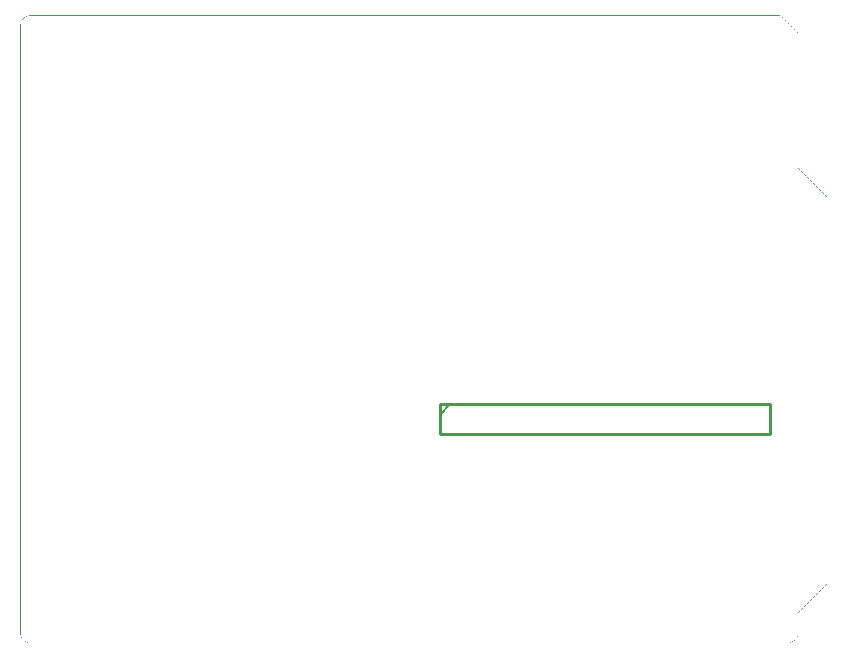
<source format=gbo>
G04 MADE WITH FRITZING*
G04 WWW.FRITZING.ORG*
G04 SINGLE SIDED*
G04 HOLES NOT PLATED*
G04 CONTOUR ON CENTER OF CONTOUR VECTOR*
%ASAXBY*%
%FSLAX23Y23*%
%MOIN*%
%OFA0B0*%
%SFA1.0B1.0*%
%ADD10C,0.010000*%
%ADD11C,0.005000*%
%ADD12R,0.001000X0.001000*%
%LNSILK0*%
G90*
G70*
G54D10*
X1409Y804D02*
X2509Y804D01*
D02*
X2509Y804D02*
X2509Y704D01*
D02*
X2509Y704D02*
X1409Y704D01*
D02*
X1409Y704D02*
X1409Y804D01*
G54D11*
D02*
X1444Y804D02*
X1409Y769D01*
G54D12*
X39Y2100D02*
X2544Y2100D01*
X35Y2099D02*
X38Y2099D01*
X2544Y2099D02*
X2545Y2099D01*
X33Y2098D02*
X34Y2098D01*
X2545Y2098D02*
X2546Y2098D01*
X30Y2097D02*
X32Y2097D01*
X2546Y2097D02*
X2547Y2097D01*
X29Y2096D02*
X30Y2096D01*
X2547Y2096D02*
X2548Y2096D01*
X27Y2095D02*
X28Y2095D01*
X2548Y2095D02*
X2549Y2095D01*
X25Y2094D02*
X26Y2094D01*
X2549Y2094D02*
X2550Y2094D01*
X24Y2093D02*
X25Y2093D01*
X2550Y2093D02*
X2551Y2093D01*
X23Y2092D02*
X23Y2092D01*
X2551Y2092D02*
X2552Y2092D01*
X22Y2091D02*
X22Y2091D01*
X2552Y2091D02*
X2553Y2091D01*
X21Y2090D02*
X21Y2090D01*
X2553Y2090D02*
X2554Y2090D01*
X20Y2089D02*
X20Y2089D01*
X2554Y2089D02*
X2555Y2089D01*
X19Y2088D02*
X19Y2088D01*
X2555Y2088D02*
X2556Y2088D01*
X18Y2087D02*
X18Y2087D01*
X2556Y2087D02*
X2557Y2087D01*
X18Y2086D02*
X18Y2086D01*
X2557Y2086D02*
X2558Y2086D01*
X17Y2085D02*
X17Y2085D01*
X2558Y2085D02*
X2559Y2085D01*
X16Y2084D02*
X16Y2084D01*
X2559Y2084D02*
X2560Y2084D01*
X16Y2083D02*
X16Y2083D01*
X2560Y2083D02*
X2561Y2083D01*
X15Y2082D02*
X15Y2082D01*
X2561Y2082D02*
X2562Y2082D01*
X14Y2081D02*
X15Y2081D01*
X2562Y2081D02*
X2563Y2081D01*
X14Y2080D02*
X14Y2080D01*
X2563Y2080D02*
X2564Y2080D01*
X14Y2079D02*
X14Y2079D01*
X2564Y2079D02*
X2565Y2079D01*
X13Y2078D02*
X13Y2078D01*
X2565Y2078D02*
X2566Y2078D01*
X13Y2077D02*
X13Y2077D01*
X2566Y2077D02*
X2567Y2077D01*
X12Y2076D02*
X12Y2076D01*
X2567Y2076D02*
X2568Y2076D01*
X12Y2075D02*
X12Y2075D01*
X2568Y2075D02*
X2569Y2075D01*
X12Y2074D02*
X12Y2074D01*
X2569Y2074D02*
X2570Y2074D01*
X12Y2073D02*
X12Y2073D01*
X2570Y2073D02*
X2571Y2073D01*
X11Y2072D02*
X11Y2072D01*
X2571Y2072D02*
X2572Y2072D01*
X11Y2071D02*
X11Y2071D01*
X2572Y2071D02*
X2573Y2071D01*
X11Y2070D02*
X11Y2070D01*
X2573Y2070D02*
X2574Y2070D01*
X11Y2069D02*
X11Y2069D01*
X2574Y2069D02*
X2575Y2069D01*
X11Y2068D02*
X11Y2068D01*
X2575Y2068D02*
X2576Y2068D01*
X11Y2067D02*
X11Y2067D01*
X2576Y2067D02*
X2577Y2067D01*
X11Y2066D02*
X11Y2066D01*
X2577Y2066D02*
X2578Y2066D01*
X11Y2065D02*
X11Y2065D01*
X2578Y2065D02*
X2579Y2065D01*
X11Y2064D02*
X11Y2064D01*
X2579Y2064D02*
X2580Y2064D01*
X11Y2063D02*
X11Y2063D01*
X2580Y2063D02*
X2581Y2063D01*
X11Y2062D02*
X11Y2062D01*
X2581Y2062D02*
X2582Y2062D01*
X11Y2061D02*
X11Y2061D01*
X2582Y2061D02*
X2583Y2061D01*
X11Y2060D02*
X11Y2060D01*
X2583Y2060D02*
X2584Y2060D01*
X11Y2059D02*
X11Y2059D01*
X2584Y2059D02*
X2585Y2059D01*
X11Y2058D02*
X11Y2058D01*
X2585Y2058D02*
X2586Y2058D01*
X11Y2057D02*
X11Y2057D01*
X2586Y2057D02*
X2587Y2057D01*
X11Y2056D02*
X11Y2056D01*
X2587Y2056D02*
X2588Y2056D01*
X11Y2055D02*
X11Y2055D01*
X2588Y2055D02*
X2589Y2055D01*
X11Y2054D02*
X11Y2054D01*
X2589Y2054D02*
X2590Y2054D01*
X11Y2053D02*
X11Y2053D01*
X2590Y2053D02*
X2591Y2053D01*
X11Y2052D02*
X11Y2052D01*
X2591Y2052D02*
X2592Y2052D01*
X11Y2051D02*
X11Y2051D01*
X2592Y2051D02*
X2593Y2051D01*
X11Y2050D02*
X11Y2050D01*
X2593Y2050D02*
X2594Y2050D01*
X11Y2049D02*
X11Y2049D01*
X2594Y2049D02*
X2595Y2049D01*
X11Y2048D02*
X11Y2048D01*
X2595Y2048D02*
X2596Y2048D01*
X11Y2047D02*
X11Y2047D01*
X2596Y2047D02*
X2597Y2047D01*
X11Y2046D02*
X11Y2046D01*
X2597Y2046D02*
X2598Y2046D01*
X11Y2045D02*
X11Y2045D01*
X2598Y2045D02*
X2599Y2045D01*
X11Y2044D02*
X11Y2044D01*
X2599Y2044D02*
X2600Y2044D01*
X11Y2043D02*
X11Y2043D01*
X2600Y2043D02*
X2601Y2043D01*
X11Y2042D02*
X11Y2042D01*
X2601Y2042D02*
X2602Y2042D01*
X11Y2041D02*
X11Y2041D01*
X2602Y2041D02*
X2603Y2041D01*
X11Y2040D02*
X11Y2040D01*
X2603Y2040D02*
X2603Y2040D01*
X11Y2039D02*
X11Y2039D01*
X2603Y2039D02*
X2603Y2039D01*
X11Y2038D02*
X11Y2038D01*
X2603Y2038D02*
X2603Y2038D01*
X11Y2037D02*
X11Y2037D01*
X2603Y2037D02*
X2603Y2037D01*
X11Y2036D02*
X11Y2036D01*
X2603Y2036D02*
X2603Y2036D01*
X11Y2035D02*
X11Y2035D01*
X2603Y2035D02*
X2603Y2035D01*
X11Y2034D02*
X11Y2034D01*
X2603Y2034D02*
X2603Y2034D01*
X11Y2033D02*
X11Y2033D01*
X2603Y2033D02*
X2603Y2033D01*
X11Y2032D02*
X11Y2032D01*
X2603Y2032D02*
X2603Y2032D01*
X11Y2031D02*
X11Y2031D01*
X2603Y2031D02*
X2603Y2031D01*
X11Y2030D02*
X11Y2030D01*
X2603Y2030D02*
X2603Y2030D01*
X11Y2029D02*
X11Y2029D01*
X2603Y2029D02*
X2603Y2029D01*
X11Y2028D02*
X11Y2028D01*
X2603Y2028D02*
X2603Y2028D01*
X11Y2027D02*
X11Y2027D01*
X2603Y2027D02*
X2603Y2027D01*
X11Y2026D02*
X11Y2026D01*
X2603Y2026D02*
X2603Y2026D01*
X11Y2025D02*
X11Y2025D01*
X2603Y2025D02*
X2603Y2025D01*
X11Y2024D02*
X11Y2024D01*
X2603Y2024D02*
X2603Y2024D01*
X11Y2023D02*
X11Y2023D01*
X2603Y2023D02*
X2603Y2023D01*
X11Y2022D02*
X11Y2022D01*
X2603Y2022D02*
X2603Y2022D01*
X11Y2021D02*
X11Y2021D01*
X2603Y2021D02*
X2603Y2021D01*
X11Y2020D02*
X11Y2020D01*
X2603Y2020D02*
X2603Y2020D01*
X11Y2019D02*
X11Y2019D01*
X2603Y2019D02*
X2603Y2019D01*
X11Y2018D02*
X11Y2018D01*
X2603Y2018D02*
X2603Y2018D01*
X11Y2017D02*
X11Y2017D01*
X2603Y2017D02*
X2603Y2017D01*
X11Y2016D02*
X11Y2016D01*
X2603Y2016D02*
X2603Y2016D01*
X11Y2015D02*
X11Y2015D01*
X2603Y2015D02*
X2603Y2015D01*
X11Y2014D02*
X11Y2014D01*
X2603Y2014D02*
X2603Y2014D01*
X11Y2013D02*
X11Y2013D01*
X2603Y2013D02*
X2603Y2013D01*
X11Y2012D02*
X11Y2012D01*
X2603Y2012D02*
X2603Y2012D01*
X11Y2011D02*
X11Y2011D01*
X2603Y2011D02*
X2603Y2011D01*
X11Y2010D02*
X11Y2010D01*
X2603Y2010D02*
X2603Y2010D01*
X11Y2009D02*
X11Y2009D01*
X2603Y2009D02*
X2603Y2009D01*
X11Y2008D02*
X11Y2008D01*
X2603Y2008D02*
X2603Y2008D01*
X11Y2007D02*
X11Y2007D01*
X2603Y2007D02*
X2603Y2007D01*
X11Y2006D02*
X11Y2006D01*
X2603Y2006D02*
X2603Y2006D01*
X11Y2005D02*
X11Y2005D01*
X2603Y2005D02*
X2603Y2005D01*
X11Y2004D02*
X11Y2004D01*
X2603Y2004D02*
X2603Y2004D01*
X11Y2003D02*
X11Y2003D01*
X2603Y2003D02*
X2603Y2003D01*
X11Y2002D02*
X11Y2002D01*
X2603Y2002D02*
X2603Y2002D01*
X11Y2001D02*
X11Y2001D01*
X2603Y2001D02*
X2603Y2001D01*
X11Y2000D02*
X11Y2000D01*
X2603Y2000D02*
X2603Y2000D01*
X11Y1999D02*
X11Y1999D01*
X2603Y1999D02*
X2603Y1999D01*
X11Y1998D02*
X11Y1998D01*
X2603Y1998D02*
X2603Y1998D01*
X11Y1997D02*
X11Y1997D01*
X2603Y1997D02*
X2603Y1997D01*
X11Y1996D02*
X11Y1996D01*
X2603Y1996D02*
X2603Y1996D01*
X11Y1995D02*
X11Y1995D01*
X2603Y1995D02*
X2603Y1995D01*
X11Y1994D02*
X11Y1994D01*
X2603Y1994D02*
X2603Y1994D01*
X11Y1993D02*
X11Y1993D01*
X2603Y1993D02*
X2603Y1993D01*
X11Y1992D02*
X11Y1992D01*
X2603Y1992D02*
X2603Y1992D01*
X11Y1991D02*
X11Y1991D01*
X2603Y1991D02*
X2603Y1991D01*
X11Y1990D02*
X11Y1990D01*
X2603Y1990D02*
X2603Y1990D01*
X11Y1989D02*
X11Y1989D01*
X2603Y1989D02*
X2603Y1989D01*
X11Y1988D02*
X11Y1988D01*
X2603Y1988D02*
X2603Y1988D01*
X11Y1987D02*
X11Y1987D01*
X2603Y1987D02*
X2603Y1987D01*
X11Y1986D02*
X11Y1986D01*
X2603Y1986D02*
X2603Y1986D01*
X11Y1985D02*
X11Y1985D01*
X2603Y1985D02*
X2603Y1985D01*
X11Y1984D02*
X11Y1984D01*
X2603Y1984D02*
X2603Y1984D01*
X11Y1983D02*
X11Y1983D01*
X2603Y1983D02*
X2603Y1983D01*
X11Y1982D02*
X11Y1982D01*
X2603Y1982D02*
X2603Y1982D01*
X11Y1981D02*
X11Y1981D01*
X2603Y1981D02*
X2603Y1981D01*
X11Y1980D02*
X11Y1980D01*
X2603Y1980D02*
X2603Y1980D01*
X11Y1979D02*
X11Y1979D01*
X2603Y1979D02*
X2603Y1979D01*
X11Y1978D02*
X11Y1978D01*
X2603Y1978D02*
X2603Y1978D01*
X11Y1977D02*
X11Y1977D01*
X2603Y1977D02*
X2603Y1977D01*
X11Y1976D02*
X11Y1976D01*
X2603Y1976D02*
X2603Y1976D01*
X11Y1975D02*
X11Y1975D01*
X2603Y1975D02*
X2603Y1975D01*
X11Y1974D02*
X11Y1974D01*
X2603Y1974D02*
X2603Y1974D01*
X11Y1973D02*
X11Y1973D01*
X2603Y1973D02*
X2603Y1973D01*
X11Y1972D02*
X11Y1972D01*
X2603Y1972D02*
X2603Y1972D01*
X11Y1971D02*
X11Y1971D01*
X2603Y1971D02*
X2603Y1971D01*
X11Y1970D02*
X11Y1970D01*
X2603Y1970D02*
X2603Y1970D01*
X11Y1969D02*
X11Y1969D01*
X2603Y1969D02*
X2603Y1969D01*
X11Y1968D02*
X11Y1968D01*
X2603Y1968D02*
X2603Y1968D01*
X11Y1967D02*
X11Y1967D01*
X2603Y1967D02*
X2603Y1967D01*
X11Y1966D02*
X11Y1966D01*
X2603Y1966D02*
X2603Y1966D01*
X11Y1965D02*
X11Y1965D01*
X2603Y1965D02*
X2603Y1965D01*
X11Y1964D02*
X11Y1964D01*
X2603Y1964D02*
X2603Y1964D01*
X11Y1963D02*
X11Y1963D01*
X2603Y1963D02*
X2603Y1963D01*
X11Y1962D02*
X11Y1962D01*
X2603Y1962D02*
X2603Y1962D01*
X11Y1961D02*
X11Y1961D01*
X2603Y1961D02*
X2603Y1961D01*
X11Y1960D02*
X11Y1960D01*
X2603Y1960D02*
X2603Y1960D01*
X11Y1959D02*
X11Y1959D01*
X2603Y1959D02*
X2603Y1959D01*
X11Y1958D02*
X11Y1958D01*
X2603Y1958D02*
X2603Y1958D01*
X11Y1957D02*
X11Y1957D01*
X2603Y1957D02*
X2603Y1957D01*
X11Y1956D02*
X11Y1956D01*
X2603Y1956D02*
X2603Y1956D01*
X11Y1955D02*
X11Y1955D01*
X2603Y1955D02*
X2603Y1955D01*
X11Y1954D02*
X11Y1954D01*
X2603Y1954D02*
X2603Y1954D01*
X11Y1953D02*
X11Y1953D01*
X2603Y1953D02*
X2603Y1953D01*
X11Y1952D02*
X11Y1952D01*
X2603Y1952D02*
X2603Y1952D01*
X11Y1951D02*
X11Y1951D01*
X2603Y1951D02*
X2603Y1951D01*
X11Y1950D02*
X11Y1950D01*
X2603Y1950D02*
X2603Y1950D01*
X11Y1949D02*
X11Y1949D01*
X2603Y1949D02*
X2603Y1949D01*
X11Y1948D02*
X11Y1948D01*
X2603Y1948D02*
X2603Y1948D01*
X11Y1947D02*
X11Y1947D01*
X2603Y1947D02*
X2603Y1947D01*
X11Y1946D02*
X11Y1946D01*
X2603Y1946D02*
X2603Y1946D01*
X11Y1945D02*
X11Y1945D01*
X2603Y1945D02*
X2603Y1945D01*
X11Y1944D02*
X11Y1944D01*
X2603Y1944D02*
X2603Y1944D01*
X11Y1943D02*
X11Y1943D01*
X2603Y1943D02*
X2603Y1943D01*
X11Y1942D02*
X11Y1942D01*
X2603Y1942D02*
X2603Y1942D01*
X11Y1941D02*
X11Y1941D01*
X2603Y1941D02*
X2603Y1941D01*
X11Y1940D02*
X11Y1940D01*
X2603Y1940D02*
X2603Y1940D01*
X11Y1939D02*
X11Y1939D01*
X2603Y1939D02*
X2603Y1939D01*
X11Y1938D02*
X11Y1938D01*
X2603Y1938D02*
X2603Y1938D01*
X11Y1937D02*
X11Y1937D01*
X2603Y1937D02*
X2603Y1937D01*
X11Y1936D02*
X11Y1936D01*
X2603Y1936D02*
X2603Y1936D01*
X11Y1935D02*
X11Y1935D01*
X2603Y1935D02*
X2603Y1935D01*
X11Y1934D02*
X11Y1934D01*
X2603Y1934D02*
X2603Y1934D01*
X11Y1933D02*
X11Y1933D01*
X2603Y1933D02*
X2603Y1933D01*
X11Y1932D02*
X11Y1932D01*
X2603Y1932D02*
X2603Y1932D01*
X11Y1931D02*
X11Y1931D01*
X2603Y1931D02*
X2603Y1931D01*
X11Y1930D02*
X11Y1930D01*
X2603Y1930D02*
X2603Y1930D01*
X11Y1929D02*
X11Y1929D01*
X2603Y1929D02*
X2603Y1929D01*
X11Y1928D02*
X11Y1928D01*
X2603Y1928D02*
X2603Y1928D01*
X11Y1927D02*
X11Y1927D01*
X2603Y1927D02*
X2603Y1927D01*
X11Y1926D02*
X11Y1926D01*
X2603Y1926D02*
X2603Y1926D01*
X11Y1925D02*
X11Y1925D01*
X2603Y1925D02*
X2603Y1925D01*
X11Y1924D02*
X11Y1924D01*
X2603Y1924D02*
X2603Y1924D01*
X11Y1923D02*
X11Y1923D01*
X2603Y1923D02*
X2603Y1923D01*
X11Y1922D02*
X11Y1922D01*
X2603Y1922D02*
X2603Y1922D01*
X11Y1921D02*
X11Y1921D01*
X2603Y1921D02*
X2603Y1921D01*
X11Y1920D02*
X11Y1920D01*
X2603Y1920D02*
X2603Y1920D01*
X11Y1919D02*
X11Y1919D01*
X2603Y1919D02*
X2603Y1919D01*
X11Y1918D02*
X11Y1918D01*
X2603Y1918D02*
X2603Y1918D01*
X11Y1917D02*
X11Y1917D01*
X2603Y1917D02*
X2603Y1917D01*
X11Y1916D02*
X11Y1916D01*
X2603Y1916D02*
X2603Y1916D01*
X11Y1915D02*
X11Y1915D01*
X2603Y1915D02*
X2603Y1915D01*
X11Y1914D02*
X11Y1914D01*
X2603Y1914D02*
X2603Y1914D01*
X11Y1913D02*
X11Y1913D01*
X2603Y1913D02*
X2603Y1913D01*
X11Y1912D02*
X11Y1912D01*
X2603Y1912D02*
X2603Y1912D01*
X11Y1911D02*
X11Y1911D01*
X2603Y1911D02*
X2603Y1911D01*
X11Y1910D02*
X11Y1910D01*
X2603Y1910D02*
X2603Y1910D01*
X11Y1909D02*
X11Y1909D01*
X2603Y1909D02*
X2603Y1909D01*
X11Y1908D02*
X11Y1908D01*
X2603Y1908D02*
X2603Y1908D01*
X11Y1907D02*
X11Y1907D01*
X2603Y1907D02*
X2603Y1907D01*
X11Y1906D02*
X11Y1906D01*
X2603Y1906D02*
X2603Y1906D01*
X11Y1905D02*
X11Y1905D01*
X2603Y1905D02*
X2603Y1905D01*
X11Y1904D02*
X11Y1904D01*
X2603Y1904D02*
X2603Y1904D01*
X11Y1903D02*
X11Y1903D01*
X2603Y1903D02*
X2603Y1903D01*
X11Y1902D02*
X11Y1902D01*
X2603Y1902D02*
X2603Y1902D01*
X11Y1901D02*
X11Y1901D01*
X2603Y1901D02*
X2603Y1901D01*
X11Y1900D02*
X11Y1900D01*
X2603Y1900D02*
X2603Y1900D01*
X11Y1899D02*
X11Y1899D01*
X2603Y1899D02*
X2603Y1899D01*
X11Y1898D02*
X11Y1898D01*
X2603Y1898D02*
X2603Y1898D01*
X11Y1897D02*
X11Y1897D01*
X2603Y1897D02*
X2603Y1897D01*
X11Y1896D02*
X11Y1896D01*
X2603Y1896D02*
X2603Y1896D01*
X11Y1895D02*
X11Y1895D01*
X2603Y1895D02*
X2603Y1895D01*
X11Y1894D02*
X11Y1894D01*
X2603Y1894D02*
X2603Y1894D01*
X11Y1893D02*
X11Y1893D01*
X2603Y1893D02*
X2603Y1893D01*
X11Y1892D02*
X11Y1892D01*
X2603Y1892D02*
X2603Y1892D01*
X11Y1891D02*
X11Y1891D01*
X2603Y1891D02*
X2603Y1891D01*
X11Y1890D02*
X11Y1890D01*
X2603Y1890D02*
X2603Y1890D01*
X11Y1889D02*
X11Y1889D01*
X2603Y1889D02*
X2603Y1889D01*
X11Y1888D02*
X11Y1888D01*
X2603Y1888D02*
X2603Y1888D01*
X11Y1887D02*
X11Y1887D01*
X2603Y1887D02*
X2603Y1887D01*
X11Y1886D02*
X11Y1886D01*
X2603Y1886D02*
X2603Y1886D01*
X11Y1885D02*
X11Y1885D01*
X2603Y1885D02*
X2603Y1885D01*
X11Y1884D02*
X11Y1884D01*
X2603Y1884D02*
X2603Y1884D01*
X11Y1883D02*
X11Y1883D01*
X2603Y1883D02*
X2603Y1883D01*
X11Y1882D02*
X11Y1882D01*
X2603Y1882D02*
X2603Y1882D01*
X11Y1881D02*
X11Y1881D01*
X2603Y1881D02*
X2603Y1881D01*
X11Y1880D02*
X11Y1880D01*
X2603Y1880D02*
X2603Y1880D01*
X11Y1879D02*
X11Y1879D01*
X2603Y1879D02*
X2603Y1879D01*
X11Y1878D02*
X11Y1878D01*
X2603Y1878D02*
X2603Y1878D01*
X11Y1877D02*
X11Y1877D01*
X2603Y1877D02*
X2603Y1877D01*
X11Y1876D02*
X11Y1876D01*
X2603Y1876D02*
X2603Y1876D01*
X11Y1875D02*
X11Y1875D01*
X2603Y1875D02*
X2603Y1875D01*
X11Y1874D02*
X11Y1874D01*
X2603Y1874D02*
X2603Y1874D01*
X11Y1873D02*
X11Y1873D01*
X2603Y1873D02*
X2603Y1873D01*
X11Y1872D02*
X11Y1872D01*
X2603Y1872D02*
X2603Y1872D01*
X11Y1871D02*
X11Y1871D01*
X2603Y1871D02*
X2603Y1871D01*
X11Y1870D02*
X11Y1870D01*
X2603Y1870D02*
X2603Y1870D01*
X11Y1869D02*
X11Y1869D01*
X2603Y1869D02*
X2603Y1869D01*
X11Y1868D02*
X11Y1868D01*
X2603Y1868D02*
X2603Y1868D01*
X11Y1867D02*
X11Y1867D01*
X2603Y1867D02*
X2603Y1867D01*
X11Y1866D02*
X11Y1866D01*
X2603Y1866D02*
X2603Y1866D01*
X11Y1865D02*
X11Y1865D01*
X2603Y1865D02*
X2603Y1865D01*
X11Y1864D02*
X11Y1864D01*
X2603Y1864D02*
X2603Y1864D01*
X11Y1863D02*
X11Y1863D01*
X2603Y1863D02*
X2603Y1863D01*
X11Y1862D02*
X11Y1862D01*
X2603Y1862D02*
X2603Y1862D01*
X11Y1861D02*
X11Y1861D01*
X2603Y1861D02*
X2603Y1861D01*
X11Y1860D02*
X11Y1860D01*
X2603Y1860D02*
X2603Y1860D01*
X11Y1859D02*
X11Y1859D01*
X2603Y1859D02*
X2603Y1859D01*
X11Y1858D02*
X11Y1858D01*
X2603Y1858D02*
X2603Y1858D01*
X11Y1857D02*
X11Y1857D01*
X2603Y1857D02*
X2603Y1857D01*
X11Y1856D02*
X11Y1856D01*
X2603Y1856D02*
X2603Y1856D01*
X11Y1855D02*
X11Y1855D01*
X2603Y1855D02*
X2603Y1855D01*
X11Y1854D02*
X11Y1854D01*
X2603Y1854D02*
X2603Y1854D01*
X11Y1853D02*
X11Y1853D01*
X2603Y1853D02*
X2603Y1853D01*
X11Y1852D02*
X11Y1852D01*
X2603Y1852D02*
X2603Y1852D01*
X11Y1851D02*
X11Y1851D01*
X2603Y1851D02*
X2603Y1851D01*
X11Y1850D02*
X11Y1850D01*
X2603Y1850D02*
X2603Y1850D01*
X11Y1849D02*
X11Y1849D01*
X2603Y1849D02*
X2603Y1849D01*
X11Y1848D02*
X11Y1848D01*
X2603Y1848D02*
X2603Y1848D01*
X11Y1847D02*
X11Y1847D01*
X2603Y1847D02*
X2603Y1847D01*
X11Y1846D02*
X11Y1846D01*
X2603Y1846D02*
X2603Y1846D01*
X11Y1845D02*
X11Y1845D01*
X2603Y1845D02*
X2603Y1845D01*
X11Y1844D02*
X11Y1844D01*
X2603Y1844D02*
X2603Y1844D01*
X11Y1843D02*
X11Y1843D01*
X2603Y1843D02*
X2603Y1843D01*
X11Y1842D02*
X11Y1842D01*
X2603Y1842D02*
X2603Y1842D01*
X11Y1841D02*
X11Y1841D01*
X2603Y1841D02*
X2603Y1841D01*
X11Y1840D02*
X11Y1840D01*
X2603Y1840D02*
X2603Y1840D01*
X11Y1839D02*
X11Y1839D01*
X2603Y1839D02*
X2603Y1839D01*
X11Y1838D02*
X11Y1838D01*
X2603Y1838D02*
X2603Y1838D01*
X11Y1837D02*
X11Y1837D01*
X2603Y1837D02*
X2603Y1837D01*
X11Y1836D02*
X11Y1836D01*
X2603Y1836D02*
X2603Y1836D01*
X11Y1835D02*
X11Y1835D01*
X2603Y1835D02*
X2603Y1835D01*
X11Y1834D02*
X11Y1834D01*
X2603Y1834D02*
X2603Y1834D01*
X11Y1833D02*
X11Y1833D01*
X2603Y1833D02*
X2603Y1833D01*
X11Y1832D02*
X11Y1832D01*
X2603Y1832D02*
X2603Y1832D01*
X11Y1831D02*
X11Y1831D01*
X2603Y1831D02*
X2603Y1831D01*
X11Y1830D02*
X11Y1830D01*
X2603Y1830D02*
X2603Y1830D01*
X11Y1829D02*
X11Y1829D01*
X2603Y1829D02*
X2603Y1829D01*
X11Y1828D02*
X11Y1828D01*
X2603Y1828D02*
X2603Y1828D01*
X11Y1827D02*
X11Y1827D01*
X2603Y1827D02*
X2603Y1827D01*
X11Y1826D02*
X11Y1826D01*
X2603Y1826D02*
X2603Y1826D01*
X11Y1825D02*
X11Y1825D01*
X2603Y1825D02*
X2603Y1825D01*
X11Y1824D02*
X11Y1824D01*
X2603Y1824D02*
X2603Y1824D01*
X11Y1823D02*
X11Y1823D01*
X2603Y1823D02*
X2603Y1823D01*
X11Y1822D02*
X11Y1822D01*
X2603Y1822D02*
X2603Y1822D01*
X11Y1821D02*
X11Y1821D01*
X2603Y1821D02*
X2603Y1821D01*
X11Y1820D02*
X11Y1820D01*
X2603Y1820D02*
X2603Y1820D01*
X11Y1819D02*
X11Y1819D01*
X2603Y1819D02*
X2603Y1819D01*
X11Y1818D02*
X11Y1818D01*
X2603Y1818D02*
X2603Y1818D01*
X11Y1817D02*
X11Y1817D01*
X2603Y1817D02*
X2603Y1817D01*
X11Y1816D02*
X11Y1816D01*
X2603Y1816D02*
X2603Y1816D01*
X11Y1815D02*
X11Y1815D01*
X2603Y1815D02*
X2603Y1815D01*
X11Y1814D02*
X11Y1814D01*
X2603Y1814D02*
X2603Y1814D01*
X11Y1813D02*
X11Y1813D01*
X2603Y1813D02*
X2603Y1813D01*
X11Y1812D02*
X11Y1812D01*
X2603Y1812D02*
X2603Y1812D01*
X11Y1811D02*
X11Y1811D01*
X2603Y1811D02*
X2603Y1811D01*
X11Y1810D02*
X11Y1810D01*
X2603Y1810D02*
X2603Y1810D01*
X11Y1809D02*
X11Y1809D01*
X2603Y1809D02*
X2603Y1809D01*
X11Y1808D02*
X11Y1808D01*
X2603Y1808D02*
X2603Y1808D01*
X11Y1807D02*
X11Y1807D01*
X2603Y1807D02*
X2603Y1807D01*
X11Y1806D02*
X11Y1806D01*
X2603Y1806D02*
X2603Y1806D01*
X11Y1805D02*
X11Y1805D01*
X2603Y1805D02*
X2603Y1805D01*
X11Y1804D02*
X11Y1804D01*
X2603Y1804D02*
X2603Y1804D01*
X11Y1803D02*
X11Y1803D01*
X2603Y1803D02*
X2603Y1803D01*
X11Y1802D02*
X11Y1802D01*
X2603Y1802D02*
X2603Y1802D01*
X11Y1801D02*
X11Y1801D01*
X2603Y1801D02*
X2603Y1801D01*
X11Y1800D02*
X11Y1800D01*
X2603Y1800D02*
X2603Y1800D01*
X11Y1799D02*
X11Y1799D01*
X2603Y1799D02*
X2603Y1799D01*
X11Y1798D02*
X11Y1798D01*
X2603Y1798D02*
X2603Y1798D01*
X11Y1797D02*
X11Y1797D01*
X2603Y1797D02*
X2603Y1797D01*
X11Y1796D02*
X11Y1796D01*
X2603Y1796D02*
X2603Y1796D01*
X11Y1795D02*
X11Y1795D01*
X2603Y1795D02*
X2603Y1795D01*
X11Y1794D02*
X11Y1794D01*
X2603Y1794D02*
X2603Y1794D01*
X11Y1793D02*
X11Y1793D01*
X2603Y1793D02*
X2603Y1793D01*
X11Y1792D02*
X11Y1792D01*
X2603Y1792D02*
X2603Y1792D01*
X11Y1791D02*
X11Y1791D01*
X2603Y1791D02*
X2603Y1791D01*
X11Y1790D02*
X11Y1790D01*
X2603Y1790D02*
X2603Y1790D01*
X11Y1789D02*
X11Y1789D01*
X2603Y1789D02*
X2603Y1789D01*
X11Y1788D02*
X11Y1788D01*
X2603Y1788D02*
X2603Y1788D01*
X11Y1787D02*
X11Y1787D01*
X2603Y1787D02*
X2603Y1787D01*
X11Y1786D02*
X11Y1786D01*
X2603Y1786D02*
X2603Y1786D01*
X11Y1785D02*
X11Y1785D01*
X2603Y1785D02*
X2603Y1785D01*
X11Y1784D02*
X11Y1784D01*
X2603Y1784D02*
X2603Y1784D01*
X11Y1783D02*
X11Y1783D01*
X2603Y1783D02*
X2603Y1783D01*
X11Y1782D02*
X11Y1782D01*
X2603Y1782D02*
X2603Y1782D01*
X11Y1781D02*
X11Y1781D01*
X2603Y1781D02*
X2603Y1781D01*
X11Y1780D02*
X11Y1780D01*
X2603Y1780D02*
X2603Y1780D01*
X11Y1779D02*
X11Y1779D01*
X2603Y1779D02*
X2603Y1779D01*
X11Y1778D02*
X11Y1778D01*
X2603Y1778D02*
X2603Y1778D01*
X11Y1777D02*
X11Y1777D01*
X2603Y1777D02*
X2603Y1777D01*
X11Y1776D02*
X11Y1776D01*
X2603Y1776D02*
X2603Y1776D01*
X11Y1775D02*
X11Y1775D01*
X2603Y1775D02*
X2603Y1775D01*
X11Y1774D02*
X11Y1774D01*
X2603Y1774D02*
X2603Y1774D01*
X11Y1773D02*
X11Y1773D01*
X2603Y1773D02*
X2603Y1773D01*
X11Y1772D02*
X11Y1772D01*
X2603Y1772D02*
X2603Y1772D01*
X11Y1771D02*
X11Y1771D01*
X2603Y1771D02*
X2603Y1771D01*
X11Y1770D02*
X11Y1770D01*
X2603Y1770D02*
X2603Y1770D01*
X11Y1769D02*
X11Y1769D01*
X2603Y1769D02*
X2603Y1769D01*
X11Y1768D02*
X11Y1768D01*
X2603Y1768D02*
X2603Y1768D01*
X11Y1767D02*
X11Y1767D01*
X2603Y1767D02*
X2603Y1767D01*
X11Y1766D02*
X11Y1766D01*
X2603Y1766D02*
X2603Y1766D01*
X11Y1765D02*
X11Y1765D01*
X2603Y1765D02*
X2603Y1765D01*
X11Y1764D02*
X11Y1764D01*
X2603Y1764D02*
X2603Y1764D01*
X11Y1763D02*
X11Y1763D01*
X2603Y1763D02*
X2603Y1763D01*
X11Y1762D02*
X11Y1762D01*
X2603Y1762D02*
X2603Y1762D01*
X11Y1761D02*
X11Y1761D01*
X2603Y1761D02*
X2603Y1761D01*
X11Y1760D02*
X11Y1760D01*
X2603Y1760D02*
X2603Y1760D01*
X11Y1759D02*
X11Y1759D01*
X2603Y1759D02*
X2603Y1759D01*
X11Y1758D02*
X11Y1758D01*
X2603Y1758D02*
X2603Y1758D01*
X11Y1757D02*
X11Y1757D01*
X2603Y1757D02*
X2603Y1757D01*
X11Y1756D02*
X11Y1756D01*
X2603Y1756D02*
X2603Y1756D01*
X11Y1755D02*
X11Y1755D01*
X2603Y1755D02*
X2603Y1755D01*
X11Y1754D02*
X11Y1754D01*
X2603Y1754D02*
X2603Y1754D01*
X11Y1753D02*
X11Y1753D01*
X2603Y1753D02*
X2603Y1753D01*
X11Y1752D02*
X11Y1752D01*
X2603Y1752D02*
X2603Y1752D01*
X11Y1751D02*
X11Y1751D01*
X2603Y1751D02*
X2603Y1751D01*
X11Y1750D02*
X11Y1750D01*
X2603Y1750D02*
X2603Y1750D01*
X11Y1749D02*
X11Y1749D01*
X2603Y1749D02*
X2603Y1749D01*
X11Y1748D02*
X11Y1748D01*
X2603Y1748D02*
X2603Y1748D01*
X11Y1747D02*
X11Y1747D01*
X2603Y1747D02*
X2603Y1747D01*
X11Y1746D02*
X11Y1746D01*
X2603Y1746D02*
X2603Y1746D01*
X11Y1745D02*
X11Y1745D01*
X2603Y1745D02*
X2603Y1745D01*
X11Y1744D02*
X11Y1744D01*
X2603Y1744D02*
X2603Y1744D01*
X11Y1743D02*
X11Y1743D01*
X2603Y1743D02*
X2603Y1743D01*
X11Y1742D02*
X11Y1742D01*
X2603Y1742D02*
X2603Y1742D01*
X11Y1741D02*
X11Y1741D01*
X2603Y1741D02*
X2603Y1741D01*
X11Y1740D02*
X11Y1740D01*
X2603Y1740D02*
X2603Y1740D01*
X11Y1739D02*
X11Y1739D01*
X2603Y1739D02*
X2603Y1739D01*
X11Y1738D02*
X11Y1738D01*
X2603Y1738D02*
X2603Y1738D01*
X11Y1737D02*
X11Y1737D01*
X2603Y1737D02*
X2603Y1737D01*
X11Y1736D02*
X11Y1736D01*
X2603Y1736D02*
X2603Y1736D01*
X11Y1735D02*
X11Y1735D01*
X2603Y1735D02*
X2603Y1735D01*
X11Y1734D02*
X11Y1734D01*
X2603Y1734D02*
X2603Y1734D01*
X11Y1733D02*
X11Y1733D01*
X2603Y1733D02*
X2603Y1733D01*
X11Y1732D02*
X11Y1732D01*
X2603Y1732D02*
X2603Y1732D01*
X11Y1731D02*
X11Y1731D01*
X2603Y1731D02*
X2603Y1731D01*
X11Y1730D02*
X11Y1730D01*
X2603Y1730D02*
X2603Y1730D01*
X11Y1729D02*
X11Y1729D01*
X2603Y1729D02*
X2603Y1729D01*
X11Y1728D02*
X11Y1728D01*
X2603Y1728D02*
X2603Y1728D01*
X11Y1727D02*
X11Y1727D01*
X2603Y1727D02*
X2603Y1727D01*
X11Y1726D02*
X11Y1726D01*
X2603Y1726D02*
X2603Y1726D01*
X11Y1725D02*
X11Y1725D01*
X2603Y1725D02*
X2603Y1725D01*
X11Y1724D02*
X11Y1724D01*
X2603Y1724D02*
X2603Y1724D01*
X11Y1723D02*
X11Y1723D01*
X2603Y1723D02*
X2603Y1723D01*
X11Y1722D02*
X11Y1722D01*
X2603Y1722D02*
X2603Y1722D01*
X11Y1721D02*
X11Y1721D01*
X2603Y1721D02*
X2603Y1721D01*
X11Y1720D02*
X11Y1720D01*
X2603Y1720D02*
X2603Y1720D01*
X11Y1719D02*
X11Y1719D01*
X2603Y1719D02*
X2603Y1719D01*
X11Y1718D02*
X11Y1718D01*
X2603Y1718D02*
X2603Y1718D01*
X11Y1717D02*
X11Y1717D01*
X2603Y1717D02*
X2603Y1717D01*
X11Y1716D02*
X11Y1716D01*
X2603Y1716D02*
X2603Y1716D01*
X11Y1715D02*
X11Y1715D01*
X2603Y1715D02*
X2603Y1715D01*
X11Y1714D02*
X11Y1714D01*
X2603Y1714D02*
X2603Y1714D01*
X11Y1713D02*
X11Y1713D01*
X2603Y1713D02*
X2603Y1713D01*
X11Y1712D02*
X11Y1712D01*
X2603Y1712D02*
X2603Y1712D01*
X11Y1711D02*
X11Y1711D01*
X2603Y1711D02*
X2603Y1711D01*
X11Y1710D02*
X11Y1710D01*
X2603Y1710D02*
X2603Y1710D01*
X11Y1709D02*
X11Y1709D01*
X2603Y1709D02*
X2603Y1709D01*
X11Y1708D02*
X11Y1708D01*
X2603Y1708D02*
X2603Y1708D01*
X11Y1707D02*
X11Y1707D01*
X2603Y1707D02*
X2603Y1707D01*
X11Y1706D02*
X11Y1706D01*
X2603Y1706D02*
X2603Y1706D01*
X11Y1705D02*
X11Y1705D01*
X2603Y1705D02*
X2603Y1705D01*
X11Y1704D02*
X11Y1704D01*
X2603Y1704D02*
X2603Y1704D01*
X11Y1703D02*
X11Y1703D01*
X2603Y1703D02*
X2603Y1703D01*
X11Y1702D02*
X11Y1702D01*
X2603Y1702D02*
X2603Y1702D01*
X11Y1701D02*
X11Y1701D01*
X2603Y1701D02*
X2603Y1701D01*
X11Y1700D02*
X11Y1700D01*
X2603Y1700D02*
X2603Y1700D01*
X11Y1699D02*
X11Y1699D01*
X2603Y1699D02*
X2603Y1699D01*
X11Y1698D02*
X11Y1698D01*
X2603Y1698D02*
X2603Y1698D01*
X11Y1697D02*
X11Y1697D01*
X2603Y1697D02*
X2603Y1697D01*
X11Y1696D02*
X11Y1696D01*
X2603Y1696D02*
X2603Y1696D01*
X11Y1695D02*
X11Y1695D01*
X2603Y1695D02*
X2603Y1695D01*
X11Y1694D02*
X11Y1694D01*
X2603Y1694D02*
X2603Y1694D01*
X11Y1693D02*
X11Y1693D01*
X2603Y1693D02*
X2603Y1693D01*
X11Y1692D02*
X11Y1692D01*
X2603Y1692D02*
X2603Y1692D01*
X11Y1691D02*
X11Y1691D01*
X2603Y1691D02*
X2603Y1691D01*
X11Y1690D02*
X11Y1690D01*
X2603Y1690D02*
X2603Y1690D01*
X11Y1689D02*
X11Y1689D01*
X2603Y1689D02*
X2603Y1689D01*
X11Y1688D02*
X11Y1688D01*
X2603Y1688D02*
X2603Y1688D01*
X11Y1687D02*
X11Y1687D01*
X2603Y1687D02*
X2603Y1687D01*
X11Y1686D02*
X11Y1686D01*
X2603Y1686D02*
X2603Y1686D01*
X11Y1685D02*
X11Y1685D01*
X2603Y1685D02*
X2603Y1685D01*
X11Y1684D02*
X11Y1684D01*
X2603Y1684D02*
X2603Y1684D01*
X11Y1683D02*
X11Y1683D01*
X2603Y1683D02*
X2603Y1683D01*
X11Y1682D02*
X11Y1682D01*
X2603Y1682D02*
X2603Y1682D01*
X11Y1681D02*
X11Y1681D01*
X2603Y1681D02*
X2603Y1681D01*
X11Y1680D02*
X11Y1680D01*
X2603Y1680D02*
X2603Y1680D01*
X11Y1679D02*
X11Y1679D01*
X2603Y1679D02*
X2603Y1679D01*
X11Y1678D02*
X11Y1678D01*
X2603Y1678D02*
X2603Y1678D01*
X11Y1677D02*
X11Y1677D01*
X2603Y1677D02*
X2603Y1677D01*
X11Y1676D02*
X11Y1676D01*
X2603Y1676D02*
X2603Y1676D01*
X11Y1675D02*
X11Y1675D01*
X2603Y1675D02*
X2603Y1675D01*
X11Y1674D02*
X11Y1674D01*
X2603Y1674D02*
X2603Y1674D01*
X11Y1673D02*
X11Y1673D01*
X2603Y1673D02*
X2603Y1673D01*
X11Y1672D02*
X11Y1672D01*
X2603Y1672D02*
X2603Y1672D01*
X11Y1671D02*
X11Y1671D01*
X2603Y1671D02*
X2603Y1671D01*
X11Y1670D02*
X11Y1670D01*
X2603Y1670D02*
X2603Y1670D01*
X11Y1669D02*
X11Y1669D01*
X2603Y1669D02*
X2603Y1669D01*
X11Y1668D02*
X11Y1668D01*
X2603Y1668D02*
X2603Y1668D01*
X11Y1667D02*
X11Y1667D01*
X2603Y1667D02*
X2603Y1667D01*
X11Y1666D02*
X11Y1666D01*
X2603Y1666D02*
X2603Y1666D01*
X11Y1665D02*
X11Y1665D01*
X2603Y1665D02*
X2603Y1665D01*
X11Y1664D02*
X11Y1664D01*
X2603Y1664D02*
X2603Y1664D01*
X11Y1663D02*
X11Y1663D01*
X2603Y1663D02*
X2603Y1663D01*
X11Y1662D02*
X11Y1662D01*
X2603Y1662D02*
X2603Y1662D01*
X11Y1661D02*
X11Y1661D01*
X2603Y1661D02*
X2603Y1661D01*
X11Y1660D02*
X11Y1660D01*
X2603Y1660D02*
X2603Y1660D01*
X11Y1659D02*
X11Y1659D01*
X2603Y1659D02*
X2603Y1659D01*
X11Y1658D02*
X11Y1658D01*
X2603Y1658D02*
X2603Y1658D01*
X11Y1657D02*
X11Y1657D01*
X2603Y1657D02*
X2603Y1657D01*
X11Y1656D02*
X11Y1656D01*
X2603Y1656D02*
X2603Y1656D01*
X11Y1655D02*
X11Y1655D01*
X2603Y1655D02*
X2603Y1655D01*
X11Y1654D02*
X11Y1654D01*
X2603Y1654D02*
X2603Y1654D01*
X11Y1653D02*
X11Y1653D01*
X2603Y1653D02*
X2603Y1653D01*
X11Y1652D02*
X11Y1652D01*
X2603Y1652D02*
X2603Y1652D01*
X11Y1651D02*
X11Y1651D01*
X2603Y1651D02*
X2603Y1651D01*
X11Y1650D02*
X11Y1650D01*
X2603Y1650D02*
X2603Y1650D01*
X11Y1649D02*
X11Y1649D01*
X2603Y1649D02*
X2603Y1649D01*
X11Y1648D02*
X11Y1648D01*
X2603Y1648D02*
X2603Y1648D01*
X11Y1647D02*
X11Y1647D01*
X2603Y1647D02*
X2603Y1647D01*
X11Y1646D02*
X11Y1646D01*
X2603Y1646D02*
X2603Y1646D01*
X11Y1645D02*
X11Y1645D01*
X2603Y1645D02*
X2603Y1645D01*
X11Y1644D02*
X11Y1644D01*
X2603Y1644D02*
X2603Y1644D01*
X11Y1643D02*
X11Y1643D01*
X2603Y1643D02*
X2603Y1643D01*
X11Y1642D02*
X11Y1642D01*
X2603Y1642D02*
X2603Y1642D01*
X11Y1641D02*
X11Y1641D01*
X2603Y1641D02*
X2603Y1641D01*
X11Y1640D02*
X11Y1640D01*
X2603Y1640D02*
X2603Y1640D01*
X11Y1639D02*
X11Y1639D01*
X2603Y1639D02*
X2603Y1639D01*
X11Y1638D02*
X11Y1638D01*
X2603Y1638D02*
X2603Y1638D01*
X11Y1637D02*
X11Y1637D01*
X2603Y1637D02*
X2603Y1637D01*
X11Y1636D02*
X11Y1636D01*
X2603Y1636D02*
X2603Y1636D01*
X11Y1635D02*
X11Y1635D01*
X2603Y1635D02*
X2603Y1635D01*
X11Y1634D02*
X11Y1634D01*
X2603Y1634D02*
X2603Y1634D01*
X11Y1633D02*
X11Y1633D01*
X2603Y1633D02*
X2603Y1633D01*
X11Y1632D02*
X11Y1632D01*
X2603Y1632D02*
X2603Y1632D01*
X11Y1631D02*
X11Y1631D01*
X2603Y1631D02*
X2603Y1631D01*
X11Y1630D02*
X11Y1630D01*
X2603Y1630D02*
X2603Y1630D01*
X11Y1629D02*
X11Y1629D01*
X2603Y1629D02*
X2603Y1629D01*
X11Y1628D02*
X11Y1628D01*
X2603Y1628D02*
X2603Y1628D01*
X11Y1627D02*
X11Y1627D01*
X2603Y1627D02*
X2603Y1627D01*
X11Y1626D02*
X11Y1626D01*
X2603Y1626D02*
X2603Y1626D01*
X11Y1625D02*
X11Y1625D01*
X2603Y1625D02*
X2603Y1625D01*
X11Y1624D02*
X11Y1624D01*
X2603Y1624D02*
X2603Y1624D01*
X11Y1623D02*
X11Y1623D01*
X2603Y1623D02*
X2603Y1623D01*
X11Y1622D02*
X11Y1622D01*
X2603Y1622D02*
X2603Y1622D01*
X11Y1621D02*
X11Y1621D01*
X2603Y1621D02*
X2603Y1621D01*
X11Y1620D02*
X11Y1620D01*
X2603Y1620D02*
X2603Y1620D01*
X11Y1619D02*
X11Y1619D01*
X2603Y1619D02*
X2603Y1619D01*
X11Y1618D02*
X11Y1618D01*
X2603Y1618D02*
X2603Y1618D01*
X11Y1617D02*
X11Y1617D01*
X2603Y1617D02*
X2603Y1617D01*
X11Y1616D02*
X11Y1616D01*
X2603Y1616D02*
X2603Y1616D01*
X11Y1615D02*
X11Y1615D01*
X2603Y1615D02*
X2603Y1615D01*
X11Y1614D02*
X11Y1614D01*
X2603Y1614D02*
X2603Y1614D01*
X11Y1613D02*
X11Y1613D01*
X2603Y1613D02*
X2603Y1613D01*
X11Y1612D02*
X11Y1612D01*
X2603Y1612D02*
X2603Y1612D01*
X11Y1611D02*
X11Y1611D01*
X2603Y1611D02*
X2603Y1611D01*
X11Y1610D02*
X11Y1610D01*
X2603Y1610D02*
X2603Y1610D01*
X11Y1609D02*
X11Y1609D01*
X2603Y1609D02*
X2603Y1609D01*
X11Y1608D02*
X11Y1608D01*
X2603Y1608D02*
X2603Y1608D01*
X11Y1607D02*
X11Y1607D01*
X2603Y1607D02*
X2603Y1607D01*
X11Y1606D02*
X11Y1606D01*
X2603Y1606D02*
X2603Y1606D01*
X11Y1605D02*
X11Y1605D01*
X2603Y1605D02*
X2603Y1605D01*
X11Y1604D02*
X11Y1604D01*
X2603Y1604D02*
X2603Y1604D01*
X11Y1603D02*
X11Y1603D01*
X2603Y1603D02*
X2603Y1603D01*
X11Y1602D02*
X11Y1602D01*
X2603Y1602D02*
X2603Y1602D01*
X11Y1601D02*
X11Y1601D01*
X2603Y1601D02*
X2603Y1601D01*
X11Y1600D02*
X11Y1600D01*
X2603Y1600D02*
X2603Y1600D01*
X11Y1599D02*
X11Y1599D01*
X2603Y1599D02*
X2603Y1599D01*
X11Y1598D02*
X11Y1598D01*
X2603Y1598D02*
X2603Y1598D01*
X11Y1597D02*
X11Y1597D01*
X2603Y1597D02*
X2603Y1597D01*
X11Y1596D02*
X11Y1596D01*
X2603Y1596D02*
X2603Y1596D01*
X11Y1595D02*
X11Y1595D01*
X2603Y1595D02*
X2603Y1595D01*
X11Y1594D02*
X11Y1594D01*
X2603Y1594D02*
X2603Y1594D01*
X11Y1593D02*
X11Y1593D01*
X2603Y1593D02*
X2603Y1593D01*
X11Y1592D02*
X11Y1592D01*
X2603Y1592D02*
X2603Y1592D01*
X11Y1591D02*
X11Y1591D01*
X2604Y1591D02*
X2604Y1591D01*
X11Y1590D02*
X11Y1590D01*
X2605Y1590D02*
X2605Y1590D01*
X11Y1589D02*
X11Y1589D01*
X2606Y1589D02*
X2606Y1589D01*
X11Y1588D02*
X11Y1588D01*
X2607Y1588D02*
X2607Y1588D01*
X11Y1587D02*
X11Y1587D01*
X2608Y1587D02*
X2608Y1587D01*
X11Y1586D02*
X11Y1586D01*
X2609Y1586D02*
X2609Y1586D01*
X11Y1585D02*
X11Y1585D01*
X2610Y1585D02*
X2610Y1585D01*
X11Y1584D02*
X11Y1584D01*
X2611Y1584D02*
X2611Y1584D01*
X11Y1583D02*
X11Y1583D01*
X2612Y1583D02*
X2612Y1583D01*
X11Y1582D02*
X11Y1582D01*
X2613Y1582D02*
X2613Y1582D01*
X11Y1581D02*
X11Y1581D01*
X2614Y1581D02*
X2614Y1581D01*
X11Y1580D02*
X11Y1580D01*
X2615Y1580D02*
X2615Y1580D01*
X11Y1579D02*
X11Y1579D01*
X2616Y1579D02*
X2616Y1579D01*
X11Y1578D02*
X11Y1578D01*
X2617Y1578D02*
X2617Y1578D01*
X11Y1577D02*
X11Y1577D01*
X2618Y1577D02*
X2618Y1577D01*
X11Y1576D02*
X11Y1576D01*
X2619Y1576D02*
X2619Y1576D01*
X11Y1575D02*
X11Y1575D01*
X2620Y1575D02*
X2620Y1575D01*
X11Y1574D02*
X11Y1574D01*
X2621Y1574D02*
X2621Y1574D01*
X11Y1573D02*
X11Y1573D01*
X2622Y1573D02*
X2622Y1573D01*
X11Y1572D02*
X11Y1572D01*
X2623Y1572D02*
X2623Y1572D01*
X11Y1571D02*
X11Y1571D01*
X2624Y1571D02*
X2624Y1571D01*
X11Y1570D02*
X11Y1570D01*
X2625Y1570D02*
X2625Y1570D01*
X11Y1569D02*
X11Y1569D01*
X2626Y1569D02*
X2626Y1569D01*
X11Y1568D02*
X11Y1568D01*
X2627Y1568D02*
X2627Y1568D01*
X11Y1567D02*
X11Y1567D01*
X2628Y1567D02*
X2628Y1567D01*
X11Y1566D02*
X11Y1566D01*
X2629Y1566D02*
X2629Y1566D01*
X11Y1565D02*
X11Y1565D01*
X2630Y1565D02*
X2630Y1565D01*
X11Y1564D02*
X11Y1564D01*
X2631Y1564D02*
X2631Y1564D01*
X11Y1563D02*
X11Y1563D01*
X2632Y1563D02*
X2632Y1563D01*
X11Y1562D02*
X11Y1562D01*
X2633Y1562D02*
X2633Y1562D01*
X11Y1561D02*
X11Y1561D01*
X2634Y1561D02*
X2634Y1561D01*
X11Y1560D02*
X11Y1560D01*
X2635Y1560D02*
X2635Y1560D01*
X11Y1559D02*
X11Y1559D01*
X2636Y1559D02*
X2636Y1559D01*
X11Y1558D02*
X11Y1558D01*
X2637Y1558D02*
X2637Y1558D01*
X11Y1557D02*
X11Y1557D01*
X2638Y1557D02*
X2638Y1557D01*
X11Y1556D02*
X11Y1556D01*
X2639Y1556D02*
X2639Y1556D01*
X11Y1555D02*
X11Y1555D01*
X2640Y1555D02*
X2640Y1555D01*
X11Y1554D02*
X11Y1554D01*
X2641Y1554D02*
X2641Y1554D01*
X11Y1553D02*
X11Y1553D01*
X2642Y1553D02*
X2642Y1553D01*
X11Y1552D02*
X11Y1552D01*
X2643Y1552D02*
X2643Y1552D01*
X11Y1551D02*
X11Y1551D01*
X2644Y1551D02*
X2644Y1551D01*
X11Y1550D02*
X11Y1550D01*
X2645Y1550D02*
X2645Y1550D01*
X11Y1549D02*
X11Y1549D01*
X2646Y1549D02*
X2646Y1549D01*
X11Y1548D02*
X11Y1548D01*
X2647Y1548D02*
X2647Y1548D01*
X11Y1547D02*
X11Y1547D01*
X2648Y1547D02*
X2648Y1547D01*
X11Y1546D02*
X11Y1546D01*
X2649Y1546D02*
X2650Y1546D01*
X11Y1545D02*
X11Y1545D01*
X2650Y1545D02*
X2651Y1545D01*
X11Y1544D02*
X11Y1544D01*
X2651Y1544D02*
X2652Y1544D01*
X11Y1543D02*
X11Y1543D01*
X2652Y1543D02*
X2653Y1543D01*
X11Y1542D02*
X11Y1542D01*
X2653Y1542D02*
X2654Y1542D01*
X11Y1541D02*
X11Y1541D01*
X2654Y1541D02*
X2655Y1541D01*
X11Y1540D02*
X11Y1540D01*
X2655Y1540D02*
X2656Y1540D01*
X11Y1539D02*
X11Y1539D01*
X2656Y1539D02*
X2657Y1539D01*
X11Y1538D02*
X11Y1538D01*
X2657Y1538D02*
X2658Y1538D01*
X11Y1537D02*
X11Y1537D01*
X2658Y1537D02*
X2659Y1537D01*
X11Y1536D02*
X11Y1536D01*
X2659Y1536D02*
X2660Y1536D01*
X11Y1535D02*
X11Y1535D01*
X2660Y1535D02*
X2661Y1535D01*
X11Y1534D02*
X11Y1534D01*
X2661Y1534D02*
X2662Y1534D01*
X11Y1533D02*
X11Y1533D01*
X2662Y1533D02*
X2663Y1533D01*
X11Y1532D02*
X11Y1532D01*
X2663Y1532D02*
X2664Y1532D01*
X11Y1531D02*
X11Y1531D01*
X2664Y1531D02*
X2665Y1531D01*
X11Y1530D02*
X11Y1530D01*
X2665Y1530D02*
X2666Y1530D01*
X11Y1529D02*
X11Y1529D01*
X2666Y1529D02*
X2667Y1529D01*
X11Y1528D02*
X11Y1528D01*
X2667Y1528D02*
X2668Y1528D01*
X11Y1527D02*
X11Y1527D01*
X2668Y1527D02*
X2669Y1527D01*
X11Y1526D02*
X11Y1526D01*
X2669Y1526D02*
X2670Y1526D01*
X11Y1525D02*
X11Y1525D01*
X2670Y1525D02*
X2671Y1525D01*
X11Y1524D02*
X11Y1524D01*
X2671Y1524D02*
X2672Y1524D01*
X11Y1523D02*
X11Y1523D01*
X2672Y1523D02*
X2673Y1523D01*
X11Y1522D02*
X11Y1522D01*
X2673Y1522D02*
X2674Y1522D01*
X11Y1521D02*
X11Y1521D01*
X2674Y1521D02*
X2675Y1521D01*
X11Y1520D02*
X11Y1520D01*
X2675Y1520D02*
X2676Y1520D01*
X11Y1519D02*
X11Y1519D01*
X2676Y1519D02*
X2677Y1519D01*
X11Y1518D02*
X11Y1518D01*
X2677Y1518D02*
X2678Y1518D01*
X11Y1517D02*
X11Y1517D01*
X2678Y1517D02*
X2679Y1517D01*
X11Y1516D02*
X11Y1516D01*
X2679Y1516D02*
X2680Y1516D01*
X11Y1515D02*
X11Y1515D01*
X2680Y1515D02*
X2681Y1515D01*
X11Y1514D02*
X11Y1514D01*
X2681Y1514D02*
X2682Y1514D01*
X11Y1513D02*
X11Y1513D01*
X2682Y1513D02*
X2683Y1513D01*
X11Y1512D02*
X11Y1512D01*
X2683Y1512D02*
X2684Y1512D01*
X11Y1511D02*
X11Y1511D01*
X2684Y1511D02*
X2685Y1511D01*
X11Y1510D02*
X11Y1510D01*
X2685Y1510D02*
X2686Y1510D01*
X11Y1509D02*
X11Y1509D01*
X2686Y1509D02*
X2687Y1509D01*
X11Y1508D02*
X11Y1508D01*
X2687Y1508D02*
X2688Y1508D01*
X11Y1507D02*
X11Y1507D01*
X2688Y1507D02*
X2689Y1507D01*
X11Y1506D02*
X11Y1506D01*
X2689Y1506D02*
X2690Y1506D01*
X11Y1505D02*
X11Y1505D01*
X2690Y1505D02*
X2691Y1505D01*
X11Y1504D02*
X11Y1504D01*
X2691Y1504D02*
X2692Y1504D01*
X11Y1503D02*
X11Y1503D01*
X2692Y1503D02*
X2693Y1503D01*
X11Y1502D02*
X11Y1502D01*
X2693Y1502D02*
X2694Y1502D01*
X11Y1501D02*
X11Y1501D01*
X2694Y1501D02*
X2695Y1501D01*
X11Y1500D02*
X11Y1500D01*
X2695Y1500D02*
X2696Y1500D01*
X11Y1499D02*
X11Y1499D01*
X2696Y1499D02*
X2697Y1499D01*
X11Y1498D02*
X11Y1498D01*
X2697Y1498D02*
X2698Y1498D01*
X11Y1497D02*
X11Y1497D01*
X2698Y1497D02*
X2699Y1497D01*
X11Y1496D02*
X11Y1496D01*
X2699Y1496D02*
X2700Y1496D01*
X11Y1495D02*
X11Y1495D01*
X2700Y1495D02*
X2701Y1495D01*
X11Y1494D02*
X11Y1494D01*
X2701Y1494D02*
X2702Y1494D01*
X11Y1493D02*
X11Y1493D01*
X2702Y1493D02*
X2703Y1493D01*
X11Y1492D02*
X11Y1492D01*
X2703Y1492D02*
X2703Y1492D01*
X11Y1491D02*
X11Y1491D01*
X2703Y1491D02*
X2703Y1491D01*
X11Y1490D02*
X11Y1490D01*
X2703Y1490D02*
X2703Y1490D01*
X11Y1489D02*
X11Y1489D01*
X2703Y1489D02*
X2703Y1489D01*
X11Y1488D02*
X11Y1488D01*
X2703Y1488D02*
X2703Y1488D01*
X11Y1487D02*
X11Y1487D01*
X2703Y1487D02*
X2703Y1487D01*
X11Y1486D02*
X11Y1486D01*
X2703Y1486D02*
X2703Y1486D01*
X11Y1485D02*
X11Y1485D01*
X2703Y1485D02*
X2703Y1485D01*
X11Y1484D02*
X11Y1484D01*
X2703Y1484D02*
X2703Y1484D01*
X11Y1483D02*
X11Y1483D01*
X2703Y1483D02*
X2703Y1483D01*
X11Y1482D02*
X11Y1482D01*
X2703Y1482D02*
X2703Y1482D01*
X11Y1481D02*
X11Y1481D01*
X2703Y1481D02*
X2703Y1481D01*
X11Y1480D02*
X11Y1480D01*
X2703Y1480D02*
X2703Y1480D01*
X11Y1479D02*
X11Y1479D01*
X2703Y1479D02*
X2703Y1479D01*
X11Y1478D02*
X11Y1478D01*
X2703Y1478D02*
X2703Y1478D01*
X11Y1477D02*
X11Y1477D01*
X2703Y1477D02*
X2703Y1477D01*
X11Y1476D02*
X11Y1476D01*
X2703Y1476D02*
X2703Y1476D01*
X11Y1475D02*
X11Y1475D01*
X2703Y1475D02*
X2703Y1475D01*
X11Y1474D02*
X11Y1474D01*
X2703Y1474D02*
X2703Y1474D01*
X11Y1473D02*
X11Y1473D01*
X2703Y1473D02*
X2703Y1473D01*
X11Y1472D02*
X11Y1472D01*
X2703Y1472D02*
X2703Y1472D01*
X11Y1471D02*
X11Y1471D01*
X2703Y1471D02*
X2703Y1471D01*
X11Y1470D02*
X11Y1470D01*
X2703Y1470D02*
X2703Y1470D01*
X11Y1469D02*
X11Y1469D01*
X2703Y1469D02*
X2703Y1469D01*
X11Y1468D02*
X11Y1468D01*
X2703Y1468D02*
X2703Y1468D01*
X11Y1467D02*
X11Y1467D01*
X2703Y1467D02*
X2703Y1467D01*
X11Y1466D02*
X11Y1466D01*
X2703Y1466D02*
X2703Y1466D01*
X11Y1465D02*
X11Y1465D01*
X2703Y1465D02*
X2703Y1465D01*
X11Y1464D02*
X11Y1464D01*
X2703Y1464D02*
X2703Y1464D01*
X11Y1463D02*
X11Y1463D01*
X2703Y1463D02*
X2703Y1463D01*
X11Y1462D02*
X11Y1462D01*
X2703Y1462D02*
X2703Y1462D01*
X11Y1461D02*
X11Y1461D01*
X2703Y1461D02*
X2703Y1461D01*
X11Y1460D02*
X11Y1460D01*
X2703Y1460D02*
X2703Y1460D01*
X11Y1459D02*
X11Y1459D01*
X2703Y1459D02*
X2703Y1459D01*
X11Y1458D02*
X11Y1458D01*
X2703Y1458D02*
X2703Y1458D01*
X11Y1457D02*
X11Y1457D01*
X2703Y1457D02*
X2703Y1457D01*
X11Y1456D02*
X11Y1456D01*
X2703Y1456D02*
X2703Y1456D01*
X11Y1455D02*
X11Y1455D01*
X2703Y1455D02*
X2703Y1455D01*
X11Y1454D02*
X11Y1454D01*
X2703Y1454D02*
X2703Y1454D01*
X11Y1453D02*
X11Y1453D01*
X2703Y1453D02*
X2703Y1453D01*
X11Y1452D02*
X11Y1452D01*
X2703Y1452D02*
X2703Y1452D01*
X11Y1451D02*
X11Y1451D01*
X2703Y1451D02*
X2703Y1451D01*
X11Y1450D02*
X11Y1450D01*
X2703Y1450D02*
X2703Y1450D01*
X11Y1449D02*
X11Y1449D01*
X2703Y1449D02*
X2703Y1449D01*
X11Y1448D02*
X11Y1448D01*
X2703Y1448D02*
X2703Y1448D01*
X11Y1447D02*
X11Y1447D01*
X2703Y1447D02*
X2703Y1447D01*
X11Y1446D02*
X11Y1446D01*
X2703Y1446D02*
X2703Y1446D01*
X11Y1445D02*
X11Y1445D01*
X2703Y1445D02*
X2703Y1445D01*
X11Y1444D02*
X11Y1444D01*
X2703Y1444D02*
X2703Y1444D01*
X11Y1443D02*
X11Y1443D01*
X2703Y1443D02*
X2703Y1443D01*
X11Y1442D02*
X11Y1442D01*
X2703Y1442D02*
X2703Y1442D01*
X11Y1441D02*
X11Y1441D01*
X2703Y1441D02*
X2703Y1441D01*
X11Y1440D02*
X11Y1440D01*
X2703Y1440D02*
X2703Y1440D01*
X11Y1439D02*
X11Y1439D01*
X2703Y1439D02*
X2703Y1439D01*
X11Y1438D02*
X11Y1438D01*
X2703Y1438D02*
X2703Y1438D01*
X11Y1437D02*
X11Y1437D01*
X2703Y1437D02*
X2703Y1437D01*
X11Y1436D02*
X11Y1436D01*
X2703Y1436D02*
X2703Y1436D01*
X11Y1435D02*
X11Y1435D01*
X2703Y1435D02*
X2703Y1435D01*
X11Y1434D02*
X11Y1434D01*
X2703Y1434D02*
X2703Y1434D01*
X11Y1433D02*
X11Y1433D01*
X2703Y1433D02*
X2703Y1433D01*
X11Y1432D02*
X11Y1432D01*
X2703Y1432D02*
X2703Y1432D01*
X11Y1431D02*
X11Y1431D01*
X2703Y1431D02*
X2703Y1431D01*
X11Y1430D02*
X11Y1430D01*
X2703Y1430D02*
X2703Y1430D01*
X11Y1429D02*
X11Y1429D01*
X2703Y1429D02*
X2703Y1429D01*
X11Y1428D02*
X11Y1428D01*
X2703Y1428D02*
X2703Y1428D01*
X11Y1427D02*
X11Y1427D01*
X2703Y1427D02*
X2703Y1427D01*
X11Y1426D02*
X11Y1426D01*
X2703Y1426D02*
X2703Y1426D01*
X11Y1425D02*
X11Y1425D01*
X2703Y1425D02*
X2703Y1425D01*
X11Y1424D02*
X11Y1424D01*
X2703Y1424D02*
X2703Y1424D01*
X11Y1423D02*
X11Y1423D01*
X2703Y1423D02*
X2703Y1423D01*
X11Y1422D02*
X11Y1422D01*
X2703Y1422D02*
X2703Y1422D01*
X11Y1421D02*
X11Y1421D01*
X2703Y1421D02*
X2703Y1421D01*
X11Y1420D02*
X11Y1420D01*
X2703Y1420D02*
X2703Y1420D01*
X11Y1419D02*
X11Y1419D01*
X2703Y1419D02*
X2703Y1419D01*
X11Y1418D02*
X11Y1418D01*
X2703Y1418D02*
X2703Y1418D01*
X11Y1417D02*
X11Y1417D01*
X2703Y1417D02*
X2703Y1417D01*
X11Y1416D02*
X11Y1416D01*
X2703Y1416D02*
X2703Y1416D01*
X11Y1415D02*
X11Y1415D01*
X2703Y1415D02*
X2703Y1415D01*
X11Y1414D02*
X11Y1414D01*
X2703Y1414D02*
X2703Y1414D01*
X11Y1413D02*
X11Y1413D01*
X2703Y1413D02*
X2703Y1413D01*
X11Y1412D02*
X11Y1412D01*
X2703Y1412D02*
X2703Y1412D01*
X11Y1411D02*
X11Y1411D01*
X2703Y1411D02*
X2703Y1411D01*
X11Y1410D02*
X11Y1410D01*
X2703Y1410D02*
X2703Y1410D01*
X11Y1409D02*
X11Y1409D01*
X2703Y1409D02*
X2703Y1409D01*
X11Y1408D02*
X11Y1408D01*
X2703Y1408D02*
X2703Y1408D01*
X11Y1407D02*
X11Y1407D01*
X2703Y1407D02*
X2703Y1407D01*
X11Y1406D02*
X11Y1406D01*
X2703Y1406D02*
X2703Y1406D01*
X11Y1405D02*
X11Y1405D01*
X2703Y1405D02*
X2703Y1405D01*
X11Y1404D02*
X11Y1404D01*
X2703Y1404D02*
X2703Y1404D01*
X11Y1403D02*
X11Y1403D01*
X2703Y1403D02*
X2703Y1403D01*
X11Y1402D02*
X11Y1402D01*
X2703Y1402D02*
X2703Y1402D01*
X11Y1401D02*
X11Y1401D01*
X2703Y1401D02*
X2703Y1401D01*
X11Y1400D02*
X11Y1400D01*
X2703Y1400D02*
X2703Y1400D01*
X11Y1399D02*
X11Y1399D01*
X2703Y1399D02*
X2703Y1399D01*
X11Y1398D02*
X11Y1398D01*
X2703Y1398D02*
X2703Y1398D01*
X11Y1397D02*
X11Y1397D01*
X2703Y1397D02*
X2703Y1397D01*
X11Y1396D02*
X11Y1396D01*
X2703Y1396D02*
X2703Y1396D01*
X11Y1395D02*
X11Y1395D01*
X2703Y1395D02*
X2703Y1395D01*
X11Y1394D02*
X11Y1394D01*
X2703Y1394D02*
X2703Y1394D01*
X11Y1393D02*
X11Y1393D01*
X2703Y1393D02*
X2703Y1393D01*
X11Y1392D02*
X11Y1392D01*
X2703Y1392D02*
X2703Y1392D01*
X11Y1391D02*
X11Y1391D01*
X2703Y1391D02*
X2703Y1391D01*
X11Y1390D02*
X11Y1390D01*
X2703Y1390D02*
X2703Y1390D01*
X11Y1389D02*
X11Y1389D01*
X2703Y1389D02*
X2703Y1389D01*
X11Y1388D02*
X11Y1388D01*
X2703Y1388D02*
X2703Y1388D01*
X11Y1387D02*
X11Y1387D01*
X2703Y1387D02*
X2703Y1387D01*
X11Y1386D02*
X11Y1386D01*
X2703Y1386D02*
X2703Y1386D01*
X11Y1385D02*
X11Y1385D01*
X2703Y1385D02*
X2703Y1385D01*
X11Y1384D02*
X11Y1384D01*
X2703Y1384D02*
X2703Y1384D01*
X11Y1383D02*
X11Y1383D01*
X2703Y1383D02*
X2703Y1383D01*
X11Y1382D02*
X11Y1382D01*
X2703Y1382D02*
X2703Y1382D01*
X11Y1381D02*
X11Y1381D01*
X2703Y1381D02*
X2703Y1381D01*
X11Y1380D02*
X11Y1380D01*
X2703Y1380D02*
X2703Y1380D01*
X11Y1379D02*
X11Y1379D01*
X2703Y1379D02*
X2703Y1379D01*
X11Y1378D02*
X11Y1378D01*
X2703Y1378D02*
X2703Y1378D01*
X11Y1377D02*
X11Y1377D01*
X2703Y1377D02*
X2703Y1377D01*
X11Y1376D02*
X11Y1376D01*
X2703Y1376D02*
X2703Y1376D01*
X11Y1375D02*
X11Y1375D01*
X2703Y1375D02*
X2703Y1375D01*
X11Y1374D02*
X11Y1374D01*
X2703Y1374D02*
X2703Y1374D01*
X11Y1373D02*
X11Y1373D01*
X2703Y1373D02*
X2703Y1373D01*
X11Y1372D02*
X11Y1372D01*
X2703Y1372D02*
X2703Y1372D01*
X11Y1371D02*
X11Y1371D01*
X2703Y1371D02*
X2703Y1371D01*
X11Y1370D02*
X11Y1370D01*
X2703Y1370D02*
X2703Y1370D01*
X11Y1369D02*
X11Y1369D01*
X2703Y1369D02*
X2703Y1369D01*
X11Y1368D02*
X11Y1368D01*
X2703Y1368D02*
X2703Y1368D01*
X11Y1367D02*
X11Y1367D01*
X2703Y1367D02*
X2703Y1367D01*
X11Y1366D02*
X11Y1366D01*
X2703Y1366D02*
X2703Y1366D01*
X11Y1365D02*
X11Y1365D01*
X2703Y1365D02*
X2703Y1365D01*
X11Y1364D02*
X11Y1364D01*
X2703Y1364D02*
X2703Y1364D01*
X11Y1363D02*
X11Y1363D01*
X2703Y1363D02*
X2703Y1363D01*
X11Y1362D02*
X11Y1362D01*
X2703Y1362D02*
X2703Y1362D01*
X11Y1361D02*
X11Y1361D01*
X2703Y1361D02*
X2703Y1361D01*
X11Y1360D02*
X11Y1360D01*
X2703Y1360D02*
X2703Y1360D01*
X11Y1359D02*
X11Y1359D01*
X2703Y1359D02*
X2703Y1359D01*
X11Y1358D02*
X11Y1358D01*
X2703Y1358D02*
X2703Y1358D01*
X11Y1357D02*
X11Y1357D01*
X2703Y1357D02*
X2703Y1357D01*
X11Y1356D02*
X11Y1356D01*
X2703Y1356D02*
X2703Y1356D01*
X11Y1355D02*
X11Y1355D01*
X2703Y1355D02*
X2703Y1355D01*
X11Y1354D02*
X11Y1354D01*
X2703Y1354D02*
X2703Y1354D01*
X11Y1353D02*
X11Y1353D01*
X2703Y1353D02*
X2703Y1353D01*
X11Y1352D02*
X11Y1352D01*
X2703Y1352D02*
X2703Y1352D01*
X11Y1351D02*
X11Y1351D01*
X2703Y1351D02*
X2703Y1351D01*
X11Y1350D02*
X11Y1350D01*
X2703Y1350D02*
X2703Y1350D01*
X11Y1349D02*
X11Y1349D01*
X2703Y1349D02*
X2703Y1349D01*
X11Y1348D02*
X11Y1348D01*
X2703Y1348D02*
X2703Y1348D01*
X11Y1347D02*
X11Y1347D01*
X2703Y1347D02*
X2703Y1347D01*
X11Y1346D02*
X11Y1346D01*
X2703Y1346D02*
X2703Y1346D01*
X11Y1345D02*
X11Y1345D01*
X2703Y1345D02*
X2703Y1345D01*
X11Y1344D02*
X11Y1344D01*
X2703Y1344D02*
X2703Y1344D01*
X11Y1343D02*
X11Y1343D01*
X2703Y1343D02*
X2703Y1343D01*
X11Y1342D02*
X11Y1342D01*
X2703Y1342D02*
X2703Y1342D01*
X11Y1341D02*
X11Y1341D01*
X2703Y1341D02*
X2703Y1341D01*
X11Y1340D02*
X11Y1340D01*
X2703Y1340D02*
X2703Y1340D01*
X11Y1339D02*
X11Y1339D01*
X2703Y1339D02*
X2703Y1339D01*
X11Y1338D02*
X11Y1338D01*
X2703Y1338D02*
X2703Y1338D01*
X11Y1337D02*
X11Y1337D01*
X2703Y1337D02*
X2703Y1337D01*
X11Y1336D02*
X11Y1336D01*
X2703Y1336D02*
X2703Y1336D01*
X11Y1335D02*
X11Y1335D01*
X2703Y1335D02*
X2703Y1335D01*
X11Y1334D02*
X11Y1334D01*
X2703Y1334D02*
X2703Y1334D01*
X11Y1333D02*
X11Y1333D01*
X2703Y1333D02*
X2703Y1333D01*
X11Y1332D02*
X11Y1332D01*
X2703Y1332D02*
X2703Y1332D01*
X11Y1331D02*
X11Y1331D01*
X2703Y1331D02*
X2703Y1331D01*
X11Y1330D02*
X11Y1330D01*
X2703Y1330D02*
X2703Y1330D01*
X11Y1329D02*
X11Y1329D01*
X2703Y1329D02*
X2703Y1329D01*
X11Y1328D02*
X11Y1328D01*
X2703Y1328D02*
X2703Y1328D01*
X11Y1327D02*
X11Y1327D01*
X2703Y1327D02*
X2703Y1327D01*
X11Y1326D02*
X11Y1326D01*
X2703Y1326D02*
X2703Y1326D01*
X11Y1325D02*
X11Y1325D01*
X2703Y1325D02*
X2703Y1325D01*
X11Y1324D02*
X11Y1324D01*
X2703Y1324D02*
X2703Y1324D01*
X11Y1323D02*
X11Y1323D01*
X2703Y1323D02*
X2703Y1323D01*
X11Y1322D02*
X11Y1322D01*
X2703Y1322D02*
X2703Y1322D01*
X11Y1321D02*
X11Y1321D01*
X2703Y1321D02*
X2703Y1321D01*
X11Y1320D02*
X11Y1320D01*
X2703Y1320D02*
X2703Y1320D01*
X11Y1319D02*
X11Y1319D01*
X2703Y1319D02*
X2703Y1319D01*
X11Y1318D02*
X11Y1318D01*
X2703Y1318D02*
X2703Y1318D01*
X11Y1317D02*
X11Y1317D01*
X2703Y1317D02*
X2703Y1317D01*
X11Y1316D02*
X11Y1316D01*
X2703Y1316D02*
X2703Y1316D01*
X11Y1315D02*
X11Y1315D01*
X2703Y1315D02*
X2703Y1315D01*
X11Y1314D02*
X11Y1314D01*
X2703Y1314D02*
X2703Y1314D01*
X11Y1313D02*
X11Y1313D01*
X2703Y1313D02*
X2703Y1313D01*
X11Y1312D02*
X11Y1312D01*
X2703Y1312D02*
X2703Y1312D01*
X11Y1311D02*
X11Y1311D01*
X2703Y1311D02*
X2703Y1311D01*
X11Y1310D02*
X11Y1310D01*
X2703Y1310D02*
X2703Y1310D01*
X11Y1309D02*
X11Y1309D01*
X2703Y1309D02*
X2703Y1309D01*
X11Y1308D02*
X11Y1308D01*
X2703Y1308D02*
X2703Y1308D01*
X11Y1307D02*
X11Y1307D01*
X2703Y1307D02*
X2703Y1307D01*
X11Y1306D02*
X11Y1306D01*
X2703Y1306D02*
X2703Y1306D01*
X11Y1305D02*
X11Y1305D01*
X2703Y1305D02*
X2703Y1305D01*
X11Y1304D02*
X11Y1304D01*
X2703Y1304D02*
X2703Y1304D01*
X11Y1303D02*
X11Y1303D01*
X2703Y1303D02*
X2703Y1303D01*
X11Y1302D02*
X11Y1302D01*
X2703Y1302D02*
X2703Y1302D01*
X11Y1301D02*
X11Y1301D01*
X2703Y1301D02*
X2703Y1301D01*
X11Y1300D02*
X11Y1300D01*
X2703Y1300D02*
X2703Y1300D01*
X11Y1299D02*
X11Y1299D01*
X2703Y1299D02*
X2703Y1299D01*
X11Y1298D02*
X11Y1298D01*
X2703Y1298D02*
X2703Y1298D01*
X11Y1297D02*
X11Y1297D01*
X2703Y1297D02*
X2703Y1297D01*
X11Y1296D02*
X11Y1296D01*
X2703Y1296D02*
X2703Y1296D01*
X11Y1295D02*
X11Y1295D01*
X2703Y1295D02*
X2703Y1295D01*
X11Y1294D02*
X11Y1294D01*
X2703Y1294D02*
X2703Y1294D01*
X11Y1293D02*
X11Y1293D01*
X2703Y1293D02*
X2703Y1293D01*
X11Y1292D02*
X11Y1292D01*
X2703Y1292D02*
X2703Y1292D01*
X11Y1291D02*
X11Y1291D01*
X2703Y1291D02*
X2703Y1291D01*
X11Y1290D02*
X11Y1290D01*
X2703Y1290D02*
X2703Y1290D01*
X11Y1289D02*
X11Y1289D01*
X2703Y1289D02*
X2703Y1289D01*
X11Y1288D02*
X11Y1288D01*
X2703Y1288D02*
X2703Y1288D01*
X11Y1287D02*
X11Y1287D01*
X2703Y1287D02*
X2703Y1287D01*
X11Y1286D02*
X11Y1286D01*
X2703Y1286D02*
X2703Y1286D01*
X11Y1285D02*
X11Y1285D01*
X2703Y1285D02*
X2703Y1285D01*
X11Y1284D02*
X11Y1284D01*
X2703Y1284D02*
X2703Y1284D01*
X11Y1283D02*
X11Y1283D01*
X2703Y1283D02*
X2703Y1283D01*
X11Y1282D02*
X11Y1282D01*
X2703Y1282D02*
X2703Y1282D01*
X11Y1281D02*
X11Y1281D01*
X2703Y1281D02*
X2703Y1281D01*
X11Y1280D02*
X11Y1280D01*
X2703Y1280D02*
X2703Y1280D01*
X11Y1279D02*
X11Y1279D01*
X2703Y1279D02*
X2703Y1279D01*
X11Y1278D02*
X11Y1278D01*
X2703Y1278D02*
X2703Y1278D01*
X11Y1277D02*
X11Y1277D01*
X2703Y1277D02*
X2703Y1277D01*
X11Y1276D02*
X11Y1276D01*
X2703Y1276D02*
X2703Y1276D01*
X11Y1275D02*
X11Y1275D01*
X2703Y1275D02*
X2703Y1275D01*
X11Y1274D02*
X11Y1274D01*
X2703Y1274D02*
X2703Y1274D01*
X11Y1273D02*
X11Y1273D01*
X2703Y1273D02*
X2703Y1273D01*
X11Y1272D02*
X11Y1272D01*
X2703Y1272D02*
X2703Y1272D01*
X11Y1271D02*
X11Y1271D01*
X2703Y1271D02*
X2703Y1271D01*
X11Y1270D02*
X11Y1270D01*
X2703Y1270D02*
X2703Y1270D01*
X11Y1269D02*
X11Y1269D01*
X2703Y1269D02*
X2703Y1269D01*
X11Y1268D02*
X11Y1268D01*
X2703Y1268D02*
X2703Y1268D01*
X11Y1267D02*
X11Y1267D01*
X2703Y1267D02*
X2703Y1267D01*
X11Y1266D02*
X11Y1266D01*
X2703Y1266D02*
X2703Y1266D01*
X11Y1265D02*
X11Y1265D01*
X2703Y1265D02*
X2703Y1265D01*
X11Y1264D02*
X11Y1264D01*
X2703Y1264D02*
X2703Y1264D01*
X11Y1263D02*
X11Y1263D01*
X2703Y1263D02*
X2703Y1263D01*
X11Y1262D02*
X11Y1262D01*
X2703Y1262D02*
X2703Y1262D01*
X11Y1261D02*
X11Y1261D01*
X2703Y1261D02*
X2703Y1261D01*
X11Y1260D02*
X11Y1260D01*
X2703Y1260D02*
X2703Y1260D01*
X11Y1259D02*
X11Y1259D01*
X2703Y1259D02*
X2703Y1259D01*
X11Y1258D02*
X11Y1258D01*
X2703Y1258D02*
X2703Y1258D01*
X11Y1257D02*
X11Y1257D01*
X2703Y1257D02*
X2703Y1257D01*
X11Y1256D02*
X11Y1256D01*
X2703Y1256D02*
X2703Y1256D01*
X11Y1255D02*
X11Y1255D01*
X2703Y1255D02*
X2703Y1255D01*
X11Y1254D02*
X11Y1254D01*
X2703Y1254D02*
X2703Y1254D01*
X11Y1253D02*
X11Y1253D01*
X2703Y1253D02*
X2703Y1253D01*
X11Y1252D02*
X11Y1252D01*
X2703Y1252D02*
X2703Y1252D01*
X11Y1251D02*
X11Y1251D01*
X2703Y1251D02*
X2703Y1251D01*
X11Y1250D02*
X11Y1250D01*
X2703Y1250D02*
X2703Y1250D01*
X11Y1249D02*
X11Y1249D01*
X2703Y1249D02*
X2703Y1249D01*
X11Y1248D02*
X11Y1248D01*
X2703Y1248D02*
X2703Y1248D01*
X11Y1247D02*
X11Y1247D01*
X2703Y1247D02*
X2703Y1247D01*
X11Y1246D02*
X11Y1246D01*
X2703Y1246D02*
X2703Y1246D01*
X11Y1245D02*
X11Y1245D01*
X2703Y1245D02*
X2703Y1245D01*
X11Y1244D02*
X11Y1244D01*
X2703Y1244D02*
X2703Y1244D01*
X11Y1243D02*
X11Y1243D01*
X2703Y1243D02*
X2703Y1243D01*
X11Y1242D02*
X11Y1242D01*
X2703Y1242D02*
X2703Y1242D01*
X11Y1241D02*
X11Y1241D01*
X2703Y1241D02*
X2703Y1241D01*
X11Y1240D02*
X11Y1240D01*
X2703Y1240D02*
X2703Y1240D01*
X11Y1239D02*
X11Y1239D01*
X2703Y1239D02*
X2703Y1239D01*
X11Y1238D02*
X11Y1238D01*
X2703Y1238D02*
X2703Y1238D01*
X11Y1237D02*
X11Y1237D01*
X2703Y1237D02*
X2703Y1237D01*
X11Y1236D02*
X11Y1236D01*
X2703Y1236D02*
X2703Y1236D01*
X11Y1235D02*
X11Y1235D01*
X2703Y1235D02*
X2703Y1235D01*
X11Y1234D02*
X11Y1234D01*
X2703Y1234D02*
X2703Y1234D01*
X11Y1233D02*
X11Y1233D01*
X2703Y1233D02*
X2703Y1233D01*
X11Y1232D02*
X11Y1232D01*
X2703Y1232D02*
X2703Y1232D01*
X11Y1231D02*
X11Y1231D01*
X2703Y1231D02*
X2703Y1231D01*
X11Y1230D02*
X11Y1230D01*
X2703Y1230D02*
X2703Y1230D01*
X11Y1229D02*
X11Y1229D01*
X2703Y1229D02*
X2703Y1229D01*
X11Y1228D02*
X11Y1228D01*
X2703Y1228D02*
X2703Y1228D01*
X11Y1227D02*
X11Y1227D01*
X2703Y1227D02*
X2703Y1227D01*
X11Y1226D02*
X11Y1226D01*
X2703Y1226D02*
X2703Y1226D01*
X11Y1225D02*
X11Y1225D01*
X2703Y1225D02*
X2703Y1225D01*
X11Y1224D02*
X11Y1224D01*
X2703Y1224D02*
X2703Y1224D01*
X11Y1223D02*
X11Y1223D01*
X2703Y1223D02*
X2703Y1223D01*
X11Y1222D02*
X11Y1222D01*
X2703Y1222D02*
X2703Y1222D01*
X11Y1221D02*
X11Y1221D01*
X2703Y1221D02*
X2703Y1221D01*
X11Y1220D02*
X11Y1220D01*
X2703Y1220D02*
X2703Y1220D01*
X11Y1219D02*
X11Y1219D01*
X2703Y1219D02*
X2703Y1219D01*
X11Y1218D02*
X11Y1218D01*
X2703Y1218D02*
X2703Y1218D01*
X11Y1217D02*
X11Y1217D01*
X2703Y1217D02*
X2703Y1217D01*
X11Y1216D02*
X11Y1216D01*
X2703Y1216D02*
X2703Y1216D01*
X11Y1215D02*
X11Y1215D01*
X2703Y1215D02*
X2703Y1215D01*
X11Y1214D02*
X11Y1214D01*
X2703Y1214D02*
X2703Y1214D01*
X11Y1213D02*
X11Y1213D01*
X2703Y1213D02*
X2703Y1213D01*
X11Y1212D02*
X11Y1212D01*
X2703Y1212D02*
X2703Y1212D01*
X11Y1211D02*
X11Y1211D01*
X2703Y1211D02*
X2703Y1211D01*
X11Y1210D02*
X11Y1210D01*
X2703Y1210D02*
X2703Y1210D01*
X11Y1209D02*
X11Y1209D01*
X2703Y1209D02*
X2703Y1209D01*
X11Y1208D02*
X11Y1208D01*
X2703Y1208D02*
X2703Y1208D01*
X11Y1207D02*
X11Y1207D01*
X2703Y1207D02*
X2703Y1207D01*
X11Y1206D02*
X11Y1206D01*
X2703Y1206D02*
X2703Y1206D01*
X11Y1205D02*
X11Y1205D01*
X2703Y1205D02*
X2703Y1205D01*
X11Y1204D02*
X11Y1204D01*
X2703Y1204D02*
X2703Y1204D01*
X11Y1203D02*
X11Y1203D01*
X2703Y1203D02*
X2703Y1203D01*
X11Y1202D02*
X11Y1202D01*
X2703Y1202D02*
X2703Y1202D01*
X11Y1201D02*
X11Y1201D01*
X2703Y1201D02*
X2703Y1201D01*
X11Y1200D02*
X11Y1200D01*
X2703Y1200D02*
X2703Y1200D01*
X11Y1199D02*
X11Y1199D01*
X2703Y1199D02*
X2703Y1199D01*
X11Y1198D02*
X11Y1198D01*
X2703Y1198D02*
X2703Y1198D01*
X11Y1197D02*
X11Y1197D01*
X2703Y1197D02*
X2703Y1197D01*
X11Y1196D02*
X11Y1196D01*
X2703Y1196D02*
X2703Y1196D01*
X11Y1195D02*
X11Y1195D01*
X2703Y1195D02*
X2703Y1195D01*
X11Y1194D02*
X11Y1194D01*
X2703Y1194D02*
X2703Y1194D01*
X11Y1193D02*
X11Y1193D01*
X2703Y1193D02*
X2703Y1193D01*
X11Y1192D02*
X11Y1192D01*
X2703Y1192D02*
X2703Y1192D01*
X11Y1191D02*
X11Y1191D01*
X2703Y1191D02*
X2703Y1191D01*
X11Y1190D02*
X11Y1190D01*
X2703Y1190D02*
X2703Y1190D01*
X11Y1189D02*
X11Y1189D01*
X2703Y1189D02*
X2703Y1189D01*
X11Y1188D02*
X11Y1188D01*
X2703Y1188D02*
X2703Y1188D01*
X11Y1187D02*
X11Y1187D01*
X2703Y1187D02*
X2703Y1187D01*
X11Y1186D02*
X11Y1186D01*
X2703Y1186D02*
X2703Y1186D01*
X11Y1185D02*
X11Y1185D01*
X2703Y1185D02*
X2703Y1185D01*
X11Y1184D02*
X11Y1184D01*
X2703Y1184D02*
X2703Y1184D01*
X11Y1183D02*
X11Y1183D01*
X2703Y1183D02*
X2703Y1183D01*
X11Y1182D02*
X11Y1182D01*
X2703Y1182D02*
X2703Y1182D01*
X11Y1181D02*
X11Y1181D01*
X2703Y1181D02*
X2703Y1181D01*
X11Y1180D02*
X11Y1180D01*
X2703Y1180D02*
X2703Y1180D01*
X11Y1179D02*
X11Y1179D01*
X2703Y1179D02*
X2703Y1179D01*
X11Y1178D02*
X11Y1178D01*
X2703Y1178D02*
X2703Y1178D01*
X11Y1177D02*
X11Y1177D01*
X2703Y1177D02*
X2703Y1177D01*
X11Y1176D02*
X11Y1176D01*
X2703Y1176D02*
X2703Y1176D01*
X11Y1175D02*
X11Y1175D01*
X2703Y1175D02*
X2703Y1175D01*
X11Y1174D02*
X11Y1174D01*
X2703Y1174D02*
X2703Y1174D01*
X11Y1173D02*
X11Y1173D01*
X2703Y1173D02*
X2703Y1173D01*
X11Y1172D02*
X11Y1172D01*
X2703Y1172D02*
X2703Y1172D01*
X11Y1171D02*
X11Y1171D01*
X2703Y1171D02*
X2703Y1171D01*
X11Y1170D02*
X11Y1170D01*
X2703Y1170D02*
X2703Y1170D01*
X11Y1169D02*
X11Y1169D01*
X2703Y1169D02*
X2703Y1169D01*
X11Y1168D02*
X11Y1168D01*
X2703Y1168D02*
X2703Y1168D01*
X11Y1167D02*
X11Y1167D01*
X2703Y1167D02*
X2703Y1167D01*
X11Y1166D02*
X11Y1166D01*
X2703Y1166D02*
X2703Y1166D01*
X11Y1165D02*
X11Y1165D01*
X2703Y1165D02*
X2703Y1165D01*
X11Y1164D02*
X11Y1164D01*
X2703Y1164D02*
X2703Y1164D01*
X11Y1163D02*
X11Y1163D01*
X2703Y1163D02*
X2703Y1163D01*
X11Y1162D02*
X11Y1162D01*
X2703Y1162D02*
X2703Y1162D01*
X11Y1161D02*
X11Y1161D01*
X2703Y1161D02*
X2703Y1161D01*
X11Y1160D02*
X11Y1160D01*
X2703Y1160D02*
X2703Y1160D01*
X11Y1159D02*
X11Y1159D01*
X2703Y1159D02*
X2703Y1159D01*
X11Y1158D02*
X11Y1158D01*
X2703Y1158D02*
X2703Y1158D01*
X11Y1157D02*
X11Y1157D01*
X2703Y1157D02*
X2703Y1157D01*
X11Y1156D02*
X11Y1156D01*
X2703Y1156D02*
X2703Y1156D01*
X11Y1155D02*
X11Y1155D01*
X2703Y1155D02*
X2703Y1155D01*
X11Y1154D02*
X11Y1154D01*
X2703Y1154D02*
X2703Y1154D01*
X11Y1153D02*
X11Y1153D01*
X2703Y1153D02*
X2703Y1153D01*
X11Y1152D02*
X11Y1152D01*
X2703Y1152D02*
X2703Y1152D01*
X11Y1151D02*
X11Y1151D01*
X2703Y1151D02*
X2703Y1151D01*
X11Y1150D02*
X11Y1150D01*
X2703Y1150D02*
X2703Y1150D01*
X11Y1149D02*
X11Y1149D01*
X2703Y1149D02*
X2703Y1149D01*
X11Y1148D02*
X11Y1148D01*
X2703Y1148D02*
X2703Y1148D01*
X11Y1147D02*
X11Y1147D01*
X2703Y1147D02*
X2703Y1147D01*
X11Y1146D02*
X11Y1146D01*
X2703Y1146D02*
X2703Y1146D01*
X11Y1145D02*
X11Y1145D01*
X2703Y1145D02*
X2703Y1145D01*
X11Y1144D02*
X11Y1144D01*
X2703Y1144D02*
X2703Y1144D01*
X11Y1143D02*
X11Y1143D01*
X2703Y1143D02*
X2703Y1143D01*
X11Y1142D02*
X11Y1142D01*
X2703Y1142D02*
X2703Y1142D01*
X11Y1141D02*
X11Y1141D01*
X2703Y1141D02*
X2703Y1141D01*
X11Y1140D02*
X11Y1140D01*
X2703Y1140D02*
X2703Y1140D01*
X11Y1139D02*
X11Y1139D01*
X2703Y1139D02*
X2703Y1139D01*
X11Y1138D02*
X11Y1138D01*
X2703Y1138D02*
X2703Y1138D01*
X11Y1137D02*
X11Y1137D01*
X2703Y1137D02*
X2703Y1137D01*
X11Y1136D02*
X11Y1136D01*
X2703Y1136D02*
X2703Y1136D01*
X11Y1135D02*
X11Y1135D01*
X2703Y1135D02*
X2703Y1135D01*
X11Y1134D02*
X11Y1134D01*
X2703Y1134D02*
X2703Y1134D01*
X11Y1133D02*
X11Y1133D01*
X2703Y1133D02*
X2703Y1133D01*
X11Y1132D02*
X11Y1132D01*
X2703Y1132D02*
X2703Y1132D01*
X11Y1131D02*
X11Y1131D01*
X2703Y1131D02*
X2703Y1131D01*
X11Y1130D02*
X11Y1130D01*
X2703Y1130D02*
X2703Y1130D01*
X11Y1129D02*
X11Y1129D01*
X2703Y1129D02*
X2703Y1129D01*
X11Y1128D02*
X11Y1128D01*
X2703Y1128D02*
X2703Y1128D01*
X11Y1127D02*
X11Y1127D01*
X2703Y1127D02*
X2703Y1127D01*
X11Y1126D02*
X11Y1126D01*
X2703Y1126D02*
X2703Y1126D01*
X11Y1125D02*
X11Y1125D01*
X2703Y1125D02*
X2703Y1125D01*
X11Y1124D02*
X11Y1124D01*
X2703Y1124D02*
X2703Y1124D01*
X11Y1123D02*
X11Y1123D01*
X2703Y1123D02*
X2703Y1123D01*
X11Y1122D02*
X11Y1122D01*
X2703Y1122D02*
X2703Y1122D01*
X11Y1121D02*
X11Y1121D01*
X2703Y1121D02*
X2703Y1121D01*
X11Y1120D02*
X11Y1120D01*
X2703Y1120D02*
X2703Y1120D01*
X11Y1119D02*
X11Y1119D01*
X2703Y1119D02*
X2703Y1119D01*
X11Y1118D02*
X11Y1118D01*
X2703Y1118D02*
X2703Y1118D01*
X11Y1117D02*
X11Y1117D01*
X2703Y1117D02*
X2703Y1117D01*
X11Y1116D02*
X11Y1116D01*
X2703Y1116D02*
X2703Y1116D01*
X11Y1115D02*
X11Y1115D01*
X2703Y1115D02*
X2703Y1115D01*
X11Y1114D02*
X11Y1114D01*
X2703Y1114D02*
X2703Y1114D01*
X11Y1113D02*
X11Y1113D01*
X2703Y1113D02*
X2703Y1113D01*
X11Y1112D02*
X11Y1112D01*
X2703Y1112D02*
X2703Y1112D01*
X11Y1111D02*
X11Y1111D01*
X2703Y1111D02*
X2703Y1111D01*
X11Y1110D02*
X11Y1110D01*
X2703Y1110D02*
X2703Y1110D01*
X11Y1109D02*
X11Y1109D01*
X2703Y1109D02*
X2703Y1109D01*
X11Y1108D02*
X11Y1108D01*
X2703Y1108D02*
X2703Y1108D01*
X11Y1107D02*
X11Y1107D01*
X2703Y1107D02*
X2703Y1107D01*
X11Y1106D02*
X11Y1106D01*
X2703Y1106D02*
X2703Y1106D01*
X11Y1105D02*
X11Y1105D01*
X2703Y1105D02*
X2703Y1105D01*
X11Y1104D02*
X11Y1104D01*
X2703Y1104D02*
X2703Y1104D01*
X11Y1103D02*
X11Y1103D01*
X2703Y1103D02*
X2703Y1103D01*
X11Y1102D02*
X11Y1102D01*
X2703Y1102D02*
X2703Y1102D01*
X11Y1101D02*
X11Y1101D01*
X2703Y1101D02*
X2703Y1101D01*
X11Y1100D02*
X11Y1100D01*
X2703Y1100D02*
X2703Y1100D01*
X11Y1099D02*
X11Y1099D01*
X2703Y1099D02*
X2703Y1099D01*
X11Y1098D02*
X11Y1098D01*
X2703Y1098D02*
X2703Y1098D01*
X11Y1097D02*
X11Y1097D01*
X2703Y1097D02*
X2703Y1097D01*
X11Y1096D02*
X11Y1096D01*
X2703Y1096D02*
X2703Y1096D01*
X11Y1095D02*
X11Y1095D01*
X2703Y1095D02*
X2703Y1095D01*
X11Y1094D02*
X11Y1094D01*
X2703Y1094D02*
X2703Y1094D01*
X11Y1093D02*
X11Y1093D01*
X2703Y1093D02*
X2703Y1093D01*
X11Y1092D02*
X11Y1092D01*
X2703Y1092D02*
X2703Y1092D01*
X11Y1091D02*
X11Y1091D01*
X2703Y1091D02*
X2703Y1091D01*
X11Y1090D02*
X11Y1090D01*
X2703Y1090D02*
X2703Y1090D01*
X11Y1089D02*
X11Y1089D01*
X2703Y1089D02*
X2703Y1089D01*
X11Y1088D02*
X11Y1088D01*
X2703Y1088D02*
X2703Y1088D01*
X11Y1087D02*
X11Y1087D01*
X2703Y1087D02*
X2703Y1087D01*
X11Y1086D02*
X11Y1086D01*
X2703Y1086D02*
X2703Y1086D01*
X11Y1085D02*
X11Y1085D01*
X2703Y1085D02*
X2703Y1085D01*
X11Y1084D02*
X11Y1084D01*
X2703Y1084D02*
X2703Y1084D01*
X11Y1083D02*
X11Y1083D01*
X2703Y1083D02*
X2703Y1083D01*
X11Y1082D02*
X11Y1082D01*
X2703Y1082D02*
X2703Y1082D01*
X11Y1081D02*
X11Y1081D01*
X2703Y1081D02*
X2703Y1081D01*
X11Y1080D02*
X11Y1080D01*
X2703Y1080D02*
X2703Y1080D01*
X11Y1079D02*
X11Y1079D01*
X2703Y1079D02*
X2703Y1079D01*
X11Y1078D02*
X11Y1078D01*
X2703Y1078D02*
X2703Y1078D01*
X11Y1077D02*
X11Y1077D01*
X2703Y1077D02*
X2703Y1077D01*
X11Y1076D02*
X11Y1076D01*
X2703Y1076D02*
X2703Y1076D01*
X11Y1075D02*
X11Y1075D01*
X2703Y1075D02*
X2703Y1075D01*
X11Y1074D02*
X11Y1074D01*
X2703Y1074D02*
X2703Y1074D01*
X11Y1073D02*
X11Y1073D01*
X2703Y1073D02*
X2703Y1073D01*
X11Y1072D02*
X11Y1072D01*
X2703Y1072D02*
X2703Y1072D01*
X11Y1071D02*
X11Y1071D01*
X2703Y1071D02*
X2703Y1071D01*
X11Y1070D02*
X11Y1070D01*
X2703Y1070D02*
X2703Y1070D01*
X11Y1069D02*
X11Y1069D01*
X2703Y1069D02*
X2703Y1069D01*
X11Y1068D02*
X11Y1068D01*
X2703Y1068D02*
X2703Y1068D01*
X11Y1067D02*
X11Y1067D01*
X2703Y1067D02*
X2703Y1067D01*
X11Y1066D02*
X11Y1066D01*
X2703Y1066D02*
X2703Y1066D01*
X11Y1065D02*
X11Y1065D01*
X2703Y1065D02*
X2703Y1065D01*
X11Y1064D02*
X11Y1064D01*
X2703Y1064D02*
X2703Y1064D01*
X11Y1063D02*
X11Y1063D01*
X2703Y1063D02*
X2703Y1063D01*
X11Y1062D02*
X11Y1062D01*
X2703Y1062D02*
X2703Y1062D01*
X11Y1061D02*
X11Y1061D01*
X2703Y1061D02*
X2703Y1061D01*
X11Y1060D02*
X11Y1060D01*
X2703Y1060D02*
X2703Y1060D01*
X11Y1059D02*
X11Y1059D01*
X2703Y1059D02*
X2703Y1059D01*
X11Y1058D02*
X11Y1058D01*
X2703Y1058D02*
X2703Y1058D01*
X11Y1057D02*
X11Y1057D01*
X2703Y1057D02*
X2703Y1057D01*
X11Y1056D02*
X11Y1056D01*
X2703Y1056D02*
X2703Y1056D01*
X11Y1055D02*
X11Y1055D01*
X2703Y1055D02*
X2703Y1055D01*
X11Y1054D02*
X11Y1054D01*
X2703Y1054D02*
X2703Y1054D01*
X11Y1053D02*
X11Y1053D01*
X2703Y1053D02*
X2703Y1053D01*
X11Y1052D02*
X11Y1052D01*
X2703Y1052D02*
X2703Y1052D01*
X11Y1051D02*
X11Y1051D01*
X2703Y1051D02*
X2703Y1051D01*
X11Y1050D02*
X11Y1050D01*
X2703Y1050D02*
X2703Y1050D01*
X11Y1049D02*
X11Y1049D01*
X2703Y1049D02*
X2703Y1049D01*
X11Y1048D02*
X11Y1048D01*
X2703Y1048D02*
X2703Y1048D01*
X11Y1047D02*
X11Y1047D01*
X2703Y1047D02*
X2703Y1047D01*
X11Y1046D02*
X11Y1046D01*
X2703Y1046D02*
X2703Y1046D01*
X11Y1045D02*
X11Y1045D01*
X2703Y1045D02*
X2703Y1045D01*
X11Y1044D02*
X11Y1044D01*
X2703Y1044D02*
X2703Y1044D01*
X11Y1043D02*
X11Y1043D01*
X2703Y1043D02*
X2703Y1043D01*
X11Y1042D02*
X11Y1042D01*
X2703Y1042D02*
X2703Y1042D01*
X11Y1041D02*
X11Y1041D01*
X2703Y1041D02*
X2703Y1041D01*
X11Y1040D02*
X11Y1040D01*
X2703Y1040D02*
X2703Y1040D01*
X11Y1039D02*
X11Y1039D01*
X2703Y1039D02*
X2703Y1039D01*
X11Y1038D02*
X11Y1038D01*
X2703Y1038D02*
X2703Y1038D01*
X11Y1037D02*
X11Y1037D01*
X2703Y1037D02*
X2703Y1037D01*
X11Y1036D02*
X11Y1036D01*
X2703Y1036D02*
X2703Y1036D01*
X11Y1035D02*
X11Y1035D01*
X2703Y1035D02*
X2703Y1035D01*
X11Y1034D02*
X11Y1034D01*
X2703Y1034D02*
X2703Y1034D01*
X11Y1033D02*
X11Y1033D01*
X2703Y1033D02*
X2703Y1033D01*
X11Y1032D02*
X11Y1032D01*
X2703Y1032D02*
X2703Y1032D01*
X11Y1031D02*
X11Y1031D01*
X2703Y1031D02*
X2703Y1031D01*
X11Y1030D02*
X11Y1030D01*
X2703Y1030D02*
X2703Y1030D01*
X11Y1029D02*
X11Y1029D01*
X2703Y1029D02*
X2703Y1029D01*
X11Y1028D02*
X11Y1028D01*
X2703Y1028D02*
X2703Y1028D01*
X11Y1027D02*
X11Y1027D01*
X2703Y1027D02*
X2703Y1027D01*
X11Y1026D02*
X11Y1026D01*
X2703Y1026D02*
X2703Y1026D01*
X11Y1025D02*
X11Y1025D01*
X2703Y1025D02*
X2703Y1025D01*
X11Y1024D02*
X11Y1024D01*
X2703Y1024D02*
X2703Y1024D01*
X11Y1023D02*
X11Y1023D01*
X2703Y1023D02*
X2703Y1023D01*
X11Y1022D02*
X11Y1022D01*
X2703Y1022D02*
X2703Y1022D01*
X11Y1021D02*
X11Y1021D01*
X2703Y1021D02*
X2703Y1021D01*
X11Y1020D02*
X11Y1020D01*
X2703Y1020D02*
X2703Y1020D01*
X11Y1019D02*
X11Y1019D01*
X2703Y1019D02*
X2703Y1019D01*
X11Y1018D02*
X11Y1018D01*
X2703Y1018D02*
X2703Y1018D01*
X11Y1017D02*
X11Y1017D01*
X2703Y1017D02*
X2703Y1017D01*
X11Y1016D02*
X11Y1016D01*
X2703Y1016D02*
X2703Y1016D01*
X11Y1015D02*
X11Y1015D01*
X2703Y1015D02*
X2703Y1015D01*
X11Y1014D02*
X11Y1014D01*
X2703Y1014D02*
X2703Y1014D01*
X11Y1013D02*
X11Y1013D01*
X2703Y1013D02*
X2703Y1013D01*
X11Y1012D02*
X11Y1012D01*
X2703Y1012D02*
X2703Y1012D01*
X11Y1011D02*
X11Y1011D01*
X2703Y1011D02*
X2703Y1011D01*
X11Y1010D02*
X11Y1010D01*
X2703Y1010D02*
X2703Y1010D01*
X11Y1009D02*
X11Y1009D01*
X2703Y1009D02*
X2703Y1009D01*
X11Y1008D02*
X11Y1008D01*
X2703Y1008D02*
X2703Y1008D01*
X11Y1007D02*
X11Y1007D01*
X2703Y1007D02*
X2703Y1007D01*
X11Y1006D02*
X11Y1006D01*
X2703Y1006D02*
X2703Y1006D01*
X11Y1005D02*
X11Y1005D01*
X2703Y1005D02*
X2703Y1005D01*
X11Y1004D02*
X11Y1004D01*
X2703Y1004D02*
X2703Y1004D01*
X11Y1003D02*
X11Y1003D01*
X2703Y1003D02*
X2703Y1003D01*
X11Y1002D02*
X11Y1002D01*
X2703Y1002D02*
X2703Y1002D01*
X11Y1001D02*
X11Y1001D01*
X2703Y1001D02*
X2703Y1001D01*
X11Y1000D02*
X11Y1000D01*
X2703Y1000D02*
X2703Y1000D01*
X11Y999D02*
X11Y999D01*
X2703Y999D02*
X2703Y999D01*
X11Y998D02*
X11Y998D01*
X2703Y998D02*
X2703Y998D01*
X11Y997D02*
X11Y997D01*
X2703Y997D02*
X2703Y997D01*
X11Y996D02*
X11Y996D01*
X2703Y996D02*
X2703Y996D01*
X11Y995D02*
X11Y995D01*
X2703Y995D02*
X2703Y995D01*
X11Y994D02*
X11Y994D01*
X2703Y994D02*
X2703Y994D01*
X11Y993D02*
X11Y993D01*
X2703Y993D02*
X2703Y993D01*
X11Y992D02*
X11Y992D01*
X2703Y992D02*
X2703Y992D01*
X11Y991D02*
X11Y991D01*
X2703Y991D02*
X2703Y991D01*
X11Y990D02*
X11Y990D01*
X2703Y990D02*
X2703Y990D01*
X11Y989D02*
X11Y989D01*
X2703Y989D02*
X2703Y989D01*
X11Y988D02*
X11Y988D01*
X2703Y988D02*
X2703Y988D01*
X11Y987D02*
X11Y987D01*
X2703Y987D02*
X2703Y987D01*
X11Y986D02*
X11Y986D01*
X2703Y986D02*
X2703Y986D01*
X11Y985D02*
X11Y985D01*
X2703Y985D02*
X2703Y985D01*
X11Y984D02*
X11Y984D01*
X2703Y984D02*
X2703Y984D01*
X11Y983D02*
X11Y983D01*
X2703Y983D02*
X2703Y983D01*
X11Y982D02*
X11Y982D01*
X2703Y982D02*
X2703Y982D01*
X11Y981D02*
X11Y981D01*
X2703Y981D02*
X2703Y981D01*
X11Y980D02*
X11Y980D01*
X2703Y980D02*
X2703Y980D01*
X11Y979D02*
X11Y979D01*
X2703Y979D02*
X2703Y979D01*
X11Y978D02*
X11Y978D01*
X2703Y978D02*
X2703Y978D01*
X11Y977D02*
X11Y977D01*
X2703Y977D02*
X2703Y977D01*
X11Y976D02*
X11Y976D01*
X2703Y976D02*
X2703Y976D01*
X11Y975D02*
X11Y975D01*
X2703Y975D02*
X2703Y975D01*
X11Y974D02*
X11Y974D01*
X2703Y974D02*
X2703Y974D01*
X11Y973D02*
X11Y973D01*
X2703Y973D02*
X2703Y973D01*
X11Y972D02*
X11Y972D01*
X2703Y972D02*
X2703Y972D01*
X11Y971D02*
X11Y971D01*
X2703Y971D02*
X2703Y971D01*
X11Y970D02*
X11Y970D01*
X2703Y970D02*
X2703Y970D01*
X11Y969D02*
X11Y969D01*
X2703Y969D02*
X2703Y969D01*
X11Y968D02*
X11Y968D01*
X2703Y968D02*
X2703Y968D01*
X11Y967D02*
X11Y967D01*
X2703Y967D02*
X2703Y967D01*
X11Y966D02*
X11Y966D01*
X2703Y966D02*
X2703Y966D01*
X11Y965D02*
X11Y965D01*
X2703Y965D02*
X2703Y965D01*
X11Y964D02*
X11Y964D01*
X2703Y964D02*
X2703Y964D01*
X11Y963D02*
X11Y963D01*
X2703Y963D02*
X2703Y963D01*
X11Y962D02*
X11Y962D01*
X2703Y962D02*
X2703Y962D01*
X11Y961D02*
X11Y961D01*
X2703Y961D02*
X2703Y961D01*
X11Y960D02*
X11Y960D01*
X2703Y960D02*
X2703Y960D01*
X11Y959D02*
X11Y959D01*
X2703Y959D02*
X2703Y959D01*
X11Y958D02*
X11Y958D01*
X2703Y958D02*
X2703Y958D01*
X11Y957D02*
X11Y957D01*
X2703Y957D02*
X2703Y957D01*
X11Y956D02*
X11Y956D01*
X2703Y956D02*
X2703Y956D01*
X11Y955D02*
X11Y955D01*
X2703Y955D02*
X2703Y955D01*
X11Y954D02*
X11Y954D01*
X2703Y954D02*
X2703Y954D01*
X11Y953D02*
X11Y953D01*
X2703Y953D02*
X2703Y953D01*
X11Y952D02*
X11Y952D01*
X2703Y952D02*
X2703Y952D01*
X11Y951D02*
X11Y951D01*
X2703Y951D02*
X2703Y951D01*
X11Y950D02*
X11Y950D01*
X2703Y950D02*
X2703Y950D01*
X11Y949D02*
X11Y949D01*
X2703Y949D02*
X2703Y949D01*
X11Y948D02*
X11Y948D01*
X2703Y948D02*
X2703Y948D01*
X11Y947D02*
X11Y947D01*
X2703Y947D02*
X2703Y947D01*
X11Y946D02*
X11Y946D01*
X2703Y946D02*
X2703Y946D01*
X11Y945D02*
X11Y945D01*
X2703Y945D02*
X2703Y945D01*
X11Y944D02*
X11Y944D01*
X2703Y944D02*
X2703Y944D01*
X11Y943D02*
X11Y943D01*
X2703Y943D02*
X2703Y943D01*
X11Y942D02*
X11Y942D01*
X2703Y942D02*
X2703Y942D01*
X11Y941D02*
X11Y941D01*
X2703Y941D02*
X2703Y941D01*
X11Y940D02*
X11Y940D01*
X2703Y940D02*
X2703Y940D01*
X11Y939D02*
X11Y939D01*
X2703Y939D02*
X2703Y939D01*
X11Y938D02*
X11Y938D01*
X2703Y938D02*
X2703Y938D01*
X11Y937D02*
X11Y937D01*
X2703Y937D02*
X2703Y937D01*
X11Y936D02*
X11Y936D01*
X2703Y936D02*
X2703Y936D01*
X11Y935D02*
X11Y935D01*
X2703Y935D02*
X2703Y935D01*
X11Y934D02*
X11Y934D01*
X2703Y934D02*
X2703Y934D01*
X11Y933D02*
X11Y933D01*
X2703Y933D02*
X2703Y933D01*
X11Y932D02*
X11Y932D01*
X2703Y932D02*
X2703Y932D01*
X11Y931D02*
X11Y931D01*
X2703Y931D02*
X2703Y931D01*
X11Y930D02*
X11Y930D01*
X2703Y930D02*
X2703Y930D01*
X11Y929D02*
X11Y929D01*
X2703Y929D02*
X2703Y929D01*
X11Y928D02*
X11Y928D01*
X2703Y928D02*
X2703Y928D01*
X11Y927D02*
X11Y927D01*
X2703Y927D02*
X2703Y927D01*
X11Y926D02*
X11Y926D01*
X2703Y926D02*
X2703Y926D01*
X11Y925D02*
X11Y925D01*
X2703Y925D02*
X2703Y925D01*
X11Y924D02*
X11Y924D01*
X2703Y924D02*
X2703Y924D01*
X11Y923D02*
X11Y923D01*
X2703Y923D02*
X2703Y923D01*
X11Y922D02*
X11Y922D01*
X2703Y922D02*
X2703Y922D01*
X11Y921D02*
X11Y921D01*
X2703Y921D02*
X2703Y921D01*
X11Y920D02*
X11Y920D01*
X2703Y920D02*
X2703Y920D01*
X11Y919D02*
X11Y919D01*
X2703Y919D02*
X2703Y919D01*
X11Y918D02*
X11Y918D01*
X2703Y918D02*
X2703Y918D01*
X11Y917D02*
X11Y917D01*
X2703Y917D02*
X2703Y917D01*
X11Y916D02*
X11Y916D01*
X2703Y916D02*
X2703Y916D01*
X11Y915D02*
X11Y915D01*
X2703Y915D02*
X2703Y915D01*
X11Y914D02*
X11Y914D01*
X2703Y914D02*
X2703Y914D01*
X11Y913D02*
X11Y913D01*
X2703Y913D02*
X2703Y913D01*
X11Y912D02*
X11Y912D01*
X2703Y912D02*
X2703Y912D01*
X11Y911D02*
X11Y911D01*
X2703Y911D02*
X2703Y911D01*
X11Y910D02*
X11Y910D01*
X2703Y910D02*
X2703Y910D01*
X11Y909D02*
X11Y909D01*
X2703Y909D02*
X2703Y909D01*
X11Y908D02*
X11Y908D01*
X2703Y908D02*
X2703Y908D01*
X11Y907D02*
X11Y907D01*
X2703Y907D02*
X2703Y907D01*
X11Y906D02*
X11Y906D01*
X2703Y906D02*
X2703Y906D01*
X11Y905D02*
X11Y905D01*
X2703Y905D02*
X2703Y905D01*
X11Y904D02*
X11Y904D01*
X2703Y904D02*
X2703Y904D01*
X11Y903D02*
X11Y903D01*
X2703Y903D02*
X2703Y903D01*
X11Y902D02*
X11Y902D01*
X2703Y902D02*
X2703Y902D01*
X11Y901D02*
X11Y901D01*
X2703Y901D02*
X2703Y901D01*
X11Y900D02*
X11Y900D01*
X2703Y900D02*
X2703Y900D01*
X11Y899D02*
X11Y899D01*
X2703Y899D02*
X2703Y899D01*
X11Y898D02*
X11Y898D01*
X2703Y898D02*
X2703Y898D01*
X11Y897D02*
X11Y897D01*
X2703Y897D02*
X2703Y897D01*
X11Y896D02*
X11Y896D01*
X2703Y896D02*
X2703Y896D01*
X11Y895D02*
X11Y895D01*
X2703Y895D02*
X2703Y895D01*
X11Y894D02*
X11Y894D01*
X2703Y894D02*
X2703Y894D01*
X11Y893D02*
X11Y893D01*
X2703Y893D02*
X2703Y893D01*
X11Y892D02*
X11Y892D01*
X2703Y892D02*
X2703Y892D01*
X11Y891D02*
X11Y891D01*
X2703Y891D02*
X2703Y891D01*
X11Y890D02*
X11Y890D01*
X2703Y890D02*
X2703Y890D01*
X11Y889D02*
X11Y889D01*
X2703Y889D02*
X2703Y889D01*
X11Y888D02*
X11Y888D01*
X2703Y888D02*
X2703Y888D01*
X11Y887D02*
X11Y887D01*
X2703Y887D02*
X2703Y887D01*
X11Y886D02*
X11Y886D01*
X2703Y886D02*
X2703Y886D01*
X11Y885D02*
X11Y885D01*
X2703Y885D02*
X2703Y885D01*
X11Y884D02*
X11Y884D01*
X2703Y884D02*
X2703Y884D01*
X11Y883D02*
X11Y883D01*
X2703Y883D02*
X2703Y883D01*
X11Y882D02*
X11Y882D01*
X2703Y882D02*
X2703Y882D01*
X11Y881D02*
X11Y881D01*
X2703Y881D02*
X2703Y881D01*
X11Y880D02*
X11Y880D01*
X2703Y880D02*
X2703Y880D01*
X11Y879D02*
X11Y879D01*
X2703Y879D02*
X2703Y879D01*
X11Y878D02*
X11Y878D01*
X2703Y878D02*
X2703Y878D01*
X11Y877D02*
X11Y877D01*
X2703Y877D02*
X2703Y877D01*
X11Y876D02*
X11Y876D01*
X2703Y876D02*
X2703Y876D01*
X11Y875D02*
X11Y875D01*
X2703Y875D02*
X2703Y875D01*
X11Y874D02*
X11Y874D01*
X2703Y874D02*
X2703Y874D01*
X11Y873D02*
X11Y873D01*
X2703Y873D02*
X2703Y873D01*
X11Y872D02*
X11Y872D01*
X2703Y872D02*
X2703Y872D01*
X11Y871D02*
X11Y871D01*
X2703Y871D02*
X2703Y871D01*
X11Y870D02*
X11Y870D01*
X2703Y870D02*
X2703Y870D01*
X11Y869D02*
X11Y869D01*
X2703Y869D02*
X2703Y869D01*
X11Y868D02*
X11Y868D01*
X2703Y868D02*
X2703Y868D01*
X11Y867D02*
X11Y867D01*
X2703Y867D02*
X2703Y867D01*
X11Y866D02*
X11Y866D01*
X2703Y866D02*
X2703Y866D01*
X11Y865D02*
X11Y865D01*
X2703Y865D02*
X2703Y865D01*
X11Y864D02*
X11Y864D01*
X2703Y864D02*
X2703Y864D01*
X11Y863D02*
X11Y863D01*
X2703Y863D02*
X2703Y863D01*
X11Y862D02*
X11Y862D01*
X2703Y862D02*
X2703Y862D01*
X11Y861D02*
X11Y861D01*
X2703Y861D02*
X2703Y861D01*
X11Y860D02*
X11Y860D01*
X2703Y860D02*
X2703Y860D01*
X11Y859D02*
X11Y859D01*
X2703Y859D02*
X2703Y859D01*
X11Y858D02*
X11Y858D01*
X2703Y858D02*
X2703Y858D01*
X11Y857D02*
X11Y857D01*
X2703Y857D02*
X2703Y857D01*
X11Y856D02*
X11Y856D01*
X2703Y856D02*
X2703Y856D01*
X11Y855D02*
X11Y855D01*
X2703Y855D02*
X2703Y855D01*
X11Y854D02*
X11Y854D01*
X2703Y854D02*
X2703Y854D01*
X11Y853D02*
X11Y853D01*
X2703Y853D02*
X2703Y853D01*
X11Y852D02*
X11Y852D01*
X2703Y852D02*
X2703Y852D01*
X11Y851D02*
X11Y851D01*
X2703Y851D02*
X2703Y851D01*
X11Y850D02*
X11Y850D01*
X2703Y850D02*
X2703Y850D01*
X11Y849D02*
X11Y849D01*
X2703Y849D02*
X2703Y849D01*
X11Y848D02*
X11Y848D01*
X2703Y848D02*
X2703Y848D01*
X11Y847D02*
X11Y847D01*
X2703Y847D02*
X2703Y847D01*
X11Y846D02*
X11Y846D01*
X2703Y846D02*
X2703Y846D01*
X11Y845D02*
X11Y845D01*
X2703Y845D02*
X2703Y845D01*
X11Y844D02*
X11Y844D01*
X2703Y844D02*
X2703Y844D01*
X11Y843D02*
X11Y843D01*
X2703Y843D02*
X2703Y843D01*
X11Y842D02*
X11Y842D01*
X2703Y842D02*
X2703Y842D01*
X11Y841D02*
X11Y841D01*
X2703Y841D02*
X2703Y841D01*
X11Y840D02*
X11Y840D01*
X2703Y840D02*
X2703Y840D01*
X11Y839D02*
X11Y839D01*
X2703Y839D02*
X2703Y839D01*
X11Y838D02*
X11Y838D01*
X2703Y838D02*
X2703Y838D01*
X11Y837D02*
X11Y837D01*
X2703Y837D02*
X2703Y837D01*
X11Y836D02*
X11Y836D01*
X2703Y836D02*
X2703Y836D01*
X11Y835D02*
X11Y835D01*
X2703Y835D02*
X2703Y835D01*
X11Y834D02*
X11Y834D01*
X2703Y834D02*
X2703Y834D01*
X11Y833D02*
X11Y833D01*
X2703Y833D02*
X2703Y833D01*
X11Y832D02*
X11Y832D01*
X2703Y832D02*
X2703Y832D01*
X11Y831D02*
X11Y831D01*
X2703Y831D02*
X2703Y831D01*
X11Y830D02*
X11Y830D01*
X2703Y830D02*
X2703Y830D01*
X11Y829D02*
X11Y829D01*
X2703Y829D02*
X2703Y829D01*
X11Y828D02*
X11Y828D01*
X2703Y828D02*
X2703Y828D01*
X11Y827D02*
X11Y827D01*
X2703Y827D02*
X2703Y827D01*
X11Y826D02*
X11Y826D01*
X2703Y826D02*
X2703Y826D01*
X11Y825D02*
X11Y825D01*
X2703Y825D02*
X2703Y825D01*
X11Y824D02*
X11Y824D01*
X2703Y824D02*
X2703Y824D01*
X11Y823D02*
X11Y823D01*
X2703Y823D02*
X2703Y823D01*
X11Y822D02*
X11Y822D01*
X2703Y822D02*
X2703Y822D01*
X11Y821D02*
X11Y821D01*
X2703Y821D02*
X2703Y821D01*
X11Y820D02*
X11Y820D01*
X2703Y820D02*
X2703Y820D01*
X11Y819D02*
X11Y819D01*
X2703Y819D02*
X2703Y819D01*
X11Y818D02*
X11Y818D01*
X2703Y818D02*
X2703Y818D01*
X11Y817D02*
X11Y817D01*
X2703Y817D02*
X2703Y817D01*
X11Y816D02*
X11Y816D01*
X2703Y816D02*
X2703Y816D01*
X11Y815D02*
X11Y815D01*
X2703Y815D02*
X2703Y815D01*
X11Y814D02*
X11Y814D01*
X2703Y814D02*
X2703Y814D01*
X11Y813D02*
X11Y813D01*
X2703Y813D02*
X2703Y813D01*
X11Y812D02*
X11Y812D01*
X2703Y812D02*
X2703Y812D01*
X11Y811D02*
X11Y811D01*
X2703Y811D02*
X2703Y811D01*
X11Y810D02*
X11Y810D01*
X2703Y810D02*
X2703Y810D01*
X11Y809D02*
X11Y809D01*
X2703Y809D02*
X2703Y809D01*
X11Y808D02*
X11Y808D01*
X2703Y808D02*
X2703Y808D01*
X11Y807D02*
X11Y807D01*
X2703Y807D02*
X2703Y807D01*
X11Y806D02*
X11Y806D01*
X2703Y806D02*
X2703Y806D01*
X11Y805D02*
X11Y805D01*
X2703Y805D02*
X2703Y805D01*
X11Y804D02*
X11Y804D01*
X2703Y804D02*
X2703Y804D01*
X11Y803D02*
X11Y803D01*
X2703Y803D02*
X2703Y803D01*
X11Y802D02*
X11Y802D01*
X2703Y802D02*
X2703Y802D01*
X11Y801D02*
X11Y801D01*
X2703Y801D02*
X2703Y801D01*
X11Y800D02*
X11Y800D01*
X2703Y800D02*
X2703Y800D01*
X11Y799D02*
X11Y799D01*
X2703Y799D02*
X2703Y799D01*
X11Y798D02*
X11Y798D01*
X2703Y798D02*
X2703Y798D01*
X11Y797D02*
X11Y797D01*
X2703Y797D02*
X2703Y797D01*
X11Y796D02*
X11Y796D01*
X2703Y796D02*
X2703Y796D01*
X11Y795D02*
X11Y795D01*
X2703Y795D02*
X2703Y795D01*
X11Y794D02*
X11Y794D01*
X2703Y794D02*
X2703Y794D01*
X11Y793D02*
X11Y793D01*
X2703Y793D02*
X2703Y793D01*
X11Y792D02*
X11Y792D01*
X2703Y792D02*
X2703Y792D01*
X11Y791D02*
X11Y791D01*
X2703Y791D02*
X2703Y791D01*
X11Y790D02*
X11Y790D01*
X2703Y790D02*
X2703Y790D01*
X11Y789D02*
X11Y789D01*
X2703Y789D02*
X2703Y789D01*
X11Y788D02*
X11Y788D01*
X2703Y788D02*
X2703Y788D01*
X11Y787D02*
X11Y787D01*
X2703Y787D02*
X2703Y787D01*
X11Y786D02*
X11Y786D01*
X2703Y786D02*
X2703Y786D01*
X11Y785D02*
X11Y785D01*
X2703Y785D02*
X2703Y785D01*
X11Y784D02*
X11Y784D01*
X2703Y784D02*
X2703Y784D01*
X11Y783D02*
X11Y783D01*
X2703Y783D02*
X2703Y783D01*
X11Y782D02*
X11Y782D01*
X2703Y782D02*
X2703Y782D01*
X11Y781D02*
X11Y781D01*
X2703Y781D02*
X2703Y781D01*
X11Y780D02*
X11Y780D01*
X2703Y780D02*
X2703Y780D01*
X11Y779D02*
X11Y779D01*
X2703Y779D02*
X2703Y779D01*
X11Y778D02*
X11Y778D01*
X2703Y778D02*
X2703Y778D01*
X11Y777D02*
X11Y777D01*
X2703Y777D02*
X2703Y777D01*
X11Y776D02*
X11Y776D01*
X2703Y776D02*
X2703Y776D01*
X11Y775D02*
X11Y775D01*
X2703Y775D02*
X2703Y775D01*
X11Y774D02*
X11Y774D01*
X2703Y774D02*
X2703Y774D01*
X11Y773D02*
X11Y773D01*
X2703Y773D02*
X2703Y773D01*
X11Y772D02*
X11Y772D01*
X2703Y772D02*
X2703Y772D01*
X11Y771D02*
X11Y771D01*
X2703Y771D02*
X2703Y771D01*
X11Y770D02*
X11Y770D01*
X2703Y770D02*
X2703Y770D01*
X11Y769D02*
X11Y769D01*
X2703Y769D02*
X2703Y769D01*
X11Y768D02*
X11Y768D01*
X2703Y768D02*
X2703Y768D01*
X11Y767D02*
X11Y767D01*
X2703Y767D02*
X2703Y767D01*
X11Y766D02*
X11Y766D01*
X2703Y766D02*
X2703Y766D01*
X11Y765D02*
X11Y765D01*
X2703Y765D02*
X2703Y765D01*
X11Y764D02*
X11Y764D01*
X2703Y764D02*
X2703Y764D01*
X11Y763D02*
X11Y763D01*
X2703Y763D02*
X2703Y763D01*
X11Y762D02*
X11Y762D01*
X2703Y762D02*
X2703Y762D01*
X11Y761D02*
X11Y761D01*
X2703Y761D02*
X2703Y761D01*
X11Y760D02*
X11Y760D01*
X2703Y760D02*
X2703Y760D01*
X11Y759D02*
X11Y759D01*
X2703Y759D02*
X2703Y759D01*
X11Y758D02*
X11Y758D01*
X2703Y758D02*
X2703Y758D01*
X11Y757D02*
X11Y757D01*
X2703Y757D02*
X2703Y757D01*
X11Y756D02*
X11Y756D01*
X2703Y756D02*
X2703Y756D01*
X11Y755D02*
X11Y755D01*
X2703Y755D02*
X2703Y755D01*
X11Y754D02*
X11Y754D01*
X2703Y754D02*
X2703Y754D01*
X11Y753D02*
X11Y753D01*
X2703Y753D02*
X2703Y753D01*
X11Y752D02*
X11Y752D01*
X2703Y752D02*
X2703Y752D01*
X11Y751D02*
X11Y751D01*
X2703Y751D02*
X2703Y751D01*
X11Y750D02*
X11Y750D01*
X2703Y750D02*
X2703Y750D01*
X11Y749D02*
X11Y749D01*
X2703Y749D02*
X2703Y749D01*
X11Y748D02*
X11Y748D01*
X2703Y748D02*
X2703Y748D01*
X11Y747D02*
X11Y747D01*
X2703Y747D02*
X2703Y747D01*
X11Y746D02*
X11Y746D01*
X2703Y746D02*
X2703Y746D01*
X11Y745D02*
X11Y745D01*
X2703Y745D02*
X2703Y745D01*
X11Y744D02*
X11Y744D01*
X2703Y744D02*
X2703Y744D01*
X11Y743D02*
X11Y743D01*
X2703Y743D02*
X2703Y743D01*
X11Y742D02*
X11Y742D01*
X2703Y742D02*
X2703Y742D01*
X11Y741D02*
X11Y741D01*
X2703Y741D02*
X2703Y741D01*
X11Y740D02*
X11Y740D01*
X2703Y740D02*
X2703Y740D01*
X11Y739D02*
X11Y739D01*
X2703Y739D02*
X2703Y739D01*
X11Y738D02*
X11Y738D01*
X2703Y738D02*
X2703Y738D01*
X11Y737D02*
X11Y737D01*
X2703Y737D02*
X2703Y737D01*
X11Y736D02*
X11Y736D01*
X2703Y736D02*
X2703Y736D01*
X11Y735D02*
X11Y735D01*
X2703Y735D02*
X2703Y735D01*
X11Y734D02*
X11Y734D01*
X2703Y734D02*
X2703Y734D01*
X11Y733D02*
X11Y733D01*
X2703Y733D02*
X2703Y733D01*
X11Y732D02*
X11Y732D01*
X2703Y732D02*
X2703Y732D01*
X11Y731D02*
X11Y731D01*
X2703Y731D02*
X2703Y731D01*
X11Y730D02*
X11Y730D01*
X2703Y730D02*
X2703Y730D01*
X11Y729D02*
X11Y729D01*
X2703Y729D02*
X2703Y729D01*
X11Y728D02*
X11Y728D01*
X2703Y728D02*
X2703Y728D01*
X11Y727D02*
X11Y727D01*
X2703Y727D02*
X2703Y727D01*
X11Y726D02*
X11Y726D01*
X2703Y726D02*
X2703Y726D01*
X11Y725D02*
X11Y725D01*
X2703Y725D02*
X2703Y725D01*
X11Y724D02*
X11Y724D01*
X2703Y724D02*
X2703Y724D01*
X11Y723D02*
X11Y723D01*
X2703Y723D02*
X2703Y723D01*
X11Y722D02*
X11Y722D01*
X2703Y722D02*
X2703Y722D01*
X11Y721D02*
X11Y721D01*
X2703Y721D02*
X2703Y721D01*
X11Y720D02*
X11Y720D01*
X2703Y720D02*
X2703Y720D01*
X11Y719D02*
X11Y719D01*
X2703Y719D02*
X2703Y719D01*
X11Y718D02*
X11Y718D01*
X2703Y718D02*
X2703Y718D01*
X11Y717D02*
X11Y717D01*
X2703Y717D02*
X2703Y717D01*
X11Y716D02*
X11Y716D01*
X2703Y716D02*
X2703Y716D01*
X11Y715D02*
X11Y715D01*
X2703Y715D02*
X2703Y715D01*
X11Y714D02*
X11Y714D01*
X2703Y714D02*
X2703Y714D01*
X11Y713D02*
X11Y713D01*
X2703Y713D02*
X2703Y713D01*
X11Y712D02*
X11Y712D01*
X2703Y712D02*
X2703Y712D01*
X11Y711D02*
X11Y711D01*
X2703Y711D02*
X2703Y711D01*
X11Y710D02*
X11Y710D01*
X2703Y710D02*
X2703Y710D01*
X11Y709D02*
X11Y709D01*
X2703Y709D02*
X2703Y709D01*
X11Y708D02*
X11Y708D01*
X2703Y708D02*
X2703Y708D01*
X11Y707D02*
X11Y707D01*
X2703Y707D02*
X2703Y707D01*
X11Y706D02*
X11Y706D01*
X2703Y706D02*
X2703Y706D01*
X11Y705D02*
X11Y705D01*
X2703Y705D02*
X2703Y705D01*
X11Y704D02*
X11Y704D01*
X2703Y704D02*
X2703Y704D01*
X11Y703D02*
X11Y703D01*
X2703Y703D02*
X2703Y703D01*
X11Y702D02*
X11Y702D01*
X2703Y702D02*
X2703Y702D01*
X11Y701D02*
X11Y701D01*
X2703Y701D02*
X2703Y701D01*
X11Y700D02*
X11Y700D01*
X2703Y700D02*
X2703Y700D01*
X11Y699D02*
X11Y699D01*
X2703Y699D02*
X2703Y699D01*
X11Y698D02*
X11Y698D01*
X2703Y698D02*
X2703Y698D01*
X11Y697D02*
X11Y697D01*
X2703Y697D02*
X2703Y697D01*
X11Y696D02*
X11Y696D01*
X2703Y696D02*
X2703Y696D01*
X11Y695D02*
X11Y695D01*
X2703Y695D02*
X2703Y695D01*
X11Y694D02*
X11Y694D01*
X2703Y694D02*
X2703Y694D01*
X11Y693D02*
X11Y693D01*
X2703Y693D02*
X2703Y693D01*
X11Y692D02*
X11Y692D01*
X2703Y692D02*
X2703Y692D01*
X11Y691D02*
X11Y691D01*
X2703Y691D02*
X2703Y691D01*
X11Y690D02*
X11Y690D01*
X2703Y690D02*
X2703Y690D01*
X11Y689D02*
X11Y689D01*
X2703Y689D02*
X2703Y689D01*
X11Y688D02*
X11Y688D01*
X2703Y688D02*
X2703Y688D01*
X11Y687D02*
X11Y687D01*
X2703Y687D02*
X2703Y687D01*
X11Y686D02*
X11Y686D01*
X2703Y686D02*
X2703Y686D01*
X11Y685D02*
X11Y685D01*
X2703Y685D02*
X2703Y685D01*
X11Y684D02*
X11Y684D01*
X2703Y684D02*
X2703Y684D01*
X11Y683D02*
X11Y683D01*
X2703Y683D02*
X2703Y683D01*
X11Y682D02*
X11Y682D01*
X2703Y682D02*
X2703Y682D01*
X11Y681D02*
X11Y681D01*
X2703Y681D02*
X2703Y681D01*
X11Y680D02*
X11Y680D01*
X2703Y680D02*
X2703Y680D01*
X11Y679D02*
X11Y679D01*
X2703Y679D02*
X2703Y679D01*
X11Y678D02*
X11Y678D01*
X2703Y678D02*
X2703Y678D01*
X11Y677D02*
X11Y677D01*
X2703Y677D02*
X2703Y677D01*
X11Y676D02*
X11Y676D01*
X2703Y676D02*
X2703Y676D01*
X11Y675D02*
X11Y675D01*
X2703Y675D02*
X2703Y675D01*
X11Y674D02*
X11Y674D01*
X2703Y674D02*
X2703Y674D01*
X11Y673D02*
X11Y673D01*
X2703Y673D02*
X2703Y673D01*
X11Y672D02*
X11Y672D01*
X2703Y672D02*
X2703Y672D01*
X11Y671D02*
X11Y671D01*
X2703Y671D02*
X2703Y671D01*
X11Y670D02*
X11Y670D01*
X2703Y670D02*
X2703Y670D01*
X11Y669D02*
X11Y669D01*
X2703Y669D02*
X2703Y669D01*
X11Y668D02*
X11Y668D01*
X2703Y668D02*
X2703Y668D01*
X11Y667D02*
X11Y667D01*
X2703Y667D02*
X2703Y667D01*
X11Y666D02*
X11Y666D01*
X2703Y666D02*
X2703Y666D01*
X11Y665D02*
X11Y665D01*
X2703Y665D02*
X2703Y665D01*
X11Y664D02*
X11Y664D01*
X2703Y664D02*
X2703Y664D01*
X11Y663D02*
X11Y663D01*
X2703Y663D02*
X2703Y663D01*
X11Y662D02*
X11Y662D01*
X2703Y662D02*
X2703Y662D01*
X11Y661D02*
X11Y661D01*
X2703Y661D02*
X2703Y661D01*
X11Y660D02*
X11Y660D01*
X2703Y660D02*
X2703Y660D01*
X11Y659D02*
X11Y659D01*
X2703Y659D02*
X2703Y659D01*
X11Y658D02*
X11Y658D01*
X2703Y658D02*
X2703Y658D01*
X11Y657D02*
X11Y657D01*
X2703Y657D02*
X2703Y657D01*
X11Y656D02*
X11Y656D01*
X2703Y656D02*
X2703Y656D01*
X11Y655D02*
X11Y655D01*
X2703Y655D02*
X2703Y655D01*
X11Y654D02*
X11Y654D01*
X2703Y654D02*
X2703Y654D01*
X11Y653D02*
X11Y653D01*
X2703Y653D02*
X2703Y653D01*
X11Y652D02*
X11Y652D01*
X2703Y652D02*
X2703Y652D01*
X11Y651D02*
X11Y651D01*
X2703Y651D02*
X2703Y651D01*
X11Y650D02*
X11Y650D01*
X2703Y650D02*
X2703Y650D01*
X11Y649D02*
X11Y649D01*
X2703Y649D02*
X2703Y649D01*
X11Y648D02*
X11Y648D01*
X2703Y648D02*
X2703Y648D01*
X11Y647D02*
X11Y647D01*
X2703Y647D02*
X2703Y647D01*
X11Y646D02*
X11Y646D01*
X2703Y646D02*
X2703Y646D01*
X11Y645D02*
X11Y645D01*
X2703Y645D02*
X2703Y645D01*
X11Y644D02*
X11Y644D01*
X2703Y644D02*
X2703Y644D01*
X11Y643D02*
X11Y643D01*
X2703Y643D02*
X2703Y643D01*
X11Y642D02*
X11Y642D01*
X2703Y642D02*
X2703Y642D01*
X11Y641D02*
X11Y641D01*
X2703Y641D02*
X2703Y641D01*
X11Y640D02*
X11Y640D01*
X2703Y640D02*
X2703Y640D01*
X11Y639D02*
X11Y639D01*
X2703Y639D02*
X2703Y639D01*
X11Y638D02*
X11Y638D01*
X2703Y638D02*
X2703Y638D01*
X11Y637D02*
X11Y637D01*
X2703Y637D02*
X2703Y637D01*
X11Y636D02*
X11Y636D01*
X2703Y636D02*
X2703Y636D01*
X11Y635D02*
X11Y635D01*
X2703Y635D02*
X2703Y635D01*
X11Y634D02*
X11Y634D01*
X2703Y634D02*
X2703Y634D01*
X11Y633D02*
X11Y633D01*
X2703Y633D02*
X2703Y633D01*
X11Y632D02*
X11Y632D01*
X2703Y632D02*
X2703Y632D01*
X11Y631D02*
X11Y631D01*
X2703Y631D02*
X2703Y631D01*
X11Y630D02*
X11Y630D01*
X2703Y630D02*
X2703Y630D01*
X11Y629D02*
X11Y629D01*
X2703Y629D02*
X2703Y629D01*
X11Y628D02*
X11Y628D01*
X2703Y628D02*
X2703Y628D01*
X11Y627D02*
X11Y627D01*
X2703Y627D02*
X2703Y627D01*
X11Y626D02*
X11Y626D01*
X2703Y626D02*
X2703Y626D01*
X11Y625D02*
X11Y625D01*
X2703Y625D02*
X2703Y625D01*
X11Y624D02*
X11Y624D01*
X2703Y624D02*
X2703Y624D01*
X11Y623D02*
X11Y623D01*
X2703Y623D02*
X2703Y623D01*
X11Y622D02*
X11Y622D01*
X2703Y622D02*
X2703Y622D01*
X11Y621D02*
X11Y621D01*
X2703Y621D02*
X2703Y621D01*
X11Y620D02*
X11Y620D01*
X2703Y620D02*
X2703Y620D01*
X11Y619D02*
X11Y619D01*
X2703Y619D02*
X2703Y619D01*
X11Y618D02*
X11Y618D01*
X2703Y618D02*
X2703Y618D01*
X11Y617D02*
X11Y617D01*
X2703Y617D02*
X2703Y617D01*
X11Y616D02*
X11Y616D01*
X2703Y616D02*
X2703Y616D01*
X11Y615D02*
X11Y615D01*
X2703Y615D02*
X2703Y615D01*
X11Y614D02*
X11Y614D01*
X2703Y614D02*
X2703Y614D01*
X11Y613D02*
X11Y613D01*
X2703Y613D02*
X2703Y613D01*
X11Y612D02*
X11Y612D01*
X2703Y612D02*
X2703Y612D01*
X11Y611D02*
X11Y611D01*
X2703Y611D02*
X2703Y611D01*
X11Y610D02*
X11Y610D01*
X2703Y610D02*
X2703Y610D01*
X11Y609D02*
X11Y609D01*
X2703Y609D02*
X2703Y609D01*
X11Y608D02*
X11Y608D01*
X2703Y608D02*
X2703Y608D01*
X11Y607D02*
X11Y607D01*
X2703Y607D02*
X2703Y607D01*
X11Y606D02*
X11Y606D01*
X2703Y606D02*
X2703Y606D01*
X11Y605D02*
X11Y605D01*
X2703Y605D02*
X2703Y605D01*
X11Y604D02*
X11Y604D01*
X2703Y604D02*
X2703Y604D01*
X11Y603D02*
X11Y603D01*
X2703Y603D02*
X2703Y603D01*
X11Y602D02*
X11Y602D01*
X2703Y602D02*
X2703Y602D01*
X11Y601D02*
X11Y601D01*
X2703Y601D02*
X2703Y601D01*
X11Y600D02*
X11Y600D01*
X2703Y600D02*
X2703Y600D01*
X11Y599D02*
X11Y599D01*
X2703Y599D02*
X2703Y599D01*
X11Y598D02*
X11Y598D01*
X2703Y598D02*
X2703Y598D01*
X11Y597D02*
X11Y597D01*
X2703Y597D02*
X2703Y597D01*
X11Y596D02*
X11Y596D01*
X2703Y596D02*
X2703Y596D01*
X11Y595D02*
X11Y595D01*
X2703Y595D02*
X2703Y595D01*
X11Y594D02*
X11Y594D01*
X2703Y594D02*
X2703Y594D01*
X11Y593D02*
X11Y593D01*
X2703Y593D02*
X2703Y593D01*
X11Y592D02*
X11Y592D01*
X2703Y592D02*
X2703Y592D01*
X11Y591D02*
X11Y591D01*
X2703Y591D02*
X2703Y591D01*
X11Y590D02*
X11Y590D01*
X2703Y590D02*
X2703Y590D01*
X11Y589D02*
X11Y589D01*
X2703Y589D02*
X2703Y589D01*
X11Y588D02*
X11Y588D01*
X2703Y588D02*
X2703Y588D01*
X11Y587D02*
X11Y587D01*
X2703Y587D02*
X2703Y587D01*
X11Y586D02*
X11Y586D01*
X2703Y586D02*
X2703Y586D01*
X11Y585D02*
X11Y585D01*
X2703Y585D02*
X2703Y585D01*
X11Y584D02*
X11Y584D01*
X2703Y584D02*
X2703Y584D01*
X11Y583D02*
X11Y583D01*
X2703Y583D02*
X2703Y583D01*
X11Y582D02*
X11Y582D01*
X2703Y582D02*
X2703Y582D01*
X11Y581D02*
X11Y581D01*
X2703Y581D02*
X2703Y581D01*
X11Y580D02*
X11Y580D01*
X2703Y580D02*
X2703Y580D01*
X11Y579D02*
X11Y579D01*
X2703Y579D02*
X2703Y579D01*
X11Y578D02*
X11Y578D01*
X2703Y578D02*
X2703Y578D01*
X11Y577D02*
X11Y577D01*
X2703Y577D02*
X2703Y577D01*
X11Y576D02*
X11Y576D01*
X2703Y576D02*
X2703Y576D01*
X11Y575D02*
X11Y575D01*
X2703Y575D02*
X2703Y575D01*
X11Y574D02*
X11Y574D01*
X2703Y574D02*
X2703Y574D01*
X11Y573D02*
X11Y573D01*
X2703Y573D02*
X2703Y573D01*
X11Y572D02*
X11Y572D01*
X2703Y572D02*
X2703Y572D01*
X11Y571D02*
X11Y571D01*
X2703Y571D02*
X2703Y571D01*
X11Y570D02*
X11Y570D01*
X2703Y570D02*
X2703Y570D01*
X11Y569D02*
X11Y569D01*
X2703Y569D02*
X2703Y569D01*
X11Y568D02*
X11Y568D01*
X2703Y568D02*
X2703Y568D01*
X11Y567D02*
X11Y567D01*
X2703Y567D02*
X2703Y567D01*
X11Y566D02*
X11Y566D01*
X2703Y566D02*
X2703Y566D01*
X11Y565D02*
X11Y565D01*
X2703Y565D02*
X2703Y565D01*
X11Y564D02*
X11Y564D01*
X2703Y564D02*
X2703Y564D01*
X11Y563D02*
X11Y563D01*
X2703Y563D02*
X2703Y563D01*
X11Y562D02*
X11Y562D01*
X2703Y562D02*
X2703Y562D01*
X11Y561D02*
X11Y561D01*
X2703Y561D02*
X2703Y561D01*
X11Y560D02*
X11Y560D01*
X2703Y560D02*
X2703Y560D01*
X11Y559D02*
X11Y559D01*
X2703Y559D02*
X2703Y559D01*
X11Y558D02*
X11Y558D01*
X2703Y558D02*
X2703Y558D01*
X11Y557D02*
X11Y557D01*
X2703Y557D02*
X2703Y557D01*
X11Y556D02*
X11Y556D01*
X2703Y556D02*
X2703Y556D01*
X11Y555D02*
X11Y555D01*
X2703Y555D02*
X2703Y555D01*
X11Y554D02*
X11Y554D01*
X2703Y554D02*
X2703Y554D01*
X11Y553D02*
X11Y553D01*
X2703Y553D02*
X2703Y553D01*
X11Y552D02*
X11Y552D01*
X2703Y552D02*
X2703Y552D01*
X11Y551D02*
X11Y551D01*
X2703Y551D02*
X2703Y551D01*
X11Y550D02*
X11Y550D01*
X2703Y550D02*
X2703Y550D01*
X11Y549D02*
X11Y549D01*
X2703Y549D02*
X2703Y549D01*
X11Y548D02*
X11Y548D01*
X2703Y548D02*
X2703Y548D01*
X11Y547D02*
X11Y547D01*
X2703Y547D02*
X2703Y547D01*
X11Y546D02*
X11Y546D01*
X2703Y546D02*
X2703Y546D01*
X11Y545D02*
X11Y545D01*
X2703Y545D02*
X2703Y545D01*
X11Y544D02*
X11Y544D01*
X2703Y544D02*
X2703Y544D01*
X11Y543D02*
X11Y543D01*
X2703Y543D02*
X2703Y543D01*
X11Y542D02*
X11Y542D01*
X2703Y542D02*
X2703Y542D01*
X11Y541D02*
X11Y541D01*
X2703Y541D02*
X2703Y541D01*
X11Y540D02*
X11Y540D01*
X2703Y540D02*
X2703Y540D01*
X11Y539D02*
X11Y539D01*
X2703Y539D02*
X2703Y539D01*
X11Y538D02*
X11Y538D01*
X2703Y538D02*
X2703Y538D01*
X11Y537D02*
X11Y537D01*
X2703Y537D02*
X2703Y537D01*
X11Y536D02*
X11Y536D01*
X2703Y536D02*
X2703Y536D01*
X11Y535D02*
X11Y535D01*
X2703Y535D02*
X2703Y535D01*
X11Y534D02*
X11Y534D01*
X2703Y534D02*
X2703Y534D01*
X11Y533D02*
X11Y533D01*
X2703Y533D02*
X2703Y533D01*
X11Y532D02*
X11Y532D01*
X2703Y532D02*
X2703Y532D01*
X11Y531D02*
X11Y531D01*
X2703Y531D02*
X2703Y531D01*
X11Y530D02*
X11Y530D01*
X2703Y530D02*
X2703Y530D01*
X11Y529D02*
X11Y529D01*
X2703Y529D02*
X2703Y529D01*
X11Y528D02*
X11Y528D01*
X2703Y528D02*
X2703Y528D01*
X11Y527D02*
X11Y527D01*
X2703Y527D02*
X2703Y527D01*
X11Y526D02*
X11Y526D01*
X2703Y526D02*
X2703Y526D01*
X11Y525D02*
X11Y525D01*
X2703Y525D02*
X2703Y525D01*
X11Y524D02*
X11Y524D01*
X2703Y524D02*
X2703Y524D01*
X11Y523D02*
X11Y523D01*
X2703Y523D02*
X2703Y523D01*
X11Y522D02*
X11Y522D01*
X2703Y522D02*
X2703Y522D01*
X11Y521D02*
X11Y521D01*
X2703Y521D02*
X2703Y521D01*
X11Y520D02*
X11Y520D01*
X2703Y520D02*
X2703Y520D01*
X11Y519D02*
X11Y519D01*
X2703Y519D02*
X2703Y519D01*
X11Y518D02*
X11Y518D01*
X2703Y518D02*
X2703Y518D01*
X11Y517D02*
X11Y517D01*
X2703Y517D02*
X2703Y517D01*
X11Y516D02*
X11Y516D01*
X2703Y516D02*
X2703Y516D01*
X11Y515D02*
X11Y515D01*
X2703Y515D02*
X2703Y515D01*
X11Y514D02*
X11Y514D01*
X2703Y514D02*
X2703Y514D01*
X11Y513D02*
X11Y513D01*
X2703Y513D02*
X2703Y513D01*
X11Y512D02*
X11Y512D01*
X2703Y512D02*
X2703Y512D01*
X11Y511D02*
X11Y511D01*
X2703Y511D02*
X2703Y511D01*
X11Y510D02*
X11Y510D01*
X2703Y510D02*
X2703Y510D01*
X11Y509D02*
X11Y509D01*
X2703Y509D02*
X2703Y509D01*
X11Y508D02*
X11Y508D01*
X2703Y508D02*
X2703Y508D01*
X11Y507D02*
X11Y507D01*
X2703Y507D02*
X2703Y507D01*
X11Y506D02*
X11Y506D01*
X2703Y506D02*
X2703Y506D01*
X11Y505D02*
X11Y505D01*
X2703Y505D02*
X2703Y505D01*
X11Y504D02*
X11Y504D01*
X2703Y504D02*
X2703Y504D01*
X11Y503D02*
X11Y503D01*
X2703Y503D02*
X2703Y503D01*
X11Y502D02*
X11Y502D01*
X2703Y502D02*
X2703Y502D01*
X11Y501D02*
X11Y501D01*
X2703Y501D02*
X2703Y501D01*
X11Y500D02*
X11Y500D01*
X2703Y500D02*
X2703Y500D01*
X11Y499D02*
X11Y499D01*
X2703Y499D02*
X2703Y499D01*
X11Y498D02*
X11Y498D01*
X2703Y498D02*
X2703Y498D01*
X11Y497D02*
X11Y497D01*
X2703Y497D02*
X2703Y497D01*
X11Y496D02*
X11Y496D01*
X2703Y496D02*
X2703Y496D01*
X11Y495D02*
X11Y495D01*
X2703Y495D02*
X2703Y495D01*
X11Y494D02*
X11Y494D01*
X2703Y494D02*
X2703Y494D01*
X11Y493D02*
X11Y493D01*
X2703Y493D02*
X2703Y493D01*
X11Y492D02*
X11Y492D01*
X2703Y492D02*
X2703Y492D01*
X11Y491D02*
X11Y491D01*
X2703Y491D02*
X2703Y491D01*
X11Y490D02*
X11Y490D01*
X2703Y490D02*
X2703Y490D01*
X11Y489D02*
X11Y489D01*
X2703Y489D02*
X2703Y489D01*
X11Y488D02*
X11Y488D01*
X2703Y488D02*
X2703Y488D01*
X11Y487D02*
X11Y487D01*
X2703Y487D02*
X2703Y487D01*
X11Y486D02*
X11Y486D01*
X2703Y486D02*
X2703Y486D01*
X11Y485D02*
X11Y485D01*
X2703Y485D02*
X2703Y485D01*
X11Y484D02*
X11Y484D01*
X2703Y484D02*
X2703Y484D01*
X11Y483D02*
X11Y483D01*
X2703Y483D02*
X2703Y483D01*
X11Y482D02*
X11Y482D01*
X2703Y482D02*
X2703Y482D01*
X11Y481D02*
X11Y481D01*
X2703Y481D02*
X2703Y481D01*
X11Y480D02*
X11Y480D01*
X2703Y480D02*
X2703Y480D01*
X11Y479D02*
X11Y479D01*
X2703Y479D02*
X2703Y479D01*
X11Y478D02*
X11Y478D01*
X2703Y478D02*
X2703Y478D01*
X11Y477D02*
X11Y477D01*
X2703Y477D02*
X2703Y477D01*
X11Y476D02*
X11Y476D01*
X2703Y476D02*
X2703Y476D01*
X11Y475D02*
X11Y475D01*
X2703Y475D02*
X2703Y475D01*
X11Y474D02*
X11Y474D01*
X2703Y474D02*
X2703Y474D01*
X11Y473D02*
X11Y473D01*
X2703Y473D02*
X2703Y473D01*
X11Y472D02*
X11Y472D01*
X2703Y472D02*
X2703Y472D01*
X11Y471D02*
X11Y471D01*
X2703Y471D02*
X2703Y471D01*
X11Y470D02*
X11Y470D01*
X2703Y470D02*
X2703Y470D01*
X11Y469D02*
X11Y469D01*
X2703Y469D02*
X2703Y469D01*
X11Y468D02*
X11Y468D01*
X2703Y468D02*
X2703Y468D01*
X11Y467D02*
X11Y467D01*
X2703Y467D02*
X2703Y467D01*
X11Y466D02*
X11Y466D01*
X2703Y466D02*
X2703Y466D01*
X11Y465D02*
X11Y465D01*
X2703Y465D02*
X2703Y465D01*
X11Y464D02*
X11Y464D01*
X2703Y464D02*
X2703Y464D01*
X11Y463D02*
X11Y463D01*
X2703Y463D02*
X2703Y463D01*
X11Y462D02*
X11Y462D01*
X2703Y462D02*
X2703Y462D01*
X11Y461D02*
X11Y461D01*
X2703Y461D02*
X2703Y461D01*
X11Y460D02*
X11Y460D01*
X2703Y460D02*
X2703Y460D01*
X11Y459D02*
X11Y459D01*
X2703Y459D02*
X2703Y459D01*
X11Y458D02*
X11Y458D01*
X2703Y458D02*
X2703Y458D01*
X11Y457D02*
X11Y457D01*
X2703Y457D02*
X2703Y457D01*
X11Y456D02*
X11Y456D01*
X2703Y456D02*
X2703Y456D01*
X11Y455D02*
X11Y455D01*
X2703Y455D02*
X2703Y455D01*
X11Y454D02*
X11Y454D01*
X2703Y454D02*
X2703Y454D01*
X11Y453D02*
X11Y453D01*
X2703Y453D02*
X2703Y453D01*
X11Y452D02*
X11Y452D01*
X2703Y452D02*
X2703Y452D01*
X11Y451D02*
X11Y451D01*
X2703Y451D02*
X2703Y451D01*
X11Y450D02*
X11Y450D01*
X2703Y450D02*
X2703Y450D01*
X11Y449D02*
X11Y449D01*
X2703Y449D02*
X2703Y449D01*
X11Y448D02*
X11Y448D01*
X2703Y448D02*
X2703Y448D01*
X11Y447D02*
X11Y447D01*
X2703Y447D02*
X2703Y447D01*
X11Y446D02*
X11Y446D01*
X2703Y446D02*
X2703Y446D01*
X11Y445D02*
X11Y445D01*
X2703Y445D02*
X2703Y445D01*
X11Y444D02*
X11Y444D01*
X2703Y444D02*
X2703Y444D01*
X11Y443D02*
X11Y443D01*
X2703Y443D02*
X2703Y443D01*
X11Y442D02*
X11Y442D01*
X2703Y442D02*
X2703Y442D01*
X11Y441D02*
X11Y441D01*
X2703Y441D02*
X2703Y441D01*
X11Y440D02*
X11Y440D01*
X2703Y440D02*
X2703Y440D01*
X11Y439D02*
X11Y439D01*
X2703Y439D02*
X2703Y439D01*
X11Y438D02*
X11Y438D01*
X2703Y438D02*
X2703Y438D01*
X11Y437D02*
X11Y437D01*
X2703Y437D02*
X2703Y437D01*
X11Y436D02*
X11Y436D01*
X2703Y436D02*
X2703Y436D01*
X11Y435D02*
X11Y435D01*
X2703Y435D02*
X2703Y435D01*
X11Y434D02*
X11Y434D01*
X2703Y434D02*
X2703Y434D01*
X11Y433D02*
X11Y433D01*
X2703Y433D02*
X2703Y433D01*
X11Y432D02*
X11Y432D01*
X2703Y432D02*
X2703Y432D01*
X11Y431D02*
X11Y431D01*
X2703Y431D02*
X2703Y431D01*
X11Y430D02*
X11Y430D01*
X2703Y430D02*
X2703Y430D01*
X11Y429D02*
X11Y429D01*
X2703Y429D02*
X2703Y429D01*
X11Y428D02*
X11Y428D01*
X2703Y428D02*
X2703Y428D01*
X11Y427D02*
X11Y427D01*
X2703Y427D02*
X2703Y427D01*
X11Y426D02*
X11Y426D01*
X2703Y426D02*
X2703Y426D01*
X11Y425D02*
X11Y425D01*
X2703Y425D02*
X2703Y425D01*
X11Y424D02*
X11Y424D01*
X2703Y424D02*
X2703Y424D01*
X11Y423D02*
X11Y423D01*
X2703Y423D02*
X2703Y423D01*
X11Y422D02*
X11Y422D01*
X2703Y422D02*
X2703Y422D01*
X11Y421D02*
X11Y421D01*
X2703Y421D02*
X2703Y421D01*
X11Y420D02*
X11Y420D01*
X2703Y420D02*
X2703Y420D01*
X11Y419D02*
X11Y419D01*
X2703Y419D02*
X2703Y419D01*
X11Y418D02*
X11Y418D01*
X2703Y418D02*
X2703Y418D01*
X11Y417D02*
X11Y417D01*
X2703Y417D02*
X2703Y417D01*
X11Y416D02*
X11Y416D01*
X2703Y416D02*
X2703Y416D01*
X11Y415D02*
X11Y415D01*
X2703Y415D02*
X2703Y415D01*
X11Y414D02*
X11Y414D01*
X2703Y414D02*
X2703Y414D01*
X11Y413D02*
X11Y413D01*
X2703Y413D02*
X2703Y413D01*
X11Y412D02*
X11Y412D01*
X2703Y412D02*
X2703Y412D01*
X11Y411D02*
X11Y411D01*
X2703Y411D02*
X2703Y411D01*
X11Y410D02*
X11Y410D01*
X2703Y410D02*
X2703Y410D01*
X11Y409D02*
X11Y409D01*
X2703Y409D02*
X2703Y409D01*
X11Y408D02*
X11Y408D01*
X2703Y408D02*
X2703Y408D01*
X11Y407D02*
X11Y407D01*
X2703Y407D02*
X2703Y407D01*
X11Y406D02*
X11Y406D01*
X2703Y406D02*
X2703Y406D01*
X11Y405D02*
X11Y405D01*
X2703Y405D02*
X2703Y405D01*
X11Y404D02*
X11Y404D01*
X2703Y404D02*
X2703Y404D01*
X11Y403D02*
X11Y403D01*
X2703Y403D02*
X2703Y403D01*
X11Y402D02*
X11Y402D01*
X2703Y402D02*
X2703Y402D01*
X11Y401D02*
X11Y401D01*
X2703Y401D02*
X2703Y401D01*
X11Y400D02*
X11Y400D01*
X2703Y400D02*
X2703Y400D01*
X11Y399D02*
X11Y399D01*
X2703Y399D02*
X2703Y399D01*
X11Y398D02*
X11Y398D01*
X2703Y398D02*
X2703Y398D01*
X11Y397D02*
X11Y397D01*
X2703Y397D02*
X2703Y397D01*
X11Y396D02*
X11Y396D01*
X2703Y396D02*
X2703Y396D01*
X11Y395D02*
X11Y395D01*
X2703Y395D02*
X2703Y395D01*
X11Y394D02*
X11Y394D01*
X2703Y394D02*
X2703Y394D01*
X11Y393D02*
X11Y393D01*
X2703Y393D02*
X2703Y393D01*
X11Y392D02*
X11Y392D01*
X2703Y392D02*
X2703Y392D01*
X11Y391D02*
X11Y391D01*
X2703Y391D02*
X2703Y391D01*
X11Y390D02*
X11Y390D01*
X2703Y390D02*
X2703Y390D01*
X11Y389D02*
X11Y389D01*
X2703Y389D02*
X2703Y389D01*
X11Y388D02*
X11Y388D01*
X2703Y388D02*
X2703Y388D01*
X11Y387D02*
X11Y387D01*
X2703Y387D02*
X2703Y387D01*
X11Y386D02*
X11Y386D01*
X2703Y386D02*
X2703Y386D01*
X11Y385D02*
X11Y385D01*
X2703Y385D02*
X2703Y385D01*
X11Y384D02*
X11Y384D01*
X2703Y384D02*
X2703Y384D01*
X11Y383D02*
X11Y383D01*
X2703Y383D02*
X2703Y383D01*
X11Y382D02*
X11Y382D01*
X2703Y382D02*
X2703Y382D01*
X11Y381D02*
X11Y381D01*
X2703Y381D02*
X2703Y381D01*
X11Y380D02*
X11Y380D01*
X2703Y380D02*
X2703Y380D01*
X11Y379D02*
X11Y379D01*
X2703Y379D02*
X2703Y379D01*
X11Y378D02*
X11Y378D01*
X2703Y378D02*
X2703Y378D01*
X11Y377D02*
X11Y377D01*
X2703Y377D02*
X2703Y377D01*
X11Y376D02*
X11Y376D01*
X2703Y376D02*
X2703Y376D01*
X11Y375D02*
X11Y375D01*
X2703Y375D02*
X2703Y375D01*
X11Y374D02*
X11Y374D01*
X2703Y374D02*
X2703Y374D01*
X11Y373D02*
X11Y373D01*
X2703Y373D02*
X2703Y373D01*
X11Y372D02*
X11Y372D01*
X2703Y372D02*
X2703Y372D01*
X11Y371D02*
X11Y371D01*
X2703Y371D02*
X2703Y371D01*
X11Y370D02*
X11Y370D01*
X2703Y370D02*
X2703Y370D01*
X11Y369D02*
X11Y369D01*
X2703Y369D02*
X2703Y369D01*
X11Y368D02*
X11Y368D01*
X2703Y368D02*
X2703Y368D01*
X11Y367D02*
X11Y367D01*
X2703Y367D02*
X2703Y367D01*
X11Y366D02*
X11Y366D01*
X2703Y366D02*
X2703Y366D01*
X11Y365D02*
X11Y365D01*
X2703Y365D02*
X2703Y365D01*
X11Y364D02*
X11Y364D01*
X2703Y364D02*
X2703Y364D01*
X11Y363D02*
X11Y363D01*
X2703Y363D02*
X2703Y363D01*
X11Y362D02*
X11Y362D01*
X2703Y362D02*
X2703Y362D01*
X11Y361D02*
X11Y361D01*
X2703Y361D02*
X2703Y361D01*
X11Y360D02*
X11Y360D01*
X2703Y360D02*
X2703Y360D01*
X11Y359D02*
X11Y359D01*
X2703Y359D02*
X2703Y359D01*
X11Y358D02*
X11Y358D01*
X2703Y358D02*
X2703Y358D01*
X11Y357D02*
X11Y357D01*
X2703Y357D02*
X2703Y357D01*
X11Y356D02*
X11Y356D01*
X2703Y356D02*
X2703Y356D01*
X11Y355D02*
X11Y355D01*
X2703Y355D02*
X2703Y355D01*
X11Y354D02*
X11Y354D01*
X2703Y354D02*
X2703Y354D01*
X11Y353D02*
X11Y353D01*
X2703Y353D02*
X2703Y353D01*
X11Y352D02*
X11Y352D01*
X2703Y352D02*
X2703Y352D01*
X11Y351D02*
X11Y351D01*
X2703Y351D02*
X2703Y351D01*
X11Y350D02*
X11Y350D01*
X2703Y350D02*
X2703Y350D01*
X11Y349D02*
X11Y349D01*
X2703Y349D02*
X2703Y349D01*
X11Y348D02*
X11Y348D01*
X2703Y348D02*
X2703Y348D01*
X11Y347D02*
X11Y347D01*
X2703Y347D02*
X2703Y347D01*
X11Y346D02*
X11Y346D01*
X2703Y346D02*
X2703Y346D01*
X11Y345D02*
X11Y345D01*
X2703Y345D02*
X2703Y345D01*
X11Y344D02*
X11Y344D01*
X2703Y344D02*
X2703Y344D01*
X11Y343D02*
X11Y343D01*
X2703Y343D02*
X2703Y343D01*
X11Y342D02*
X11Y342D01*
X2703Y342D02*
X2703Y342D01*
X11Y341D02*
X11Y341D01*
X2703Y341D02*
X2703Y341D01*
X11Y340D02*
X11Y340D01*
X2703Y340D02*
X2703Y340D01*
X11Y339D02*
X11Y339D01*
X2703Y339D02*
X2703Y339D01*
X11Y338D02*
X11Y338D01*
X2703Y338D02*
X2703Y338D01*
X11Y337D02*
X11Y337D01*
X2703Y337D02*
X2703Y337D01*
X11Y336D02*
X11Y336D01*
X2703Y336D02*
X2703Y336D01*
X11Y335D02*
X11Y335D01*
X2703Y335D02*
X2703Y335D01*
X11Y334D02*
X11Y334D01*
X2703Y334D02*
X2703Y334D01*
X11Y333D02*
X11Y333D01*
X2703Y333D02*
X2703Y333D01*
X11Y332D02*
X11Y332D01*
X2703Y332D02*
X2703Y332D01*
X11Y331D02*
X11Y331D01*
X2703Y331D02*
X2703Y331D01*
X11Y330D02*
X11Y330D01*
X2703Y330D02*
X2703Y330D01*
X11Y329D02*
X11Y329D01*
X2703Y329D02*
X2703Y329D01*
X11Y328D02*
X11Y328D01*
X2703Y328D02*
X2703Y328D01*
X11Y327D02*
X11Y327D01*
X2703Y327D02*
X2703Y327D01*
X11Y326D02*
X11Y326D01*
X2703Y326D02*
X2703Y326D01*
X11Y325D02*
X11Y325D01*
X2703Y325D02*
X2703Y325D01*
X11Y324D02*
X11Y324D01*
X2703Y324D02*
X2703Y324D01*
X11Y323D02*
X11Y323D01*
X2703Y323D02*
X2703Y323D01*
X11Y322D02*
X11Y322D01*
X2703Y322D02*
X2703Y322D01*
X11Y321D02*
X11Y321D01*
X2703Y321D02*
X2703Y321D01*
X11Y320D02*
X11Y320D01*
X2703Y320D02*
X2703Y320D01*
X11Y319D02*
X11Y319D01*
X2703Y319D02*
X2703Y319D01*
X11Y318D02*
X11Y318D01*
X2703Y318D02*
X2703Y318D01*
X11Y317D02*
X11Y317D01*
X2703Y317D02*
X2703Y317D01*
X11Y316D02*
X11Y316D01*
X2703Y316D02*
X2703Y316D01*
X11Y315D02*
X11Y315D01*
X2703Y315D02*
X2703Y315D01*
X11Y314D02*
X11Y314D01*
X2703Y314D02*
X2703Y314D01*
X11Y313D02*
X11Y313D01*
X2703Y313D02*
X2703Y313D01*
X11Y312D02*
X11Y312D01*
X2703Y312D02*
X2703Y312D01*
X11Y311D02*
X11Y311D01*
X2703Y311D02*
X2703Y311D01*
X11Y310D02*
X11Y310D01*
X2703Y310D02*
X2703Y310D01*
X11Y309D02*
X11Y309D01*
X2703Y309D02*
X2703Y309D01*
X11Y308D02*
X11Y308D01*
X2703Y308D02*
X2703Y308D01*
X11Y307D02*
X11Y307D01*
X2703Y307D02*
X2703Y307D01*
X11Y306D02*
X11Y306D01*
X2703Y306D02*
X2703Y306D01*
X11Y305D02*
X11Y305D01*
X2703Y305D02*
X2703Y305D01*
X11Y304D02*
X11Y304D01*
X2703Y304D02*
X2703Y304D01*
X11Y303D02*
X11Y303D01*
X2703Y303D02*
X2703Y303D01*
X11Y302D02*
X11Y302D01*
X2703Y302D02*
X2703Y302D01*
X11Y301D02*
X11Y301D01*
X2703Y301D02*
X2703Y301D01*
X11Y300D02*
X11Y300D01*
X2703Y300D02*
X2703Y300D01*
X11Y299D02*
X11Y299D01*
X2703Y299D02*
X2703Y299D01*
X11Y298D02*
X11Y298D01*
X2703Y298D02*
X2703Y298D01*
X11Y297D02*
X11Y297D01*
X2703Y297D02*
X2703Y297D01*
X11Y296D02*
X11Y296D01*
X2703Y296D02*
X2703Y296D01*
X11Y295D02*
X11Y295D01*
X2703Y295D02*
X2703Y295D01*
X11Y294D02*
X11Y294D01*
X2703Y294D02*
X2703Y294D01*
X11Y293D02*
X11Y293D01*
X2703Y293D02*
X2703Y293D01*
X11Y292D02*
X11Y292D01*
X2703Y292D02*
X2703Y292D01*
X11Y291D02*
X11Y291D01*
X2703Y291D02*
X2703Y291D01*
X11Y290D02*
X11Y290D01*
X2703Y290D02*
X2703Y290D01*
X11Y289D02*
X11Y289D01*
X2703Y289D02*
X2703Y289D01*
X11Y288D02*
X11Y288D01*
X2703Y288D02*
X2703Y288D01*
X11Y287D02*
X11Y287D01*
X2703Y287D02*
X2703Y287D01*
X11Y286D02*
X11Y286D01*
X2703Y286D02*
X2703Y286D01*
X11Y285D02*
X11Y285D01*
X2703Y285D02*
X2703Y285D01*
X11Y284D02*
X11Y284D01*
X2703Y284D02*
X2703Y284D01*
X11Y283D02*
X11Y283D01*
X2703Y283D02*
X2703Y283D01*
X11Y282D02*
X11Y282D01*
X2703Y282D02*
X2703Y282D01*
X11Y281D02*
X11Y281D01*
X2703Y281D02*
X2703Y281D01*
X11Y280D02*
X11Y280D01*
X2703Y280D02*
X2703Y280D01*
X11Y279D02*
X11Y279D01*
X2703Y279D02*
X2703Y279D01*
X11Y278D02*
X11Y278D01*
X2703Y278D02*
X2703Y278D01*
X11Y277D02*
X11Y277D01*
X2703Y277D02*
X2703Y277D01*
X11Y276D02*
X11Y276D01*
X2703Y276D02*
X2703Y276D01*
X11Y275D02*
X11Y275D01*
X2703Y275D02*
X2703Y275D01*
X11Y274D02*
X11Y274D01*
X2703Y274D02*
X2703Y274D01*
X11Y273D02*
X11Y273D01*
X2703Y273D02*
X2703Y273D01*
X11Y272D02*
X11Y272D01*
X2703Y272D02*
X2703Y272D01*
X11Y271D02*
X11Y271D01*
X2703Y271D02*
X2703Y271D01*
X11Y270D02*
X11Y270D01*
X2703Y270D02*
X2703Y270D01*
X11Y269D02*
X11Y269D01*
X2703Y269D02*
X2703Y269D01*
X11Y268D02*
X11Y268D01*
X2703Y268D02*
X2703Y268D01*
X11Y267D02*
X11Y267D01*
X2703Y267D02*
X2703Y267D01*
X11Y266D02*
X11Y266D01*
X2703Y266D02*
X2703Y266D01*
X11Y265D02*
X11Y265D01*
X2703Y265D02*
X2703Y265D01*
X11Y264D02*
X11Y264D01*
X2703Y264D02*
X2703Y264D01*
X11Y263D02*
X11Y263D01*
X2703Y263D02*
X2703Y263D01*
X11Y262D02*
X11Y262D01*
X2703Y262D02*
X2703Y262D01*
X11Y261D02*
X11Y261D01*
X2703Y261D02*
X2703Y261D01*
X11Y260D02*
X11Y260D01*
X2703Y260D02*
X2703Y260D01*
X11Y259D02*
X11Y259D01*
X2703Y259D02*
X2703Y259D01*
X11Y258D02*
X11Y258D01*
X2703Y258D02*
X2703Y258D01*
X11Y257D02*
X11Y257D01*
X2703Y257D02*
X2703Y257D01*
X11Y256D02*
X11Y256D01*
X2703Y256D02*
X2703Y256D01*
X11Y255D02*
X11Y255D01*
X2703Y255D02*
X2703Y255D01*
X11Y254D02*
X11Y254D01*
X2703Y254D02*
X2703Y254D01*
X11Y253D02*
X11Y253D01*
X2703Y253D02*
X2703Y253D01*
X11Y252D02*
X11Y252D01*
X2703Y252D02*
X2703Y252D01*
X11Y251D02*
X11Y251D01*
X2703Y251D02*
X2703Y251D01*
X11Y250D02*
X11Y250D01*
X2703Y250D02*
X2703Y250D01*
X11Y249D02*
X11Y249D01*
X2703Y249D02*
X2703Y249D01*
X11Y248D02*
X11Y248D01*
X2703Y248D02*
X2703Y248D01*
X11Y247D02*
X11Y247D01*
X2703Y247D02*
X2703Y247D01*
X11Y246D02*
X11Y246D01*
X2703Y246D02*
X2703Y246D01*
X11Y245D02*
X11Y245D01*
X2703Y245D02*
X2703Y245D01*
X11Y244D02*
X11Y244D01*
X2703Y244D02*
X2703Y244D01*
X11Y243D02*
X11Y243D01*
X2703Y243D02*
X2703Y243D01*
X11Y242D02*
X11Y242D01*
X2703Y242D02*
X2703Y242D01*
X11Y241D02*
X11Y241D01*
X2703Y241D02*
X2703Y241D01*
X11Y240D02*
X11Y240D01*
X2703Y240D02*
X2703Y240D01*
X11Y239D02*
X11Y239D01*
X2703Y239D02*
X2703Y239D01*
X11Y238D02*
X11Y238D01*
X2703Y238D02*
X2703Y238D01*
X11Y237D02*
X11Y237D01*
X2703Y237D02*
X2703Y237D01*
X11Y236D02*
X11Y236D01*
X2703Y236D02*
X2703Y236D01*
X11Y235D02*
X11Y235D01*
X2703Y235D02*
X2703Y235D01*
X11Y234D02*
X11Y234D01*
X2703Y234D02*
X2703Y234D01*
X11Y233D02*
X11Y233D01*
X2703Y233D02*
X2703Y233D01*
X11Y232D02*
X11Y232D01*
X2703Y232D02*
X2703Y232D01*
X11Y231D02*
X11Y231D01*
X2703Y231D02*
X2703Y231D01*
X11Y230D02*
X11Y230D01*
X2703Y230D02*
X2703Y230D01*
X11Y229D02*
X11Y229D01*
X2703Y229D02*
X2703Y229D01*
X11Y228D02*
X11Y228D01*
X2703Y228D02*
X2703Y228D01*
X11Y227D02*
X11Y227D01*
X2703Y227D02*
X2703Y227D01*
X11Y226D02*
X11Y226D01*
X2703Y226D02*
X2703Y226D01*
X11Y225D02*
X11Y225D01*
X2703Y225D02*
X2703Y225D01*
X11Y224D02*
X11Y224D01*
X2703Y224D02*
X2703Y224D01*
X11Y223D02*
X11Y223D01*
X2703Y223D02*
X2703Y223D01*
X11Y222D02*
X11Y222D01*
X2703Y222D02*
X2703Y222D01*
X11Y221D02*
X11Y221D01*
X2703Y221D02*
X2703Y221D01*
X11Y220D02*
X11Y220D01*
X2703Y220D02*
X2703Y220D01*
X11Y219D02*
X11Y219D01*
X2703Y219D02*
X2703Y219D01*
X11Y218D02*
X11Y218D01*
X2703Y218D02*
X2703Y218D01*
X11Y217D02*
X11Y217D01*
X2703Y217D02*
X2703Y217D01*
X11Y216D02*
X11Y216D01*
X2703Y216D02*
X2703Y216D01*
X11Y215D02*
X11Y215D01*
X2703Y215D02*
X2703Y215D01*
X11Y214D02*
X11Y214D01*
X2703Y214D02*
X2703Y214D01*
X11Y213D02*
X11Y213D01*
X2703Y213D02*
X2703Y213D01*
X11Y212D02*
X11Y212D01*
X2703Y212D02*
X2703Y212D01*
X11Y211D02*
X11Y211D01*
X2703Y211D02*
X2703Y211D01*
X11Y210D02*
X11Y210D01*
X2703Y210D02*
X2703Y210D01*
X11Y209D02*
X11Y209D01*
X2703Y209D02*
X2703Y209D01*
X11Y208D02*
X11Y208D01*
X2703Y208D02*
X2703Y208D01*
X11Y207D02*
X11Y207D01*
X2702Y207D02*
X2702Y207D01*
X11Y206D02*
X11Y206D01*
X2701Y206D02*
X2701Y206D01*
X11Y205D02*
X11Y205D01*
X2700Y205D02*
X2700Y205D01*
X11Y204D02*
X11Y204D01*
X2699Y204D02*
X2699Y204D01*
X11Y203D02*
X11Y203D01*
X2698Y203D02*
X2698Y203D01*
X11Y202D02*
X11Y202D01*
X2697Y202D02*
X2697Y202D01*
X11Y201D02*
X11Y201D01*
X2696Y201D02*
X2696Y201D01*
X11Y200D02*
X11Y200D01*
X2695Y200D02*
X2695Y200D01*
X11Y199D02*
X11Y199D01*
X2694Y199D02*
X2694Y199D01*
X11Y198D02*
X11Y198D01*
X2693Y198D02*
X2693Y198D01*
X11Y197D02*
X11Y197D01*
X2692Y197D02*
X2692Y197D01*
X11Y196D02*
X11Y196D01*
X2691Y196D02*
X2691Y196D01*
X11Y195D02*
X11Y195D01*
X2690Y195D02*
X2690Y195D01*
X11Y194D02*
X11Y194D01*
X2689Y194D02*
X2689Y194D01*
X11Y193D02*
X11Y193D01*
X2688Y193D02*
X2688Y193D01*
X11Y192D02*
X11Y192D01*
X2687Y192D02*
X2687Y192D01*
X11Y191D02*
X11Y191D01*
X2686Y191D02*
X2686Y191D01*
X11Y190D02*
X11Y190D01*
X2685Y190D02*
X2685Y190D01*
X11Y189D02*
X11Y189D01*
X2684Y189D02*
X2684Y189D01*
X11Y188D02*
X11Y188D01*
X2683Y188D02*
X2683Y188D01*
X11Y187D02*
X11Y187D01*
X2682Y187D02*
X2682Y187D01*
X11Y186D02*
X11Y186D01*
X2681Y186D02*
X2681Y186D01*
X11Y185D02*
X11Y185D01*
X2680Y185D02*
X2680Y185D01*
X11Y184D02*
X11Y184D01*
X2679Y184D02*
X2679Y184D01*
X11Y183D02*
X11Y183D01*
X2678Y183D02*
X2678Y183D01*
X11Y182D02*
X11Y182D01*
X2677Y182D02*
X2677Y182D01*
X11Y181D02*
X11Y181D01*
X2676Y181D02*
X2676Y181D01*
X11Y180D02*
X11Y180D01*
X2675Y180D02*
X2675Y180D01*
X11Y179D02*
X11Y179D01*
X2674Y179D02*
X2674Y179D01*
X11Y178D02*
X11Y178D01*
X2673Y178D02*
X2673Y178D01*
X11Y177D02*
X11Y177D01*
X2672Y177D02*
X2672Y177D01*
X11Y176D02*
X11Y176D01*
X2671Y176D02*
X2671Y176D01*
X11Y175D02*
X11Y175D01*
X2670Y175D02*
X2670Y175D01*
X11Y174D02*
X11Y174D01*
X2669Y174D02*
X2669Y174D01*
X11Y173D02*
X11Y173D01*
X2668Y173D02*
X2668Y173D01*
X11Y172D02*
X11Y172D01*
X2667Y172D02*
X2667Y172D01*
X11Y171D02*
X11Y171D01*
X2666Y171D02*
X2666Y171D01*
X11Y170D02*
X11Y170D01*
X2665Y170D02*
X2665Y170D01*
X11Y169D02*
X11Y169D01*
X2664Y169D02*
X2664Y169D01*
X11Y168D02*
X11Y168D01*
X2663Y168D02*
X2663Y168D01*
X11Y167D02*
X11Y167D01*
X2662Y167D02*
X2662Y167D01*
X11Y166D02*
X11Y166D01*
X2661Y166D02*
X2661Y166D01*
X11Y165D02*
X11Y165D01*
X2660Y165D02*
X2660Y165D01*
X11Y164D02*
X11Y164D01*
X2659Y164D02*
X2659Y164D01*
X11Y163D02*
X11Y163D01*
X2658Y163D02*
X2658Y163D01*
X11Y162D02*
X11Y162D01*
X2657Y162D02*
X2657Y162D01*
X11Y161D02*
X11Y161D01*
X2656Y161D02*
X2656Y161D01*
X11Y160D02*
X11Y160D01*
X2655Y160D02*
X2655Y160D01*
X11Y159D02*
X11Y159D01*
X2654Y159D02*
X2654Y159D01*
X11Y158D02*
X11Y158D01*
X2653Y158D02*
X2653Y158D01*
X11Y157D02*
X11Y157D01*
X2652Y157D02*
X2652Y157D01*
X11Y156D02*
X11Y156D01*
X2651Y156D02*
X2651Y156D01*
X11Y155D02*
X11Y155D01*
X2650Y155D02*
X2650Y155D01*
X11Y154D02*
X11Y154D01*
X2649Y154D02*
X2649Y154D01*
X11Y153D02*
X11Y153D01*
X2648Y153D02*
X2648Y153D01*
X11Y152D02*
X11Y152D01*
X2647Y152D02*
X2647Y152D01*
X11Y151D02*
X11Y151D01*
X2646Y151D02*
X2646Y151D01*
X11Y150D02*
X11Y150D01*
X2645Y150D02*
X2645Y150D01*
X11Y149D02*
X11Y149D01*
X2644Y149D02*
X2644Y149D01*
X11Y148D02*
X11Y148D01*
X2643Y148D02*
X2643Y148D01*
X11Y147D02*
X11Y147D01*
X2642Y147D02*
X2642Y147D01*
X11Y146D02*
X11Y146D01*
X2641Y146D02*
X2641Y146D01*
X11Y145D02*
X11Y145D01*
X2640Y145D02*
X2640Y145D01*
X11Y144D02*
X11Y144D01*
X2639Y144D02*
X2639Y144D01*
X11Y143D02*
X11Y143D01*
X2638Y143D02*
X2638Y143D01*
X11Y142D02*
X11Y142D01*
X2637Y142D02*
X2637Y142D01*
X11Y141D02*
X11Y141D01*
X2636Y141D02*
X2636Y141D01*
X11Y140D02*
X11Y140D01*
X2635Y140D02*
X2635Y140D01*
X11Y139D02*
X11Y139D01*
X2634Y139D02*
X2634Y139D01*
X11Y138D02*
X11Y138D01*
X2633Y138D02*
X2633Y138D01*
X11Y137D02*
X11Y137D01*
X2632Y137D02*
X2632Y137D01*
X11Y136D02*
X11Y136D01*
X2631Y136D02*
X2631Y136D01*
X11Y135D02*
X11Y135D01*
X2630Y135D02*
X2630Y135D01*
X11Y134D02*
X11Y134D01*
X2629Y134D02*
X2629Y134D01*
X11Y133D02*
X11Y133D01*
X2628Y133D02*
X2628Y133D01*
X11Y132D02*
X11Y132D01*
X2627Y132D02*
X2627Y132D01*
X11Y131D02*
X11Y131D01*
X2626Y131D02*
X2626Y131D01*
X11Y130D02*
X11Y130D01*
X2625Y130D02*
X2625Y130D01*
X11Y129D02*
X11Y129D01*
X2624Y129D02*
X2624Y129D01*
X11Y128D02*
X11Y128D01*
X2623Y128D02*
X2623Y128D01*
X11Y127D02*
X11Y127D01*
X2622Y127D02*
X2622Y127D01*
X11Y126D02*
X11Y126D01*
X2621Y126D02*
X2621Y126D01*
X11Y125D02*
X11Y125D01*
X2620Y125D02*
X2620Y125D01*
X11Y124D02*
X11Y124D01*
X2619Y124D02*
X2619Y124D01*
X11Y123D02*
X11Y123D01*
X2618Y123D02*
X2618Y123D01*
X11Y122D02*
X11Y122D01*
X2617Y122D02*
X2617Y122D01*
X11Y121D02*
X11Y121D01*
X2616Y121D02*
X2616Y121D01*
X11Y120D02*
X11Y120D01*
X2615Y120D02*
X2615Y120D01*
X11Y119D02*
X11Y119D01*
X2614Y119D02*
X2614Y119D01*
X11Y118D02*
X11Y118D01*
X2613Y118D02*
X2613Y118D01*
X11Y117D02*
X11Y117D01*
X2612Y117D02*
X2612Y117D01*
X11Y116D02*
X11Y116D01*
X2611Y116D02*
X2611Y116D01*
X11Y115D02*
X11Y115D01*
X2610Y115D02*
X2610Y115D01*
X11Y114D02*
X11Y114D01*
X2609Y114D02*
X2609Y114D01*
X11Y113D02*
X11Y113D01*
X2608Y113D02*
X2608Y113D01*
X11Y112D02*
X11Y112D01*
X2607Y112D02*
X2607Y112D01*
X11Y111D02*
X11Y111D01*
X2606Y111D02*
X2606Y111D01*
X11Y110D02*
X11Y110D01*
X2605Y110D02*
X2605Y110D01*
X11Y109D02*
X11Y109D01*
X2604Y109D02*
X2604Y109D01*
X11Y108D02*
X11Y108D01*
X2603Y108D02*
X2603Y108D01*
X11Y107D02*
X11Y107D01*
X2603Y107D02*
X2603Y107D01*
X11Y106D02*
X11Y106D01*
X2603Y106D02*
X2603Y106D01*
X11Y105D02*
X11Y105D01*
X2603Y105D02*
X2603Y105D01*
X11Y104D02*
X11Y104D01*
X2603Y104D02*
X2603Y104D01*
X11Y103D02*
X11Y103D01*
X2603Y103D02*
X2603Y103D01*
X11Y102D02*
X11Y102D01*
X2603Y102D02*
X2603Y102D01*
X11Y101D02*
X11Y101D01*
X2603Y101D02*
X2603Y101D01*
X11Y100D02*
X11Y100D01*
X2603Y100D02*
X2603Y100D01*
X11Y99D02*
X11Y99D01*
X2603Y99D02*
X2603Y99D01*
X11Y98D02*
X11Y98D01*
X2603Y98D02*
X2603Y98D01*
X11Y97D02*
X11Y97D01*
X2603Y97D02*
X2603Y97D01*
X11Y96D02*
X11Y96D01*
X2603Y96D02*
X2603Y96D01*
X11Y95D02*
X11Y95D01*
X2603Y95D02*
X2603Y95D01*
X11Y94D02*
X11Y94D01*
X2603Y94D02*
X2603Y94D01*
X11Y93D02*
X11Y93D01*
X2603Y93D02*
X2603Y93D01*
X11Y92D02*
X11Y92D01*
X2603Y92D02*
X2603Y92D01*
X11Y91D02*
X11Y91D01*
X2603Y91D02*
X2603Y91D01*
X11Y90D02*
X11Y90D01*
X2603Y90D02*
X2603Y90D01*
X11Y89D02*
X11Y89D01*
X2603Y89D02*
X2603Y89D01*
X11Y88D02*
X11Y88D01*
X2603Y88D02*
X2603Y88D01*
X11Y87D02*
X11Y87D01*
X2603Y87D02*
X2603Y87D01*
X11Y86D02*
X11Y86D01*
X2603Y86D02*
X2603Y86D01*
X11Y85D02*
X11Y85D01*
X2603Y85D02*
X2603Y85D01*
X11Y84D02*
X11Y84D01*
X2603Y84D02*
X2603Y84D01*
X11Y83D02*
X11Y83D01*
X2603Y83D02*
X2603Y83D01*
X11Y82D02*
X11Y82D01*
X2603Y82D02*
X2603Y82D01*
X11Y81D02*
X11Y81D01*
X2603Y81D02*
X2603Y81D01*
X11Y80D02*
X11Y80D01*
X2603Y80D02*
X2603Y80D01*
X11Y79D02*
X11Y79D01*
X2603Y79D02*
X2603Y79D01*
X11Y78D02*
X11Y78D01*
X2603Y78D02*
X2603Y78D01*
X11Y77D02*
X11Y77D01*
X2603Y77D02*
X2603Y77D01*
X11Y76D02*
X11Y76D01*
X2603Y76D02*
X2603Y76D01*
X11Y75D02*
X11Y75D01*
X2603Y75D02*
X2603Y75D01*
X11Y74D02*
X11Y74D01*
X2603Y74D02*
X2603Y74D01*
X11Y73D02*
X11Y73D01*
X2603Y73D02*
X2603Y73D01*
X11Y72D02*
X11Y72D01*
X2603Y72D02*
X2603Y72D01*
X11Y71D02*
X11Y71D01*
X2603Y71D02*
X2603Y71D01*
X11Y70D02*
X11Y70D01*
X2603Y70D02*
X2603Y70D01*
X11Y69D02*
X11Y69D01*
X2603Y69D02*
X2603Y69D01*
X11Y68D02*
X11Y68D01*
X2603Y68D02*
X2603Y68D01*
X11Y67D02*
X11Y67D01*
X2603Y67D02*
X2603Y67D01*
X11Y66D02*
X11Y66D01*
X2603Y66D02*
X2603Y66D01*
X11Y65D02*
X11Y65D01*
X2603Y65D02*
X2603Y65D01*
X11Y64D02*
X11Y64D01*
X2603Y64D02*
X2603Y64D01*
X11Y63D02*
X11Y63D01*
X2603Y63D02*
X2603Y63D01*
X11Y62D02*
X11Y62D01*
X2603Y62D02*
X2603Y62D01*
X11Y61D02*
X11Y61D01*
X2603Y61D02*
X2603Y61D01*
X11Y60D02*
X11Y60D01*
X2603Y60D02*
X2603Y60D01*
X11Y59D02*
X11Y59D01*
X2603Y59D02*
X2603Y59D01*
X11Y58D02*
X11Y58D01*
X2603Y58D02*
X2603Y58D01*
X11Y57D02*
X11Y57D01*
X2603Y57D02*
X2603Y57D01*
X11Y56D02*
X11Y56D01*
X2603Y56D02*
X2603Y56D01*
X11Y55D02*
X11Y55D01*
X2603Y55D02*
X2603Y55D01*
X11Y54D02*
X11Y54D01*
X2603Y54D02*
X2603Y54D01*
X11Y53D02*
X11Y53D01*
X2603Y53D02*
X2603Y53D01*
X11Y52D02*
X11Y52D01*
X2603Y52D02*
X2603Y52D01*
X11Y51D02*
X11Y51D01*
X2603Y51D02*
X2603Y51D01*
X11Y50D02*
X11Y50D01*
X2603Y50D02*
X2603Y50D01*
X11Y49D02*
X11Y49D01*
X2603Y49D02*
X2603Y49D01*
X11Y48D02*
X11Y48D01*
X2603Y48D02*
X2603Y48D01*
X11Y47D02*
X11Y47D01*
X2603Y47D02*
X2603Y47D01*
X11Y46D02*
X11Y46D01*
X2603Y46D02*
X2603Y46D01*
X11Y45D02*
X11Y45D01*
X2603Y45D02*
X2603Y45D01*
X11Y44D02*
X11Y44D01*
X2603Y44D02*
X2603Y44D01*
X11Y43D02*
X11Y43D01*
X2603Y43D02*
X2603Y43D01*
X11Y42D02*
X11Y42D01*
X2603Y42D02*
X2603Y42D01*
X11Y41D02*
X11Y41D01*
X2603Y41D02*
X2603Y41D01*
X11Y40D02*
X11Y40D01*
X2603Y40D02*
X2603Y40D01*
X11Y39D02*
X11Y39D01*
X2603Y39D02*
X2603Y39D01*
X11Y38D02*
X11Y38D01*
X2603Y38D02*
X2603Y38D01*
X11Y37D02*
X11Y37D01*
X2603Y37D02*
X2603Y37D01*
X12Y36D02*
X12Y36D01*
X2602Y36D02*
X2602Y36D01*
X12Y35D02*
X12Y35D01*
X2602Y35D02*
X2602Y35D01*
X12Y34D02*
X12Y34D01*
X2602Y34D02*
X2602Y34D01*
X12Y33D02*
X12Y33D01*
X2602Y33D02*
X2602Y33D01*
X13Y32D02*
X13Y32D01*
X2601Y32D02*
X2601Y32D01*
X13Y31D02*
X13Y31D01*
X2601Y31D02*
X2601Y31D01*
X13Y30D02*
X13Y30D01*
X2600Y30D02*
X2601Y30D01*
X14Y29D02*
X14Y29D01*
X2600Y29D02*
X2600Y29D01*
X14Y28D02*
X14Y28D01*
X2600Y28D02*
X2600Y28D01*
X15Y27D02*
X15Y27D01*
X2599Y27D02*
X2599Y27D01*
X15Y26D02*
X16Y26D01*
X2598Y26D02*
X2599Y26D01*
X16Y25D02*
X16Y25D01*
X2598Y25D02*
X2598Y25D01*
X17Y24D02*
X17Y24D01*
X2597Y24D02*
X2597Y24D01*
X17Y23D02*
X17Y23D01*
X2596Y23D02*
X2597Y23D01*
X18Y22D02*
X18Y22D01*
X2596Y22D02*
X2596Y22D01*
X19Y21D02*
X19Y21D01*
X2595Y21D02*
X2595Y21D01*
X20Y20D02*
X20Y20D01*
X2594Y20D02*
X2594Y20D01*
X21Y19D02*
X21Y19D01*
X2593Y19D02*
X2593Y19D01*
X22Y18D02*
X22Y18D01*
X2592Y18D02*
X2592Y18D01*
X23Y17D02*
X23Y17D01*
X2591Y17D02*
X2591Y17D01*
X24Y16D02*
X24Y16D01*
X2590Y16D02*
X2590Y16D01*
X25Y15D02*
X26Y15D01*
X2588Y15D02*
X2589Y15D01*
X27Y14D02*
X27Y14D01*
X2587Y14D02*
X2587Y14D01*
X28Y13D02*
X29Y13D01*
X2585Y13D02*
X2586Y13D01*
X30Y12D02*
X31Y12D01*
X2583Y12D02*
X2584Y12D01*
X32Y11D02*
X34Y11D01*
X2580Y11D02*
X2582Y11D01*
X34Y10D02*
X37Y10D01*
X2577Y10D02*
X2579Y10D01*
X38Y9D02*
X42Y9D01*
X49Y9D02*
X2565Y9D01*
X2571Y9D02*
X2576Y9D01*
X43Y8D02*
X48Y8D01*
X2564Y8D02*
X2564Y8D01*
X2566Y8D02*
X2570Y8D01*
D02*
G04 End of Silk0*
M02*
</source>
